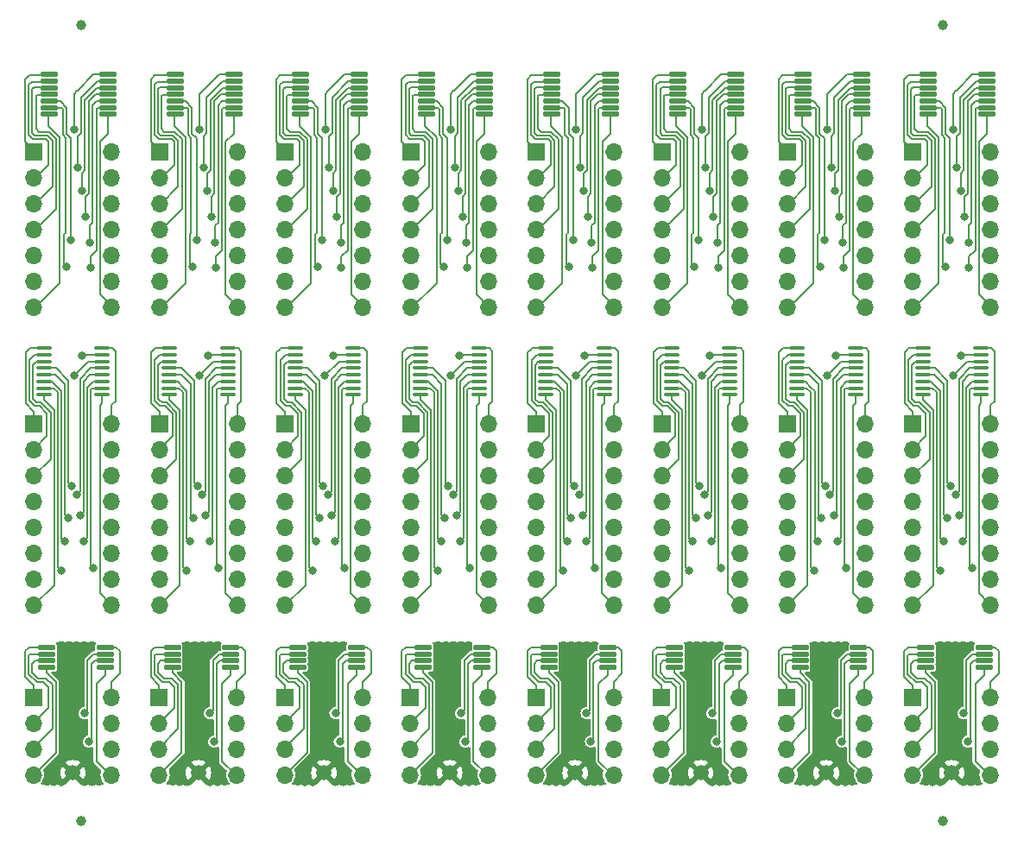
<source format=gtl>
%TF.GenerationSoftware,KiCad,Pcbnew,8.0.5*%
%TF.CreationDate,2024-12-01T20:09:50-08:00*%
%TF.ProjectId,tssop,7473736f-702e-46b6-9963-61645f706362,rev?*%
%TF.SameCoordinates,Original*%
%TF.FileFunction,Copper,L1,Top*%
%TF.FilePolarity,Positive*%
%FSLAX46Y46*%
G04 Gerber Fmt 4.6, Leading zero omitted, Abs format (unit mm)*
G04 Created by KiCad (PCBNEW 8.0.5) date 2024-12-01 20:09:50*
%MOMM*%
%LPD*%
G01*
G04 APERTURE LIST*
G04 Aperture macros list*
%AMRoundRect*
0 Rectangle with rounded corners*
0 $1 Rounding radius*
0 $2 $3 $4 $5 $6 $7 $8 $9 X,Y pos of 4 corners*
0 Add a 4 corners polygon primitive as box body*
4,1,4,$2,$3,$4,$5,$6,$7,$8,$9,$2,$3,0*
0 Add four circle primitives for the rounded corners*
1,1,$1+$1,$2,$3*
1,1,$1+$1,$4,$5*
1,1,$1+$1,$6,$7*
1,1,$1+$1,$8,$9*
0 Add four rect primitives between the rounded corners*
20,1,$1+$1,$2,$3,$4,$5,0*
20,1,$1+$1,$4,$5,$6,$7,0*
20,1,$1+$1,$6,$7,$8,$9,0*
20,1,$1+$1,$8,$9,$2,$3,0*%
G04 Aperture macros list end*
%TA.AperFunction,ComponentPad*%
%ADD10C,1.500000*%
%TD*%
%TA.AperFunction,ComponentPad*%
%ADD11O,1.700000X1.700000*%
%TD*%
%TA.AperFunction,SMDPad,CuDef*%
%ADD12RoundRect,0.100000X-0.637500X-0.100000X0.637500X-0.100000X0.637500X0.100000X-0.637500X0.100000X0*%
%TD*%
%TA.AperFunction,SMDPad,CuDef*%
%ADD13C,1.000000*%
%TD*%
%TA.AperFunction,SMDPad,CuDef*%
%ADD14RoundRect,0.020500X-0.764500X-0.184500X0.764500X-0.184500X0.764500X0.184500X-0.764500X0.184500X0*%
%TD*%
%TA.AperFunction,ComponentPad*%
%ADD15R,1.700000X1.700000*%
%TD*%
%TA.AperFunction,ViaPad*%
%ADD16C,0.800000*%
%TD*%
%TA.AperFunction,Conductor*%
%ADD17C,0.150000*%
%TD*%
G04 APERTURE END LIST*
D10*
%TO.P,J17,1,Pin_1*%
%TO.N,Board_14-/GND6*%
X104408405Y-119662813D03*
%TD*%
D11*
%TO.P,J14,1,Pin_1*%
%TO.N,Board_14-Net-(J14-Pin_1)*%
X108167605Y-112246013D03*
%TO.P,J14,2,Pin_2*%
%TO.N,Board_14-Net-(J14-Pin_2)*%
X108167605Y-114786013D03*
%TO.P,J14,3,Pin_3*%
%TO.N,Board_14-Net-(J14-Pin_3)*%
X108167605Y-117326013D03*
%TO.P,J14,4,Pin_4*%
%TO.N,Board_14-Net-(J14-Pin_4)*%
X108167605Y-119866013D03*
%TD*%
%TO.P,J12,1,Pin_1*%
%TO.N,Board_16-Net-(J12-Pin_1)*%
X120528218Y-103207647D03*
%TO.P,J12,2,Pin_2*%
%TO.N,Board_16-Net-(J12-Pin_2)*%
X120528218Y-100667647D03*
%TO.P,J12,3,Pin_3*%
%TO.N,Board_16-Net-(J12-Pin_3)*%
X120528218Y-98127647D03*
%TO.P,J12,4,Pin_4*%
%TO.N,Board_16-Net-(J12-Pin_4)*%
X120528218Y-95587647D03*
%TO.P,J12,5,Pin_5*%
%TO.N,Board_16-Net-(J12-Pin_5)*%
X120528218Y-93047647D03*
%TO.P,J12,6,Pin_6*%
%TO.N,Board_16-Net-(J12-Pin_6)*%
X120528218Y-90507647D03*
%TO.P,J12,7,Pin_7*%
%TO.N,Board_16-Net-(J12-Pin_7)*%
X120528218Y-87967647D03*
%TO.P,J12,8,Pin_8*%
%TO.N,Board_16-Net-(J12-Pin_8)*%
X120528218Y-85427647D03*
%TD*%
D10*
%TO.P,J17,1,Pin_1*%
%TO.N,Board_2-/GND6*%
X55158753Y-119662813D03*
%TD*%
D12*
%TO.P,U4,1*%
%TO.N,Board_22-Net-(J13-Pin_1)*%
X138485544Y-78021847D03*
%TO.P,U4,2,DIODE_BIAS*%
%TO.N,Board_22-Net-(J13-Pin_2)*%
X138485544Y-78671847D03*
%TO.P,U4,3,+*%
%TO.N,Board_22-Net-(J13-Pin_3)*%
X138485544Y-79321847D03*
%TO.P,U4,4,-*%
%TO.N,Board_22-Net-(J13-Pin_4)*%
X138485544Y-79971847D03*
%TO.P,U4,5*%
%TO.N,Board_22-Net-(J13-Pin_5)*%
X138485544Y-80621847D03*
%TO.P,U4,6,V-*%
%TO.N,Board_22-Net-(J13-Pin_6)*%
X138485544Y-81271847D03*
%TO.P,U4,7*%
%TO.N,Board_22-Net-(J13-Pin_7)*%
X138485544Y-81921847D03*
%TO.P,U4,8*%
%TO.N,Board_22-Net-(J13-Pin_8)*%
X138485544Y-82571847D03*
%TO.P,U4,9*%
%TO.N,Board_22-Net-(J12-Pin_1)*%
X144210544Y-82571847D03*
%TO.P,U4,10*%
%TO.N,Board_22-Net-(J12-Pin_2)*%
X144210544Y-81921847D03*
%TO.P,U4,11,V+*%
%TO.N,Board_22-Net-(J12-Pin_3)*%
X144210544Y-81271847D03*
%TO.P,U4,12*%
%TO.N,Board_22-Net-(J12-Pin_4)*%
X144210544Y-80621847D03*
%TO.P,U4,13,-*%
%TO.N,Board_22-Net-(J12-Pin_5)*%
X144210544Y-79971847D03*
%TO.P,U4,14,+*%
%TO.N,Board_22-Net-(J12-Pin_6)*%
X144210544Y-79321847D03*
%TO.P,U4,15,DIODE_BIAS*%
%TO.N,Board_22-Net-(J12-Pin_7)*%
X144210544Y-78671847D03*
%TO.P,U4,16*%
%TO.N,Board_22-Net-(J12-Pin_8)*%
X144210544Y-78021847D03*
%TD*%
D13*
%TO.P,KiKit_FID_T_2,*%
%TO.N,*%
X140499304Y-46350000D03*
%TD*%
D14*
%TO.P,U5,1*%
%TO.N,Board_9-Net-(J11-Pin_1)*%
X89807839Y-51177447D03*
%TO.P,U5,2,-*%
%TO.N,Board_9-Net-(J11-Pin_2)*%
X89807839Y-51827447D03*
%TO.P,U5,3,+*%
%TO.N,Board_9-Net-(J11-Pin_3)*%
X89807839Y-52477447D03*
%TO.P,U5,4,V+*%
%TO.N,Board_9-Net-(J11-Pin_4)*%
X89807839Y-53127447D03*
%TO.P,U5,5,+*%
%TO.N,Board_9-Net-(J11-Pin_5)*%
X89807839Y-53777447D03*
%TO.P,U5,6,-*%
%TO.N,Board_9-Net-(J11-Pin_6)*%
X89807839Y-54427447D03*
%TO.P,U5,7*%
%TO.N,Board_9-Net-(J11-Pin_7)*%
X89807839Y-55077447D03*
%TO.P,U5,8*%
%TO.N,Board_9-Net-(J10-Pin_1)*%
X95547839Y-55077447D03*
%TO.P,U5,9,-*%
%TO.N,Board_9-Net-(J10-Pin_2)*%
X95547839Y-54427447D03*
%TO.P,U5,10,+*%
%TO.N,Board_9-Net-(J10-Pin_3)*%
X95547839Y-53777447D03*
%TO.P,U5,11,V-*%
%TO.N,Board_9-Net-(J10-Pin_4)*%
X95547839Y-53127447D03*
%TO.P,U5,12,+*%
%TO.N,Board_9-Net-(J10-Pin_5)*%
X95547839Y-52477447D03*
%TO.P,U5,13,-*%
%TO.N,Board_9-Net-(J10-Pin_6)*%
X95547839Y-51827447D03*
%TO.P,U5,14*%
%TO.N,Board_9-Net-(J10-Pin_7)*%
X95547839Y-51177447D03*
%TD*%
%TO.P,U6,1*%
%TO.N,Board_23-Net-(J15-Pin_1)*%
X138779844Y-107357413D03*
%TO.P,U6,2,-*%
%TO.N,Board_23-Net-(J15-Pin_2)*%
X138779844Y-108007413D03*
%TO.P,U6,3,+*%
%TO.N,Board_23-Net-(J15-Pin_3)*%
X138779844Y-108657413D03*
%TO.P,U6,4,V-*%
%TO.N,Board_23-Net-(J15-Pin_4)*%
X138779844Y-109307413D03*
%TO.P,U6,5,+*%
%TO.N,Board_23-Net-(J14-Pin_4)*%
X144519844Y-109307413D03*
%TO.P,U6,6,-*%
%TO.N,Board_23-Net-(J14-Pin_3)*%
X144519844Y-108657413D03*
%TO.P,U6,7*%
%TO.N,Board_23-Net-(J14-Pin_2)*%
X144519844Y-108007413D03*
%TO.P,U6,8,V+*%
%TO.N,Board_23-Net-(J14-Pin_1)*%
X144519844Y-107357413D03*
%TD*%
D11*
%TO.P,J10,1,Pin_1*%
%TO.N,Board_0-Net-(J10-Pin_1)*%
X58966100Y-74000447D03*
%TO.P,J10,2,Pin_2*%
%TO.N,Board_0-Net-(J10-Pin_2)*%
X58966100Y-71460447D03*
%TO.P,J10,3,Pin_3*%
%TO.N,Board_0-Net-(J10-Pin_3)*%
X58966100Y-68920447D03*
%TO.P,J10,4,Pin_4*%
%TO.N,Board_0-Net-(J10-Pin_4)*%
X58966100Y-66380447D03*
%TO.P,J10,5,Pin_5*%
%TO.N,Board_0-Net-(J10-Pin_5)*%
X58966100Y-63840447D03*
%TO.P,J10,6,Pin_6*%
%TO.N,Board_0-Net-(J10-Pin_6)*%
X58966100Y-61300447D03*
%TO.P,J10,7,Pin_7*%
%TO.N,Board_0-Net-(J10-Pin_7)*%
X58966100Y-58760447D03*
%TD*%
D15*
%TO.P,J11,1,Pin_1*%
%TO.N,Board_21-Net-(J11-Pin_1)*%
X137532991Y-58760447D03*
D11*
%TO.P,J11,2,Pin_2*%
%TO.N,Board_21-Net-(J11-Pin_2)*%
X137532991Y-61300447D03*
%TO.P,J11,3,Pin_3*%
%TO.N,Board_21-Net-(J11-Pin_3)*%
X137532991Y-63840447D03*
%TO.P,J11,4,Pin_4*%
%TO.N,Board_21-Net-(J11-Pin_4)*%
X137532991Y-66380447D03*
%TO.P,J11,5,Pin_5*%
%TO.N,Board_21-Net-(J11-Pin_5)*%
X137532991Y-68920447D03*
%TO.P,J11,6,Pin_6*%
%TO.N,Board_21-Net-(J11-Pin_6)*%
X137532991Y-71460447D03*
%TO.P,J11,7,Pin_7*%
%TO.N,Board_21-Net-(J11-Pin_7)*%
X137532991Y-74000447D03*
%TD*%
%TO.P,J12,1,Pin_1*%
%TO.N,Board_1-Net-(J12-Pin_1)*%
X58966153Y-103207647D03*
%TO.P,J12,2,Pin_2*%
%TO.N,Board_1-Net-(J12-Pin_2)*%
X58966153Y-100667647D03*
%TO.P,J12,3,Pin_3*%
%TO.N,Board_1-Net-(J12-Pin_3)*%
X58966153Y-98127647D03*
%TO.P,J12,4,Pin_4*%
%TO.N,Board_1-Net-(J12-Pin_4)*%
X58966153Y-95587647D03*
%TO.P,J12,5,Pin_5*%
%TO.N,Board_1-Net-(J12-Pin_5)*%
X58966153Y-93047647D03*
%TO.P,J12,6,Pin_6*%
%TO.N,Board_1-Net-(J12-Pin_6)*%
X58966153Y-90507647D03*
%TO.P,J12,7,Pin_7*%
%TO.N,Board_1-Net-(J12-Pin_7)*%
X58966153Y-87967647D03*
%TO.P,J12,8,Pin_8*%
%TO.N,Board_1-Net-(J12-Pin_8)*%
X58966153Y-85427647D03*
%TD*%
D14*
%TO.P,U6,1*%
%TO.N,Board_11-Net-(J15-Pin_1)*%
X89530192Y-107357413D03*
%TO.P,U6,2,-*%
%TO.N,Board_11-Net-(J15-Pin_2)*%
X89530192Y-108007413D03*
%TO.P,U6,3,+*%
%TO.N,Board_11-Net-(J15-Pin_3)*%
X89530192Y-108657413D03*
%TO.P,U6,4,V-*%
%TO.N,Board_11-Net-(J15-Pin_4)*%
X89530192Y-109307413D03*
%TO.P,U6,5,+*%
%TO.N,Board_11-Net-(J14-Pin_4)*%
X95270192Y-109307413D03*
%TO.P,U6,6,-*%
%TO.N,Board_11-Net-(J14-Pin_3)*%
X95270192Y-108657413D03*
%TO.P,U6,7*%
%TO.N,Board_11-Net-(J14-Pin_2)*%
X95270192Y-108007413D03*
%TO.P,U6,8,V+*%
%TO.N,Board_11-Net-(J14-Pin_1)*%
X95270192Y-107357413D03*
%TD*%
D11*
%TO.P,J12,1,Pin_1*%
%TO.N,Board_10-Net-(J12-Pin_1)*%
X95903392Y-103207647D03*
%TO.P,J12,2,Pin_2*%
%TO.N,Board_10-Net-(J12-Pin_2)*%
X95903392Y-100667647D03*
%TO.P,J12,3,Pin_3*%
%TO.N,Board_10-Net-(J12-Pin_3)*%
X95903392Y-98127647D03*
%TO.P,J12,4,Pin_4*%
%TO.N,Board_10-Net-(J12-Pin_4)*%
X95903392Y-95587647D03*
%TO.P,J12,5,Pin_5*%
%TO.N,Board_10-Net-(J12-Pin_5)*%
X95903392Y-93047647D03*
%TO.P,J12,6,Pin_6*%
%TO.N,Board_10-Net-(J12-Pin_6)*%
X95903392Y-90507647D03*
%TO.P,J12,7,Pin_7*%
%TO.N,Board_10-Net-(J12-Pin_7)*%
X95903392Y-87967647D03*
%TO.P,J12,8,Pin_8*%
%TO.N,Board_10-Net-(J12-Pin_8)*%
X95903392Y-85427647D03*
%TD*%
D14*
%TO.P,U6,1*%
%TO.N,Board_17-Net-(J15-Pin_1)*%
X114155018Y-107357413D03*
%TO.P,U6,2,-*%
%TO.N,Board_17-Net-(J15-Pin_2)*%
X114155018Y-108007413D03*
%TO.P,U6,3,+*%
%TO.N,Board_17-Net-(J15-Pin_3)*%
X114155018Y-108657413D03*
%TO.P,U6,4,V-*%
%TO.N,Board_17-Net-(J15-Pin_4)*%
X114155018Y-109307413D03*
%TO.P,U6,5,+*%
%TO.N,Board_17-Net-(J14-Pin_4)*%
X119895018Y-109307413D03*
%TO.P,U6,6,-*%
%TO.N,Board_17-Net-(J14-Pin_3)*%
X119895018Y-108657413D03*
%TO.P,U6,7*%
%TO.N,Board_17-Net-(J14-Pin_2)*%
X119895018Y-108007413D03*
%TO.P,U6,8,V+*%
%TO.N,Board_17-Net-(J14-Pin_1)*%
X119895018Y-107357413D03*
%TD*%
D11*
%TO.P,J14,1,Pin_1*%
%TO.N,Board_23-Net-(J14-Pin_1)*%
X145104844Y-112246013D03*
%TO.P,J14,2,Pin_2*%
%TO.N,Board_23-Net-(J14-Pin_2)*%
X145104844Y-114786013D03*
%TO.P,J14,3,Pin_3*%
%TO.N,Board_23-Net-(J14-Pin_3)*%
X145104844Y-117326013D03*
%TO.P,J14,4,Pin_4*%
%TO.N,Board_23-Net-(J14-Pin_4)*%
X145104844Y-119866013D03*
%TD*%
D13*
%TO.P,KiKit_FID_T_1,*%
%TO.N,*%
X55999953Y-46350000D03*
%TD*%
D15*
%TO.P,J13,1,Pin_1*%
%TO.N,Board_4-Net-(J13-Pin_1)*%
X63658566Y-85427647D03*
D11*
%TO.P,J13,2,Pin_2*%
%TO.N,Board_4-Net-(J13-Pin_2)*%
X63658566Y-87967647D03*
%TO.P,J13,3,Pin_3*%
%TO.N,Board_4-Net-(J13-Pin_3)*%
X63658566Y-90507647D03*
%TO.P,J13,4,Pin_4*%
%TO.N,Board_4-Net-(J13-Pin_4)*%
X63658566Y-93047647D03*
%TO.P,J13,5,Pin_5*%
%TO.N,Board_4-Net-(J13-Pin_5)*%
X63658566Y-95587647D03*
%TO.P,J13,6,Pin_6*%
%TO.N,Board_4-Net-(J13-Pin_6)*%
X63658566Y-98127647D03*
%TO.P,J13,7,Pin_7*%
%TO.N,Board_4-Net-(J13-Pin_7)*%
X63658566Y-100667647D03*
%TO.P,J13,8,Pin_8*%
%TO.N,Board_4-Net-(J13-Pin_8)*%
X63658566Y-103207647D03*
%TD*%
D10*
%TO.P,J17,1,Pin_1*%
%TO.N,Board_5-/GND6*%
X67471166Y-119662813D03*
%TD*%
D11*
%TO.P,J10,1,Pin_1*%
%TO.N,Board_18-Net-(J10-Pin_1)*%
X132840578Y-74000447D03*
%TO.P,J10,2,Pin_2*%
%TO.N,Board_18-Net-(J10-Pin_2)*%
X132840578Y-71460447D03*
%TO.P,J10,3,Pin_3*%
%TO.N,Board_18-Net-(J10-Pin_3)*%
X132840578Y-68920447D03*
%TO.P,J10,4,Pin_4*%
%TO.N,Board_18-Net-(J10-Pin_4)*%
X132840578Y-66380447D03*
%TO.P,J10,5,Pin_5*%
%TO.N,Board_18-Net-(J10-Pin_5)*%
X132840578Y-63840447D03*
%TO.P,J10,6,Pin_6*%
%TO.N,Board_18-Net-(J10-Pin_6)*%
X132840578Y-61300447D03*
%TO.P,J10,7,Pin_7*%
%TO.N,Board_18-Net-(J10-Pin_7)*%
X132840578Y-58760447D03*
%TD*%
D15*
%TO.P,J11,1,Pin_1*%
%TO.N,Board_18-Net-(J11-Pin_1)*%
X125220578Y-58760447D03*
D11*
%TO.P,J11,2,Pin_2*%
%TO.N,Board_18-Net-(J11-Pin_2)*%
X125220578Y-61300447D03*
%TO.P,J11,3,Pin_3*%
%TO.N,Board_18-Net-(J11-Pin_3)*%
X125220578Y-63840447D03*
%TO.P,J11,4,Pin_4*%
%TO.N,Board_18-Net-(J11-Pin_4)*%
X125220578Y-66380447D03*
%TO.P,J11,5,Pin_5*%
%TO.N,Board_18-Net-(J11-Pin_5)*%
X125220578Y-68920447D03*
%TO.P,J11,6,Pin_6*%
%TO.N,Board_18-Net-(J11-Pin_6)*%
X125220578Y-71460447D03*
%TO.P,J11,7,Pin_7*%
%TO.N,Board_18-Net-(J11-Pin_7)*%
X125220578Y-74000447D03*
%TD*%
%TO.P,J14,1,Pin_1*%
%TO.N,Board_11-Net-(J14-Pin_1)*%
X95855192Y-112246013D03*
%TO.P,J14,2,Pin_2*%
%TO.N,Board_11-Net-(J14-Pin_2)*%
X95855192Y-114786013D03*
%TO.P,J14,3,Pin_3*%
%TO.N,Board_11-Net-(J14-Pin_3)*%
X95855192Y-117326013D03*
%TO.P,J14,4,Pin_4*%
%TO.N,Board_11-Net-(J14-Pin_4)*%
X95855192Y-119866013D03*
%TD*%
D14*
%TO.P,U5,1*%
%TO.N,Board_15-Net-(J11-Pin_1)*%
X114432665Y-51177447D03*
%TO.P,U5,2,-*%
%TO.N,Board_15-Net-(J11-Pin_2)*%
X114432665Y-51827447D03*
%TO.P,U5,3,+*%
%TO.N,Board_15-Net-(J11-Pin_3)*%
X114432665Y-52477447D03*
%TO.P,U5,4,V+*%
%TO.N,Board_15-Net-(J11-Pin_4)*%
X114432665Y-53127447D03*
%TO.P,U5,5,+*%
%TO.N,Board_15-Net-(J11-Pin_5)*%
X114432665Y-53777447D03*
%TO.P,U5,6,-*%
%TO.N,Board_15-Net-(J11-Pin_6)*%
X114432665Y-54427447D03*
%TO.P,U5,7*%
%TO.N,Board_15-Net-(J11-Pin_7)*%
X114432665Y-55077447D03*
%TO.P,U5,8*%
%TO.N,Board_15-Net-(J10-Pin_1)*%
X120172665Y-55077447D03*
%TO.P,U5,9,-*%
%TO.N,Board_15-Net-(J10-Pin_2)*%
X120172665Y-54427447D03*
%TO.P,U5,10,+*%
%TO.N,Board_15-Net-(J10-Pin_3)*%
X120172665Y-53777447D03*
%TO.P,U5,11,V-*%
%TO.N,Board_15-Net-(J10-Pin_4)*%
X120172665Y-53127447D03*
%TO.P,U5,12,+*%
%TO.N,Board_15-Net-(J10-Pin_5)*%
X120172665Y-52477447D03*
%TO.P,U5,13,-*%
%TO.N,Board_15-Net-(J10-Pin_6)*%
X120172665Y-51827447D03*
%TO.P,U5,14*%
%TO.N,Board_15-Net-(J10-Pin_7)*%
X120172665Y-51177447D03*
%TD*%
%TO.P,U5,1*%
%TO.N,Board_18-Net-(J11-Pin_1)*%
X126745078Y-51177447D03*
%TO.P,U5,2,-*%
%TO.N,Board_18-Net-(J11-Pin_2)*%
X126745078Y-51827447D03*
%TO.P,U5,3,+*%
%TO.N,Board_18-Net-(J11-Pin_3)*%
X126745078Y-52477447D03*
%TO.P,U5,4,V+*%
%TO.N,Board_18-Net-(J11-Pin_4)*%
X126745078Y-53127447D03*
%TO.P,U5,5,+*%
%TO.N,Board_18-Net-(J11-Pin_5)*%
X126745078Y-53777447D03*
%TO.P,U5,6,-*%
%TO.N,Board_18-Net-(J11-Pin_6)*%
X126745078Y-54427447D03*
%TO.P,U5,7*%
%TO.N,Board_18-Net-(J11-Pin_7)*%
X126745078Y-55077447D03*
%TO.P,U5,8*%
%TO.N,Board_18-Net-(J10-Pin_1)*%
X132485078Y-55077447D03*
%TO.P,U5,9,-*%
%TO.N,Board_18-Net-(J10-Pin_2)*%
X132485078Y-54427447D03*
%TO.P,U5,10,+*%
%TO.N,Board_18-Net-(J10-Pin_3)*%
X132485078Y-53777447D03*
%TO.P,U5,11,V-*%
%TO.N,Board_18-Net-(J10-Pin_4)*%
X132485078Y-53127447D03*
%TO.P,U5,12,+*%
%TO.N,Board_18-Net-(J10-Pin_5)*%
X132485078Y-52477447D03*
%TO.P,U5,13,-*%
%TO.N,Board_18-Net-(J10-Pin_6)*%
X132485078Y-51827447D03*
%TO.P,U5,14*%
%TO.N,Board_18-Net-(J10-Pin_7)*%
X132485078Y-51177447D03*
%TD*%
D11*
%TO.P,J14,1,Pin_1*%
%TO.N,Board_5-Net-(J14-Pin_1)*%
X71230366Y-112246013D03*
%TO.P,J14,2,Pin_2*%
%TO.N,Board_5-Net-(J14-Pin_2)*%
X71230366Y-114786013D03*
%TO.P,J14,3,Pin_3*%
%TO.N,Board_5-Net-(J14-Pin_3)*%
X71230366Y-117326013D03*
%TO.P,J14,4,Pin_4*%
%TO.N,Board_5-Net-(J14-Pin_4)*%
X71230366Y-119866013D03*
%TD*%
D15*
%TO.P,J13,1,Pin_1*%
%TO.N,Board_7-Net-(J13-Pin_1)*%
X75970979Y-85427647D03*
D11*
%TO.P,J13,2,Pin_2*%
%TO.N,Board_7-Net-(J13-Pin_2)*%
X75970979Y-87967647D03*
%TO.P,J13,3,Pin_3*%
%TO.N,Board_7-Net-(J13-Pin_3)*%
X75970979Y-90507647D03*
%TO.P,J13,4,Pin_4*%
%TO.N,Board_7-Net-(J13-Pin_4)*%
X75970979Y-93047647D03*
%TO.P,J13,5,Pin_5*%
%TO.N,Board_7-Net-(J13-Pin_5)*%
X75970979Y-95587647D03*
%TO.P,J13,6,Pin_6*%
%TO.N,Board_7-Net-(J13-Pin_6)*%
X75970979Y-98127647D03*
%TO.P,J13,7,Pin_7*%
%TO.N,Board_7-Net-(J13-Pin_7)*%
X75970979Y-100667647D03*
%TO.P,J13,8,Pin_8*%
%TO.N,Board_7-Net-(J13-Pin_8)*%
X75970979Y-103207647D03*
%TD*%
D15*
%TO.P,J11,1,Pin_1*%
%TO.N,Board_12-Net-(J11-Pin_1)*%
X100595752Y-58760447D03*
D11*
%TO.P,J11,2,Pin_2*%
%TO.N,Board_12-Net-(J11-Pin_2)*%
X100595752Y-61300447D03*
%TO.P,J11,3,Pin_3*%
%TO.N,Board_12-Net-(J11-Pin_3)*%
X100595752Y-63840447D03*
%TO.P,J11,4,Pin_4*%
%TO.N,Board_12-Net-(J11-Pin_4)*%
X100595752Y-66380447D03*
%TO.P,J11,5,Pin_5*%
%TO.N,Board_12-Net-(J11-Pin_5)*%
X100595752Y-68920447D03*
%TO.P,J11,6,Pin_6*%
%TO.N,Board_12-Net-(J11-Pin_6)*%
X100595752Y-71460447D03*
%TO.P,J11,7,Pin_7*%
%TO.N,Board_12-Net-(J11-Pin_7)*%
X100595752Y-74000447D03*
%TD*%
D14*
%TO.P,U5,1*%
%TO.N,Board_6-Net-(J11-Pin_1)*%
X77495426Y-51177447D03*
%TO.P,U5,2,-*%
%TO.N,Board_6-Net-(J11-Pin_2)*%
X77495426Y-51827447D03*
%TO.P,U5,3,+*%
%TO.N,Board_6-Net-(J11-Pin_3)*%
X77495426Y-52477447D03*
%TO.P,U5,4,V+*%
%TO.N,Board_6-Net-(J11-Pin_4)*%
X77495426Y-53127447D03*
%TO.P,U5,5,+*%
%TO.N,Board_6-Net-(J11-Pin_5)*%
X77495426Y-53777447D03*
%TO.P,U5,6,-*%
%TO.N,Board_6-Net-(J11-Pin_6)*%
X77495426Y-54427447D03*
%TO.P,U5,7*%
%TO.N,Board_6-Net-(J11-Pin_7)*%
X77495426Y-55077447D03*
%TO.P,U5,8*%
%TO.N,Board_6-Net-(J10-Pin_1)*%
X83235426Y-55077447D03*
%TO.P,U5,9,-*%
%TO.N,Board_6-Net-(J10-Pin_2)*%
X83235426Y-54427447D03*
%TO.P,U5,10,+*%
%TO.N,Board_6-Net-(J10-Pin_3)*%
X83235426Y-53777447D03*
%TO.P,U5,11,V-*%
%TO.N,Board_6-Net-(J10-Pin_4)*%
X83235426Y-53127447D03*
%TO.P,U5,12,+*%
%TO.N,Board_6-Net-(J10-Pin_5)*%
X83235426Y-52477447D03*
%TO.P,U5,13,-*%
%TO.N,Board_6-Net-(J10-Pin_6)*%
X83235426Y-51827447D03*
%TO.P,U5,14*%
%TO.N,Board_6-Net-(J10-Pin_7)*%
X83235426Y-51177447D03*
%TD*%
D10*
%TO.P,J17,1,Pin_1*%
%TO.N,Board_23-/GND6*%
X141345644Y-119662813D03*
%TD*%
D15*
%TO.P,J15,1,Pin_1*%
%TO.N,Board_5-Net-(J15-Pin_1)*%
X63610366Y-112246013D03*
D11*
%TO.P,J15,2,Pin_2*%
%TO.N,Board_5-Net-(J15-Pin_2)*%
X63610366Y-114786013D03*
%TO.P,J15,3,Pin_3*%
%TO.N,Board_5-Net-(J15-Pin_3)*%
X63610366Y-117326013D03*
%TO.P,J15,4,Pin_4*%
%TO.N,Board_5-Net-(J15-Pin_4)*%
X63610366Y-119866013D03*
%TD*%
D15*
%TO.P,J11,1,Pin_1*%
%TO.N,Board_15-Net-(J11-Pin_1)*%
X112908165Y-58760447D03*
D11*
%TO.P,J11,2,Pin_2*%
%TO.N,Board_15-Net-(J11-Pin_2)*%
X112908165Y-61300447D03*
%TO.P,J11,3,Pin_3*%
%TO.N,Board_15-Net-(J11-Pin_3)*%
X112908165Y-63840447D03*
%TO.P,J11,4,Pin_4*%
%TO.N,Board_15-Net-(J11-Pin_4)*%
X112908165Y-66380447D03*
%TO.P,J11,5,Pin_5*%
%TO.N,Board_15-Net-(J11-Pin_5)*%
X112908165Y-68920447D03*
%TO.P,J11,6,Pin_6*%
%TO.N,Board_15-Net-(J11-Pin_6)*%
X112908165Y-71460447D03*
%TO.P,J11,7,Pin_7*%
%TO.N,Board_15-Net-(J11-Pin_7)*%
X112908165Y-74000447D03*
%TD*%
D12*
%TO.P,U4,1*%
%TO.N,Board_1-Net-(J13-Pin_1)*%
X52298653Y-78021847D03*
%TO.P,U4,2,DIODE_BIAS*%
%TO.N,Board_1-Net-(J13-Pin_2)*%
X52298653Y-78671847D03*
%TO.P,U4,3,+*%
%TO.N,Board_1-Net-(J13-Pin_3)*%
X52298653Y-79321847D03*
%TO.P,U4,4,-*%
%TO.N,Board_1-Net-(J13-Pin_4)*%
X52298653Y-79971847D03*
%TO.P,U4,5*%
%TO.N,Board_1-Net-(J13-Pin_5)*%
X52298653Y-80621847D03*
%TO.P,U4,6,V-*%
%TO.N,Board_1-Net-(J13-Pin_6)*%
X52298653Y-81271847D03*
%TO.P,U4,7*%
%TO.N,Board_1-Net-(J13-Pin_7)*%
X52298653Y-81921847D03*
%TO.P,U4,8*%
%TO.N,Board_1-Net-(J13-Pin_8)*%
X52298653Y-82571847D03*
%TO.P,U4,9*%
%TO.N,Board_1-Net-(J12-Pin_1)*%
X58023653Y-82571847D03*
%TO.P,U4,10*%
%TO.N,Board_1-Net-(J12-Pin_2)*%
X58023653Y-81921847D03*
%TO.P,U4,11,V+*%
%TO.N,Board_1-Net-(J12-Pin_3)*%
X58023653Y-81271847D03*
%TO.P,U4,12*%
%TO.N,Board_1-Net-(J12-Pin_4)*%
X58023653Y-80621847D03*
%TO.P,U4,13,-*%
%TO.N,Board_1-Net-(J12-Pin_5)*%
X58023653Y-79971847D03*
%TO.P,U4,14,+*%
%TO.N,Board_1-Net-(J12-Pin_6)*%
X58023653Y-79321847D03*
%TO.P,U4,15,DIODE_BIAS*%
%TO.N,Board_1-Net-(J12-Pin_7)*%
X58023653Y-78671847D03*
%TO.P,U4,16*%
%TO.N,Board_1-Net-(J12-Pin_8)*%
X58023653Y-78021847D03*
%TD*%
D15*
%TO.P,J13,1,Pin_1*%
%TO.N,Board_13-Net-(J13-Pin_1)*%
X100595805Y-85427647D03*
D11*
%TO.P,J13,2,Pin_2*%
%TO.N,Board_13-Net-(J13-Pin_2)*%
X100595805Y-87967647D03*
%TO.P,J13,3,Pin_3*%
%TO.N,Board_13-Net-(J13-Pin_3)*%
X100595805Y-90507647D03*
%TO.P,J13,4,Pin_4*%
%TO.N,Board_13-Net-(J13-Pin_4)*%
X100595805Y-93047647D03*
%TO.P,J13,5,Pin_5*%
%TO.N,Board_13-Net-(J13-Pin_5)*%
X100595805Y-95587647D03*
%TO.P,J13,6,Pin_6*%
%TO.N,Board_13-Net-(J13-Pin_6)*%
X100595805Y-98127647D03*
%TO.P,J13,7,Pin_7*%
%TO.N,Board_13-Net-(J13-Pin_7)*%
X100595805Y-100667647D03*
%TO.P,J13,8,Pin_8*%
%TO.N,Board_13-Net-(J13-Pin_8)*%
X100595805Y-103207647D03*
%TD*%
%TO.P,J10,1,Pin_1*%
%TO.N,Board_21-Net-(J10-Pin_1)*%
X145152991Y-74000447D03*
%TO.P,J10,2,Pin_2*%
%TO.N,Board_21-Net-(J10-Pin_2)*%
X145152991Y-71460447D03*
%TO.P,J10,3,Pin_3*%
%TO.N,Board_21-Net-(J10-Pin_3)*%
X145152991Y-68920447D03*
%TO.P,J10,4,Pin_4*%
%TO.N,Board_21-Net-(J10-Pin_4)*%
X145152991Y-66380447D03*
%TO.P,J10,5,Pin_5*%
%TO.N,Board_21-Net-(J10-Pin_5)*%
X145152991Y-63840447D03*
%TO.P,J10,6,Pin_6*%
%TO.N,Board_21-Net-(J10-Pin_6)*%
X145152991Y-61300447D03*
%TO.P,J10,7,Pin_7*%
%TO.N,Board_21-Net-(J10-Pin_7)*%
X145152991Y-58760447D03*
%TD*%
D14*
%TO.P,U5,1*%
%TO.N,Board_3-Net-(J11-Pin_1)*%
X65183013Y-51177447D03*
%TO.P,U5,2,-*%
%TO.N,Board_3-Net-(J11-Pin_2)*%
X65183013Y-51827447D03*
%TO.P,U5,3,+*%
%TO.N,Board_3-Net-(J11-Pin_3)*%
X65183013Y-52477447D03*
%TO.P,U5,4,V+*%
%TO.N,Board_3-Net-(J11-Pin_4)*%
X65183013Y-53127447D03*
%TO.P,U5,5,+*%
%TO.N,Board_3-Net-(J11-Pin_5)*%
X65183013Y-53777447D03*
%TO.P,U5,6,-*%
%TO.N,Board_3-Net-(J11-Pin_6)*%
X65183013Y-54427447D03*
%TO.P,U5,7*%
%TO.N,Board_3-Net-(J11-Pin_7)*%
X65183013Y-55077447D03*
%TO.P,U5,8*%
%TO.N,Board_3-Net-(J10-Pin_1)*%
X70923013Y-55077447D03*
%TO.P,U5,9,-*%
%TO.N,Board_3-Net-(J10-Pin_2)*%
X70923013Y-54427447D03*
%TO.P,U5,10,+*%
%TO.N,Board_3-Net-(J10-Pin_3)*%
X70923013Y-53777447D03*
%TO.P,U5,11,V-*%
%TO.N,Board_3-Net-(J10-Pin_4)*%
X70923013Y-53127447D03*
%TO.P,U5,12,+*%
%TO.N,Board_3-Net-(J10-Pin_5)*%
X70923013Y-52477447D03*
%TO.P,U5,13,-*%
%TO.N,Board_3-Net-(J10-Pin_6)*%
X70923013Y-51827447D03*
%TO.P,U5,14*%
%TO.N,Board_3-Net-(J10-Pin_7)*%
X70923013Y-51177447D03*
%TD*%
D12*
%TO.P,U4,1*%
%TO.N,Board_19-Net-(J13-Pin_1)*%
X126173131Y-78021847D03*
%TO.P,U4,2,DIODE_BIAS*%
%TO.N,Board_19-Net-(J13-Pin_2)*%
X126173131Y-78671847D03*
%TO.P,U4,3,+*%
%TO.N,Board_19-Net-(J13-Pin_3)*%
X126173131Y-79321847D03*
%TO.P,U4,4,-*%
%TO.N,Board_19-Net-(J13-Pin_4)*%
X126173131Y-79971847D03*
%TO.P,U4,5*%
%TO.N,Board_19-Net-(J13-Pin_5)*%
X126173131Y-80621847D03*
%TO.P,U4,6,V-*%
%TO.N,Board_19-Net-(J13-Pin_6)*%
X126173131Y-81271847D03*
%TO.P,U4,7*%
%TO.N,Board_19-Net-(J13-Pin_7)*%
X126173131Y-81921847D03*
%TO.P,U4,8*%
%TO.N,Board_19-Net-(J13-Pin_8)*%
X126173131Y-82571847D03*
%TO.P,U4,9*%
%TO.N,Board_19-Net-(J12-Pin_1)*%
X131898131Y-82571847D03*
%TO.P,U4,10*%
%TO.N,Board_19-Net-(J12-Pin_2)*%
X131898131Y-81921847D03*
%TO.P,U4,11,V+*%
%TO.N,Board_19-Net-(J12-Pin_3)*%
X131898131Y-81271847D03*
%TO.P,U4,12*%
%TO.N,Board_19-Net-(J12-Pin_4)*%
X131898131Y-80621847D03*
%TO.P,U4,13,-*%
%TO.N,Board_19-Net-(J12-Pin_5)*%
X131898131Y-79971847D03*
%TO.P,U4,14,+*%
%TO.N,Board_19-Net-(J12-Pin_6)*%
X131898131Y-79321847D03*
%TO.P,U4,15,DIODE_BIAS*%
%TO.N,Board_19-Net-(J12-Pin_7)*%
X131898131Y-78671847D03*
%TO.P,U4,16*%
%TO.N,Board_19-Net-(J12-Pin_8)*%
X131898131Y-78021847D03*
%TD*%
D15*
%TO.P,J13,1,Pin_1*%
%TO.N,Board_19-Net-(J13-Pin_1)*%
X125220631Y-85427647D03*
D11*
%TO.P,J13,2,Pin_2*%
%TO.N,Board_19-Net-(J13-Pin_2)*%
X125220631Y-87967647D03*
%TO.P,J13,3,Pin_3*%
%TO.N,Board_19-Net-(J13-Pin_3)*%
X125220631Y-90507647D03*
%TO.P,J13,4,Pin_4*%
%TO.N,Board_19-Net-(J13-Pin_4)*%
X125220631Y-93047647D03*
%TO.P,J13,5,Pin_5*%
%TO.N,Board_19-Net-(J13-Pin_5)*%
X125220631Y-95587647D03*
%TO.P,J13,6,Pin_6*%
%TO.N,Board_19-Net-(J13-Pin_6)*%
X125220631Y-98127647D03*
%TO.P,J13,7,Pin_7*%
%TO.N,Board_19-Net-(J13-Pin_7)*%
X125220631Y-100667647D03*
%TO.P,J13,8,Pin_8*%
%TO.N,Board_19-Net-(J13-Pin_8)*%
X125220631Y-103207647D03*
%TD*%
D15*
%TO.P,J15,1,Pin_1*%
%TO.N,Board_8-Net-(J15-Pin_1)*%
X75922779Y-112246013D03*
D11*
%TO.P,J15,2,Pin_2*%
%TO.N,Board_8-Net-(J15-Pin_2)*%
X75922779Y-114786013D03*
%TO.P,J15,3,Pin_3*%
%TO.N,Board_8-Net-(J15-Pin_3)*%
X75922779Y-117326013D03*
%TO.P,J15,4,Pin_4*%
%TO.N,Board_8-Net-(J15-Pin_4)*%
X75922779Y-119866013D03*
%TD*%
D15*
%TO.P,J13,1,Pin_1*%
%TO.N,Board_1-Net-(J13-Pin_1)*%
X51346153Y-85427647D03*
D11*
%TO.P,J13,2,Pin_2*%
%TO.N,Board_1-Net-(J13-Pin_2)*%
X51346153Y-87967647D03*
%TO.P,J13,3,Pin_3*%
%TO.N,Board_1-Net-(J13-Pin_3)*%
X51346153Y-90507647D03*
%TO.P,J13,4,Pin_4*%
%TO.N,Board_1-Net-(J13-Pin_4)*%
X51346153Y-93047647D03*
%TO.P,J13,5,Pin_5*%
%TO.N,Board_1-Net-(J13-Pin_5)*%
X51346153Y-95587647D03*
%TO.P,J13,6,Pin_6*%
%TO.N,Board_1-Net-(J13-Pin_6)*%
X51346153Y-98127647D03*
%TO.P,J13,7,Pin_7*%
%TO.N,Board_1-Net-(J13-Pin_7)*%
X51346153Y-100667647D03*
%TO.P,J13,8,Pin_8*%
%TO.N,Board_1-Net-(J13-Pin_8)*%
X51346153Y-103207647D03*
%TD*%
D10*
%TO.P,J17,1,Pin_1*%
%TO.N,Board_11-/GND6*%
X92095992Y-119662813D03*
%TD*%
D11*
%TO.P,J10,1,Pin_1*%
%TO.N,Board_6-Net-(J10-Pin_1)*%
X83590926Y-74000447D03*
%TO.P,J10,2,Pin_2*%
%TO.N,Board_6-Net-(J10-Pin_2)*%
X83590926Y-71460447D03*
%TO.P,J10,3,Pin_3*%
%TO.N,Board_6-Net-(J10-Pin_3)*%
X83590926Y-68920447D03*
%TO.P,J10,4,Pin_4*%
%TO.N,Board_6-Net-(J10-Pin_4)*%
X83590926Y-66380447D03*
%TO.P,J10,5,Pin_5*%
%TO.N,Board_6-Net-(J10-Pin_5)*%
X83590926Y-63840447D03*
%TO.P,J10,6,Pin_6*%
%TO.N,Board_6-Net-(J10-Pin_6)*%
X83590926Y-61300447D03*
%TO.P,J10,7,Pin_7*%
%TO.N,Board_6-Net-(J10-Pin_7)*%
X83590926Y-58760447D03*
%TD*%
D15*
%TO.P,J15,1,Pin_1*%
%TO.N,Board_23-Net-(J15-Pin_1)*%
X137484844Y-112246013D03*
D11*
%TO.P,J15,2,Pin_2*%
%TO.N,Board_23-Net-(J15-Pin_2)*%
X137484844Y-114786013D03*
%TO.P,J15,3,Pin_3*%
%TO.N,Board_23-Net-(J15-Pin_3)*%
X137484844Y-117326013D03*
%TO.P,J15,4,Pin_4*%
%TO.N,Board_23-Net-(J15-Pin_4)*%
X137484844Y-119866013D03*
%TD*%
%TO.P,J14,1,Pin_1*%
%TO.N,Board_20-Net-(J14-Pin_1)*%
X132792431Y-112246013D03*
%TO.P,J14,2,Pin_2*%
%TO.N,Board_20-Net-(J14-Pin_2)*%
X132792431Y-114786013D03*
%TO.P,J14,3,Pin_3*%
%TO.N,Board_20-Net-(J14-Pin_3)*%
X132792431Y-117326013D03*
%TO.P,J14,4,Pin_4*%
%TO.N,Board_20-Net-(J14-Pin_4)*%
X132792431Y-119866013D03*
%TD*%
D15*
%TO.P,J11,1,Pin_1*%
%TO.N,Board_3-Net-(J11-Pin_1)*%
X63658513Y-58760447D03*
D11*
%TO.P,J11,2,Pin_2*%
%TO.N,Board_3-Net-(J11-Pin_2)*%
X63658513Y-61300447D03*
%TO.P,J11,3,Pin_3*%
%TO.N,Board_3-Net-(J11-Pin_3)*%
X63658513Y-63840447D03*
%TO.P,J11,4,Pin_4*%
%TO.N,Board_3-Net-(J11-Pin_4)*%
X63658513Y-66380447D03*
%TO.P,J11,5,Pin_5*%
%TO.N,Board_3-Net-(J11-Pin_5)*%
X63658513Y-68920447D03*
%TO.P,J11,6,Pin_6*%
%TO.N,Board_3-Net-(J11-Pin_6)*%
X63658513Y-71460447D03*
%TO.P,J11,7,Pin_7*%
%TO.N,Board_3-Net-(J11-Pin_7)*%
X63658513Y-74000447D03*
%TD*%
D12*
%TO.P,U4,1*%
%TO.N,Board_10-Net-(J13-Pin_1)*%
X89235892Y-78021847D03*
%TO.P,U4,2,DIODE_BIAS*%
%TO.N,Board_10-Net-(J13-Pin_2)*%
X89235892Y-78671847D03*
%TO.P,U4,3,+*%
%TO.N,Board_10-Net-(J13-Pin_3)*%
X89235892Y-79321847D03*
%TO.P,U4,4,-*%
%TO.N,Board_10-Net-(J13-Pin_4)*%
X89235892Y-79971847D03*
%TO.P,U4,5*%
%TO.N,Board_10-Net-(J13-Pin_5)*%
X89235892Y-80621847D03*
%TO.P,U4,6,V-*%
%TO.N,Board_10-Net-(J13-Pin_6)*%
X89235892Y-81271847D03*
%TO.P,U4,7*%
%TO.N,Board_10-Net-(J13-Pin_7)*%
X89235892Y-81921847D03*
%TO.P,U4,8*%
%TO.N,Board_10-Net-(J13-Pin_8)*%
X89235892Y-82571847D03*
%TO.P,U4,9*%
%TO.N,Board_10-Net-(J12-Pin_1)*%
X94960892Y-82571847D03*
%TO.P,U4,10*%
%TO.N,Board_10-Net-(J12-Pin_2)*%
X94960892Y-81921847D03*
%TO.P,U4,11,V+*%
%TO.N,Board_10-Net-(J12-Pin_3)*%
X94960892Y-81271847D03*
%TO.P,U4,12*%
%TO.N,Board_10-Net-(J12-Pin_4)*%
X94960892Y-80621847D03*
%TO.P,U4,13,-*%
%TO.N,Board_10-Net-(J12-Pin_5)*%
X94960892Y-79971847D03*
%TO.P,U4,14,+*%
%TO.N,Board_10-Net-(J12-Pin_6)*%
X94960892Y-79321847D03*
%TO.P,U4,15,DIODE_BIAS*%
%TO.N,Board_10-Net-(J12-Pin_7)*%
X94960892Y-78671847D03*
%TO.P,U4,16*%
%TO.N,Board_10-Net-(J12-Pin_8)*%
X94960892Y-78021847D03*
%TD*%
D14*
%TO.P,U6,1*%
%TO.N,Board_14-Net-(J15-Pin_1)*%
X101842605Y-107357413D03*
%TO.P,U6,2,-*%
%TO.N,Board_14-Net-(J15-Pin_2)*%
X101842605Y-108007413D03*
%TO.P,U6,3,+*%
%TO.N,Board_14-Net-(J15-Pin_3)*%
X101842605Y-108657413D03*
%TO.P,U6,4,V-*%
%TO.N,Board_14-Net-(J15-Pin_4)*%
X101842605Y-109307413D03*
%TO.P,U6,5,+*%
%TO.N,Board_14-Net-(J14-Pin_4)*%
X107582605Y-109307413D03*
%TO.P,U6,6,-*%
%TO.N,Board_14-Net-(J14-Pin_3)*%
X107582605Y-108657413D03*
%TO.P,U6,7*%
%TO.N,Board_14-Net-(J14-Pin_2)*%
X107582605Y-108007413D03*
%TO.P,U6,8,V+*%
%TO.N,Board_14-Net-(J14-Pin_1)*%
X107582605Y-107357413D03*
%TD*%
D11*
%TO.P,J12,1,Pin_1*%
%TO.N,Board_4-Net-(J12-Pin_1)*%
X71278566Y-103207647D03*
%TO.P,J12,2,Pin_2*%
%TO.N,Board_4-Net-(J12-Pin_2)*%
X71278566Y-100667647D03*
%TO.P,J12,3,Pin_3*%
%TO.N,Board_4-Net-(J12-Pin_3)*%
X71278566Y-98127647D03*
%TO.P,J12,4,Pin_4*%
%TO.N,Board_4-Net-(J12-Pin_4)*%
X71278566Y-95587647D03*
%TO.P,J12,5,Pin_5*%
%TO.N,Board_4-Net-(J12-Pin_5)*%
X71278566Y-93047647D03*
%TO.P,J12,6,Pin_6*%
%TO.N,Board_4-Net-(J12-Pin_6)*%
X71278566Y-90507647D03*
%TO.P,J12,7,Pin_7*%
%TO.N,Board_4-Net-(J12-Pin_7)*%
X71278566Y-87967647D03*
%TO.P,J12,8,Pin_8*%
%TO.N,Board_4-Net-(J12-Pin_8)*%
X71278566Y-85427647D03*
%TD*%
%TO.P,J10,1,Pin_1*%
%TO.N,Board_12-Net-(J10-Pin_1)*%
X108215752Y-74000447D03*
%TO.P,J10,2,Pin_2*%
%TO.N,Board_12-Net-(J10-Pin_2)*%
X108215752Y-71460447D03*
%TO.P,J10,3,Pin_3*%
%TO.N,Board_12-Net-(J10-Pin_3)*%
X108215752Y-68920447D03*
%TO.P,J10,4,Pin_4*%
%TO.N,Board_12-Net-(J10-Pin_4)*%
X108215752Y-66380447D03*
%TO.P,J10,5,Pin_5*%
%TO.N,Board_12-Net-(J10-Pin_5)*%
X108215752Y-63840447D03*
%TO.P,J10,6,Pin_6*%
%TO.N,Board_12-Net-(J10-Pin_6)*%
X108215752Y-61300447D03*
%TO.P,J10,7,Pin_7*%
%TO.N,Board_12-Net-(J10-Pin_7)*%
X108215752Y-58760447D03*
%TD*%
%TO.P,J10,1,Pin_1*%
%TO.N,Board_9-Net-(J10-Pin_1)*%
X95903339Y-74000447D03*
%TO.P,J10,2,Pin_2*%
%TO.N,Board_9-Net-(J10-Pin_2)*%
X95903339Y-71460447D03*
%TO.P,J10,3,Pin_3*%
%TO.N,Board_9-Net-(J10-Pin_3)*%
X95903339Y-68920447D03*
%TO.P,J10,4,Pin_4*%
%TO.N,Board_9-Net-(J10-Pin_4)*%
X95903339Y-66380447D03*
%TO.P,J10,5,Pin_5*%
%TO.N,Board_9-Net-(J10-Pin_5)*%
X95903339Y-63840447D03*
%TO.P,J10,6,Pin_6*%
%TO.N,Board_9-Net-(J10-Pin_6)*%
X95903339Y-61300447D03*
%TO.P,J10,7,Pin_7*%
%TO.N,Board_9-Net-(J10-Pin_7)*%
X95903339Y-58760447D03*
%TD*%
D15*
%TO.P,J15,1,Pin_1*%
%TO.N,Board_2-Net-(J15-Pin_1)*%
X51297953Y-112246013D03*
D11*
%TO.P,J15,2,Pin_2*%
%TO.N,Board_2-Net-(J15-Pin_2)*%
X51297953Y-114786013D03*
%TO.P,J15,3,Pin_3*%
%TO.N,Board_2-Net-(J15-Pin_3)*%
X51297953Y-117326013D03*
%TO.P,J15,4,Pin_4*%
%TO.N,Board_2-Net-(J15-Pin_4)*%
X51297953Y-119866013D03*
%TD*%
D14*
%TO.P,U6,1*%
%TO.N,Board_8-Net-(J15-Pin_1)*%
X77217779Y-107357413D03*
%TO.P,U6,2,-*%
%TO.N,Board_8-Net-(J15-Pin_2)*%
X77217779Y-108007413D03*
%TO.P,U6,3,+*%
%TO.N,Board_8-Net-(J15-Pin_3)*%
X77217779Y-108657413D03*
%TO.P,U6,4,V-*%
%TO.N,Board_8-Net-(J15-Pin_4)*%
X77217779Y-109307413D03*
%TO.P,U6,5,+*%
%TO.N,Board_8-Net-(J14-Pin_4)*%
X82957779Y-109307413D03*
%TO.P,U6,6,-*%
%TO.N,Board_8-Net-(J14-Pin_3)*%
X82957779Y-108657413D03*
%TO.P,U6,7*%
%TO.N,Board_8-Net-(J14-Pin_2)*%
X82957779Y-108007413D03*
%TO.P,U6,8,V+*%
%TO.N,Board_8-Net-(J14-Pin_1)*%
X82957779Y-107357413D03*
%TD*%
%TO.P,U5,1*%
%TO.N,Board_0-Net-(J11-Pin_1)*%
X52870600Y-51177447D03*
%TO.P,U5,2,-*%
%TO.N,Board_0-Net-(J11-Pin_2)*%
X52870600Y-51827447D03*
%TO.P,U5,3,+*%
%TO.N,Board_0-Net-(J11-Pin_3)*%
X52870600Y-52477447D03*
%TO.P,U5,4,V+*%
%TO.N,Board_0-Net-(J11-Pin_4)*%
X52870600Y-53127447D03*
%TO.P,U5,5,+*%
%TO.N,Board_0-Net-(J11-Pin_5)*%
X52870600Y-53777447D03*
%TO.P,U5,6,-*%
%TO.N,Board_0-Net-(J11-Pin_6)*%
X52870600Y-54427447D03*
%TO.P,U5,7*%
%TO.N,Board_0-Net-(J11-Pin_7)*%
X52870600Y-55077447D03*
%TO.P,U5,8*%
%TO.N,Board_0-Net-(J10-Pin_1)*%
X58610600Y-55077447D03*
%TO.P,U5,9,-*%
%TO.N,Board_0-Net-(J10-Pin_2)*%
X58610600Y-54427447D03*
%TO.P,U5,10,+*%
%TO.N,Board_0-Net-(J10-Pin_3)*%
X58610600Y-53777447D03*
%TO.P,U5,11,V-*%
%TO.N,Board_0-Net-(J10-Pin_4)*%
X58610600Y-53127447D03*
%TO.P,U5,12,+*%
%TO.N,Board_0-Net-(J10-Pin_5)*%
X58610600Y-52477447D03*
%TO.P,U5,13,-*%
%TO.N,Board_0-Net-(J10-Pin_6)*%
X58610600Y-51827447D03*
%TO.P,U5,14*%
%TO.N,Board_0-Net-(J10-Pin_7)*%
X58610600Y-51177447D03*
%TD*%
D15*
%TO.P,J15,1,Pin_1*%
%TO.N,Board_14-Net-(J15-Pin_1)*%
X100547605Y-112246013D03*
D11*
%TO.P,J15,2,Pin_2*%
%TO.N,Board_14-Net-(J15-Pin_2)*%
X100547605Y-114786013D03*
%TO.P,J15,3,Pin_3*%
%TO.N,Board_14-Net-(J15-Pin_3)*%
X100547605Y-117326013D03*
%TO.P,J15,4,Pin_4*%
%TO.N,Board_14-Net-(J15-Pin_4)*%
X100547605Y-119866013D03*
%TD*%
%TO.P,J12,1,Pin_1*%
%TO.N,Board_22-Net-(J12-Pin_1)*%
X145153044Y-103207647D03*
%TO.P,J12,2,Pin_2*%
%TO.N,Board_22-Net-(J12-Pin_2)*%
X145153044Y-100667647D03*
%TO.P,J12,3,Pin_3*%
%TO.N,Board_22-Net-(J12-Pin_3)*%
X145153044Y-98127647D03*
%TO.P,J12,4,Pin_4*%
%TO.N,Board_22-Net-(J12-Pin_4)*%
X145153044Y-95587647D03*
%TO.P,J12,5,Pin_5*%
%TO.N,Board_22-Net-(J12-Pin_5)*%
X145153044Y-93047647D03*
%TO.P,J12,6,Pin_6*%
%TO.N,Board_22-Net-(J12-Pin_6)*%
X145153044Y-90507647D03*
%TO.P,J12,7,Pin_7*%
%TO.N,Board_22-Net-(J12-Pin_7)*%
X145153044Y-87967647D03*
%TO.P,J12,8,Pin_8*%
%TO.N,Board_22-Net-(J12-Pin_8)*%
X145153044Y-85427647D03*
%TD*%
%TO.P,J10,1,Pin_1*%
%TO.N,Board_3-Net-(J10-Pin_1)*%
X71278513Y-74000447D03*
%TO.P,J10,2,Pin_2*%
%TO.N,Board_3-Net-(J10-Pin_2)*%
X71278513Y-71460447D03*
%TO.P,J10,3,Pin_3*%
%TO.N,Board_3-Net-(J10-Pin_3)*%
X71278513Y-68920447D03*
%TO.P,J10,4,Pin_4*%
%TO.N,Board_3-Net-(J10-Pin_4)*%
X71278513Y-66380447D03*
%TO.P,J10,5,Pin_5*%
%TO.N,Board_3-Net-(J10-Pin_5)*%
X71278513Y-63840447D03*
%TO.P,J10,6,Pin_6*%
%TO.N,Board_3-Net-(J10-Pin_6)*%
X71278513Y-61300447D03*
%TO.P,J10,7,Pin_7*%
%TO.N,Board_3-Net-(J10-Pin_7)*%
X71278513Y-58760447D03*
%TD*%
D15*
%TO.P,J15,1,Pin_1*%
%TO.N,Board_20-Net-(J15-Pin_1)*%
X125172431Y-112246013D03*
D11*
%TO.P,J15,2,Pin_2*%
%TO.N,Board_20-Net-(J15-Pin_2)*%
X125172431Y-114786013D03*
%TO.P,J15,3,Pin_3*%
%TO.N,Board_20-Net-(J15-Pin_3)*%
X125172431Y-117326013D03*
%TO.P,J15,4,Pin_4*%
%TO.N,Board_20-Net-(J15-Pin_4)*%
X125172431Y-119866013D03*
%TD*%
D14*
%TO.P,U6,1*%
%TO.N,Board_5-Net-(J15-Pin_1)*%
X64905366Y-107357413D03*
%TO.P,U6,2,-*%
%TO.N,Board_5-Net-(J15-Pin_2)*%
X64905366Y-108007413D03*
%TO.P,U6,3,+*%
%TO.N,Board_5-Net-(J15-Pin_3)*%
X64905366Y-108657413D03*
%TO.P,U6,4,V-*%
%TO.N,Board_5-Net-(J15-Pin_4)*%
X64905366Y-109307413D03*
%TO.P,U6,5,+*%
%TO.N,Board_5-Net-(J14-Pin_4)*%
X70645366Y-109307413D03*
%TO.P,U6,6,-*%
%TO.N,Board_5-Net-(J14-Pin_3)*%
X70645366Y-108657413D03*
%TO.P,U6,7*%
%TO.N,Board_5-Net-(J14-Pin_2)*%
X70645366Y-108007413D03*
%TO.P,U6,8,V+*%
%TO.N,Board_5-Net-(J14-Pin_1)*%
X70645366Y-107357413D03*
%TD*%
D15*
%TO.P,J11,1,Pin_1*%
%TO.N,Board_0-Net-(J11-Pin_1)*%
X51346100Y-58760447D03*
D11*
%TO.P,J11,2,Pin_2*%
%TO.N,Board_0-Net-(J11-Pin_2)*%
X51346100Y-61300447D03*
%TO.P,J11,3,Pin_3*%
%TO.N,Board_0-Net-(J11-Pin_3)*%
X51346100Y-63840447D03*
%TO.P,J11,4,Pin_4*%
%TO.N,Board_0-Net-(J11-Pin_4)*%
X51346100Y-66380447D03*
%TO.P,J11,5,Pin_5*%
%TO.N,Board_0-Net-(J11-Pin_5)*%
X51346100Y-68920447D03*
%TO.P,J11,6,Pin_6*%
%TO.N,Board_0-Net-(J11-Pin_6)*%
X51346100Y-71460447D03*
%TO.P,J11,7,Pin_7*%
%TO.N,Board_0-Net-(J11-Pin_7)*%
X51346100Y-74000447D03*
%TD*%
D10*
%TO.P,J17,1,Pin_1*%
%TO.N,Board_17-/GND6*%
X116720818Y-119662813D03*
%TD*%
D12*
%TO.P,U4,1*%
%TO.N,Board_7-Net-(J13-Pin_1)*%
X76923479Y-78021847D03*
%TO.P,U4,2,DIODE_BIAS*%
%TO.N,Board_7-Net-(J13-Pin_2)*%
X76923479Y-78671847D03*
%TO.P,U4,3,+*%
%TO.N,Board_7-Net-(J13-Pin_3)*%
X76923479Y-79321847D03*
%TO.P,U4,4,-*%
%TO.N,Board_7-Net-(J13-Pin_4)*%
X76923479Y-79971847D03*
%TO.P,U4,5*%
%TO.N,Board_7-Net-(J13-Pin_5)*%
X76923479Y-80621847D03*
%TO.P,U4,6,V-*%
%TO.N,Board_7-Net-(J13-Pin_6)*%
X76923479Y-81271847D03*
%TO.P,U4,7*%
%TO.N,Board_7-Net-(J13-Pin_7)*%
X76923479Y-81921847D03*
%TO.P,U4,8*%
%TO.N,Board_7-Net-(J13-Pin_8)*%
X76923479Y-82571847D03*
%TO.P,U4,9*%
%TO.N,Board_7-Net-(J12-Pin_1)*%
X82648479Y-82571847D03*
%TO.P,U4,10*%
%TO.N,Board_7-Net-(J12-Pin_2)*%
X82648479Y-81921847D03*
%TO.P,U4,11,V+*%
%TO.N,Board_7-Net-(J12-Pin_3)*%
X82648479Y-81271847D03*
%TO.P,U4,12*%
%TO.N,Board_7-Net-(J12-Pin_4)*%
X82648479Y-80621847D03*
%TO.P,U4,13,-*%
%TO.N,Board_7-Net-(J12-Pin_5)*%
X82648479Y-79971847D03*
%TO.P,U4,14,+*%
%TO.N,Board_7-Net-(J12-Pin_6)*%
X82648479Y-79321847D03*
%TO.P,U4,15,DIODE_BIAS*%
%TO.N,Board_7-Net-(J12-Pin_7)*%
X82648479Y-78671847D03*
%TO.P,U4,16*%
%TO.N,Board_7-Net-(J12-Pin_8)*%
X82648479Y-78021847D03*
%TD*%
D11*
%TO.P,J14,1,Pin_1*%
%TO.N,Board_17-Net-(J14-Pin_1)*%
X120480018Y-112246013D03*
%TO.P,J14,2,Pin_2*%
%TO.N,Board_17-Net-(J14-Pin_2)*%
X120480018Y-114786013D03*
%TO.P,J14,3,Pin_3*%
%TO.N,Board_17-Net-(J14-Pin_3)*%
X120480018Y-117326013D03*
%TO.P,J14,4,Pin_4*%
%TO.N,Board_17-Net-(J14-Pin_4)*%
X120480018Y-119866013D03*
%TD*%
D13*
%TO.P,KiKit_FID_T_3,*%
%TO.N,*%
X55999953Y-124359366D03*
%TD*%
D12*
%TO.P,U4,1*%
%TO.N,Board_13-Net-(J13-Pin_1)*%
X101548305Y-78021847D03*
%TO.P,U4,2,DIODE_BIAS*%
%TO.N,Board_13-Net-(J13-Pin_2)*%
X101548305Y-78671847D03*
%TO.P,U4,3,+*%
%TO.N,Board_13-Net-(J13-Pin_3)*%
X101548305Y-79321847D03*
%TO.P,U4,4,-*%
%TO.N,Board_13-Net-(J13-Pin_4)*%
X101548305Y-79971847D03*
%TO.P,U4,5*%
%TO.N,Board_13-Net-(J13-Pin_5)*%
X101548305Y-80621847D03*
%TO.P,U4,6,V-*%
%TO.N,Board_13-Net-(J13-Pin_6)*%
X101548305Y-81271847D03*
%TO.P,U4,7*%
%TO.N,Board_13-Net-(J13-Pin_7)*%
X101548305Y-81921847D03*
%TO.P,U4,8*%
%TO.N,Board_13-Net-(J13-Pin_8)*%
X101548305Y-82571847D03*
%TO.P,U4,9*%
%TO.N,Board_13-Net-(J12-Pin_1)*%
X107273305Y-82571847D03*
%TO.P,U4,10*%
%TO.N,Board_13-Net-(J12-Pin_2)*%
X107273305Y-81921847D03*
%TO.P,U4,11,V+*%
%TO.N,Board_13-Net-(J12-Pin_3)*%
X107273305Y-81271847D03*
%TO.P,U4,12*%
%TO.N,Board_13-Net-(J12-Pin_4)*%
X107273305Y-80621847D03*
%TO.P,U4,13,-*%
%TO.N,Board_13-Net-(J12-Pin_5)*%
X107273305Y-79971847D03*
%TO.P,U4,14,+*%
%TO.N,Board_13-Net-(J12-Pin_6)*%
X107273305Y-79321847D03*
%TO.P,U4,15,DIODE_BIAS*%
%TO.N,Board_13-Net-(J12-Pin_7)*%
X107273305Y-78671847D03*
%TO.P,U4,16*%
%TO.N,Board_13-Net-(J12-Pin_8)*%
X107273305Y-78021847D03*
%TD*%
%TO.P,U4,1*%
%TO.N,Board_16-Net-(J13-Pin_1)*%
X113860718Y-78021847D03*
%TO.P,U4,2,DIODE_BIAS*%
%TO.N,Board_16-Net-(J13-Pin_2)*%
X113860718Y-78671847D03*
%TO.P,U4,3,+*%
%TO.N,Board_16-Net-(J13-Pin_3)*%
X113860718Y-79321847D03*
%TO.P,U4,4,-*%
%TO.N,Board_16-Net-(J13-Pin_4)*%
X113860718Y-79971847D03*
%TO.P,U4,5*%
%TO.N,Board_16-Net-(J13-Pin_5)*%
X113860718Y-80621847D03*
%TO.P,U4,6,V-*%
%TO.N,Board_16-Net-(J13-Pin_6)*%
X113860718Y-81271847D03*
%TO.P,U4,7*%
%TO.N,Board_16-Net-(J13-Pin_7)*%
X113860718Y-81921847D03*
%TO.P,U4,8*%
%TO.N,Board_16-Net-(J13-Pin_8)*%
X113860718Y-82571847D03*
%TO.P,U4,9*%
%TO.N,Board_16-Net-(J12-Pin_1)*%
X119585718Y-82571847D03*
%TO.P,U4,10*%
%TO.N,Board_16-Net-(J12-Pin_2)*%
X119585718Y-81921847D03*
%TO.P,U4,11,V+*%
%TO.N,Board_16-Net-(J12-Pin_3)*%
X119585718Y-81271847D03*
%TO.P,U4,12*%
%TO.N,Board_16-Net-(J12-Pin_4)*%
X119585718Y-80621847D03*
%TO.P,U4,13,-*%
%TO.N,Board_16-Net-(J12-Pin_5)*%
X119585718Y-79971847D03*
%TO.P,U4,14,+*%
%TO.N,Board_16-Net-(J12-Pin_6)*%
X119585718Y-79321847D03*
%TO.P,U4,15,DIODE_BIAS*%
%TO.N,Board_16-Net-(J12-Pin_7)*%
X119585718Y-78671847D03*
%TO.P,U4,16*%
%TO.N,Board_16-Net-(J12-Pin_8)*%
X119585718Y-78021847D03*
%TD*%
D14*
%TO.P,U6,1*%
%TO.N,Board_20-Net-(J15-Pin_1)*%
X126467431Y-107357413D03*
%TO.P,U6,2,-*%
%TO.N,Board_20-Net-(J15-Pin_2)*%
X126467431Y-108007413D03*
%TO.P,U6,3,+*%
%TO.N,Board_20-Net-(J15-Pin_3)*%
X126467431Y-108657413D03*
%TO.P,U6,4,V-*%
%TO.N,Board_20-Net-(J15-Pin_4)*%
X126467431Y-109307413D03*
%TO.P,U6,5,+*%
%TO.N,Board_20-Net-(J14-Pin_4)*%
X132207431Y-109307413D03*
%TO.P,U6,6,-*%
%TO.N,Board_20-Net-(J14-Pin_3)*%
X132207431Y-108657413D03*
%TO.P,U6,7*%
%TO.N,Board_20-Net-(J14-Pin_2)*%
X132207431Y-108007413D03*
%TO.P,U6,8,V+*%
%TO.N,Board_20-Net-(J14-Pin_1)*%
X132207431Y-107357413D03*
%TD*%
D11*
%TO.P,J10,1,Pin_1*%
%TO.N,Board_15-Net-(J10-Pin_1)*%
X120528165Y-74000447D03*
%TO.P,J10,2,Pin_2*%
%TO.N,Board_15-Net-(J10-Pin_2)*%
X120528165Y-71460447D03*
%TO.P,J10,3,Pin_3*%
%TO.N,Board_15-Net-(J10-Pin_3)*%
X120528165Y-68920447D03*
%TO.P,J10,4,Pin_4*%
%TO.N,Board_15-Net-(J10-Pin_4)*%
X120528165Y-66380447D03*
%TO.P,J10,5,Pin_5*%
%TO.N,Board_15-Net-(J10-Pin_5)*%
X120528165Y-63840447D03*
%TO.P,J10,6,Pin_6*%
%TO.N,Board_15-Net-(J10-Pin_6)*%
X120528165Y-61300447D03*
%TO.P,J10,7,Pin_7*%
%TO.N,Board_15-Net-(J10-Pin_7)*%
X120528165Y-58760447D03*
%TD*%
%TO.P,J14,1,Pin_1*%
%TO.N,Board_2-Net-(J14-Pin_1)*%
X58917953Y-112246013D03*
%TO.P,J14,2,Pin_2*%
%TO.N,Board_2-Net-(J14-Pin_2)*%
X58917953Y-114786013D03*
%TO.P,J14,3,Pin_3*%
%TO.N,Board_2-Net-(J14-Pin_3)*%
X58917953Y-117326013D03*
%TO.P,J14,4,Pin_4*%
%TO.N,Board_2-Net-(J14-Pin_4)*%
X58917953Y-119866013D03*
%TD*%
D14*
%TO.P,U6,1*%
%TO.N,Board_2-Net-(J15-Pin_1)*%
X52592953Y-107357413D03*
%TO.P,U6,2,-*%
%TO.N,Board_2-Net-(J15-Pin_2)*%
X52592953Y-108007413D03*
%TO.P,U6,3,+*%
%TO.N,Board_2-Net-(J15-Pin_3)*%
X52592953Y-108657413D03*
%TO.P,U6,4,V-*%
%TO.N,Board_2-Net-(J15-Pin_4)*%
X52592953Y-109307413D03*
%TO.P,U6,5,+*%
%TO.N,Board_2-Net-(J14-Pin_4)*%
X58332953Y-109307413D03*
%TO.P,U6,6,-*%
%TO.N,Board_2-Net-(J14-Pin_3)*%
X58332953Y-108657413D03*
%TO.P,U6,7*%
%TO.N,Board_2-Net-(J14-Pin_2)*%
X58332953Y-108007413D03*
%TO.P,U6,8,V+*%
%TO.N,Board_2-Net-(J14-Pin_1)*%
X58332953Y-107357413D03*
%TD*%
%TO.P,U5,1*%
%TO.N,Board_12-Net-(J11-Pin_1)*%
X102120252Y-51177447D03*
%TO.P,U5,2,-*%
%TO.N,Board_12-Net-(J11-Pin_2)*%
X102120252Y-51827447D03*
%TO.P,U5,3,+*%
%TO.N,Board_12-Net-(J11-Pin_3)*%
X102120252Y-52477447D03*
%TO.P,U5,4,V+*%
%TO.N,Board_12-Net-(J11-Pin_4)*%
X102120252Y-53127447D03*
%TO.P,U5,5,+*%
%TO.N,Board_12-Net-(J11-Pin_5)*%
X102120252Y-53777447D03*
%TO.P,U5,6,-*%
%TO.N,Board_12-Net-(J11-Pin_6)*%
X102120252Y-54427447D03*
%TO.P,U5,7*%
%TO.N,Board_12-Net-(J11-Pin_7)*%
X102120252Y-55077447D03*
%TO.P,U5,8*%
%TO.N,Board_12-Net-(J10-Pin_1)*%
X107860252Y-55077447D03*
%TO.P,U5,9,-*%
%TO.N,Board_12-Net-(J10-Pin_2)*%
X107860252Y-54427447D03*
%TO.P,U5,10,+*%
%TO.N,Board_12-Net-(J10-Pin_3)*%
X107860252Y-53777447D03*
%TO.P,U5,11,V-*%
%TO.N,Board_12-Net-(J10-Pin_4)*%
X107860252Y-53127447D03*
%TO.P,U5,12,+*%
%TO.N,Board_12-Net-(J10-Pin_5)*%
X107860252Y-52477447D03*
%TO.P,U5,13,-*%
%TO.N,Board_12-Net-(J10-Pin_6)*%
X107860252Y-51827447D03*
%TO.P,U5,14*%
%TO.N,Board_12-Net-(J10-Pin_7)*%
X107860252Y-51177447D03*
%TD*%
D10*
%TO.P,J17,1,Pin_1*%
%TO.N,Board_20-/GND6*%
X129033231Y-119662813D03*
%TD*%
D15*
%TO.P,J13,1,Pin_1*%
%TO.N,Board_10-Net-(J13-Pin_1)*%
X88283392Y-85427647D03*
D11*
%TO.P,J13,2,Pin_2*%
%TO.N,Board_10-Net-(J13-Pin_2)*%
X88283392Y-87967647D03*
%TO.P,J13,3,Pin_3*%
%TO.N,Board_10-Net-(J13-Pin_3)*%
X88283392Y-90507647D03*
%TO.P,J13,4,Pin_4*%
%TO.N,Board_10-Net-(J13-Pin_4)*%
X88283392Y-93047647D03*
%TO.P,J13,5,Pin_5*%
%TO.N,Board_10-Net-(J13-Pin_5)*%
X88283392Y-95587647D03*
%TO.P,J13,6,Pin_6*%
%TO.N,Board_10-Net-(J13-Pin_6)*%
X88283392Y-98127647D03*
%TO.P,J13,7,Pin_7*%
%TO.N,Board_10-Net-(J13-Pin_7)*%
X88283392Y-100667647D03*
%TO.P,J13,8,Pin_8*%
%TO.N,Board_10-Net-(J13-Pin_8)*%
X88283392Y-103207647D03*
%TD*%
D13*
%TO.P,KiKit_FID_T_4,*%
%TO.N,*%
X140499304Y-124359366D03*
%TD*%
D11*
%TO.P,J12,1,Pin_1*%
%TO.N,Board_13-Net-(J12-Pin_1)*%
X108215805Y-103207647D03*
%TO.P,J12,2,Pin_2*%
%TO.N,Board_13-Net-(J12-Pin_2)*%
X108215805Y-100667647D03*
%TO.P,J12,3,Pin_3*%
%TO.N,Board_13-Net-(J12-Pin_3)*%
X108215805Y-98127647D03*
%TO.P,J12,4,Pin_4*%
%TO.N,Board_13-Net-(J12-Pin_4)*%
X108215805Y-95587647D03*
%TO.P,J12,5,Pin_5*%
%TO.N,Board_13-Net-(J12-Pin_5)*%
X108215805Y-93047647D03*
%TO.P,J12,6,Pin_6*%
%TO.N,Board_13-Net-(J12-Pin_6)*%
X108215805Y-90507647D03*
%TO.P,J12,7,Pin_7*%
%TO.N,Board_13-Net-(J12-Pin_7)*%
X108215805Y-87967647D03*
%TO.P,J12,8,Pin_8*%
%TO.N,Board_13-Net-(J12-Pin_8)*%
X108215805Y-85427647D03*
%TD*%
%TO.P,J12,1,Pin_1*%
%TO.N,Board_7-Net-(J12-Pin_1)*%
X83590979Y-103207647D03*
%TO.P,J12,2,Pin_2*%
%TO.N,Board_7-Net-(J12-Pin_2)*%
X83590979Y-100667647D03*
%TO.P,J12,3,Pin_3*%
%TO.N,Board_7-Net-(J12-Pin_3)*%
X83590979Y-98127647D03*
%TO.P,J12,4,Pin_4*%
%TO.N,Board_7-Net-(J12-Pin_4)*%
X83590979Y-95587647D03*
%TO.P,J12,5,Pin_5*%
%TO.N,Board_7-Net-(J12-Pin_5)*%
X83590979Y-93047647D03*
%TO.P,J12,6,Pin_6*%
%TO.N,Board_7-Net-(J12-Pin_6)*%
X83590979Y-90507647D03*
%TO.P,J12,7,Pin_7*%
%TO.N,Board_7-Net-(J12-Pin_7)*%
X83590979Y-87967647D03*
%TO.P,J12,8,Pin_8*%
%TO.N,Board_7-Net-(J12-Pin_8)*%
X83590979Y-85427647D03*
%TD*%
%TO.P,J14,1,Pin_1*%
%TO.N,Board_8-Net-(J14-Pin_1)*%
X83542779Y-112246013D03*
%TO.P,J14,2,Pin_2*%
%TO.N,Board_8-Net-(J14-Pin_2)*%
X83542779Y-114786013D03*
%TO.P,J14,3,Pin_3*%
%TO.N,Board_8-Net-(J14-Pin_3)*%
X83542779Y-117326013D03*
%TO.P,J14,4,Pin_4*%
%TO.N,Board_8-Net-(J14-Pin_4)*%
X83542779Y-119866013D03*
%TD*%
D15*
%TO.P,J15,1,Pin_1*%
%TO.N,Board_17-Net-(J15-Pin_1)*%
X112860018Y-112246013D03*
D11*
%TO.P,J15,2,Pin_2*%
%TO.N,Board_17-Net-(J15-Pin_2)*%
X112860018Y-114786013D03*
%TO.P,J15,3,Pin_3*%
%TO.N,Board_17-Net-(J15-Pin_3)*%
X112860018Y-117326013D03*
%TO.P,J15,4,Pin_4*%
%TO.N,Board_17-Net-(J15-Pin_4)*%
X112860018Y-119866013D03*
%TD*%
D15*
%TO.P,J15,1,Pin_1*%
%TO.N,Board_11-Net-(J15-Pin_1)*%
X88235192Y-112246013D03*
D11*
%TO.P,J15,2,Pin_2*%
%TO.N,Board_11-Net-(J15-Pin_2)*%
X88235192Y-114786013D03*
%TO.P,J15,3,Pin_3*%
%TO.N,Board_11-Net-(J15-Pin_3)*%
X88235192Y-117326013D03*
%TO.P,J15,4,Pin_4*%
%TO.N,Board_11-Net-(J15-Pin_4)*%
X88235192Y-119866013D03*
%TD*%
D12*
%TO.P,U4,1*%
%TO.N,Board_4-Net-(J13-Pin_1)*%
X64611066Y-78021847D03*
%TO.P,U4,2,DIODE_BIAS*%
%TO.N,Board_4-Net-(J13-Pin_2)*%
X64611066Y-78671847D03*
%TO.P,U4,3,+*%
%TO.N,Board_4-Net-(J13-Pin_3)*%
X64611066Y-79321847D03*
%TO.P,U4,4,-*%
%TO.N,Board_4-Net-(J13-Pin_4)*%
X64611066Y-79971847D03*
%TO.P,U4,5*%
%TO.N,Board_4-Net-(J13-Pin_5)*%
X64611066Y-80621847D03*
%TO.P,U4,6,V-*%
%TO.N,Board_4-Net-(J13-Pin_6)*%
X64611066Y-81271847D03*
%TO.P,U4,7*%
%TO.N,Board_4-Net-(J13-Pin_7)*%
X64611066Y-81921847D03*
%TO.P,U4,8*%
%TO.N,Board_4-Net-(J13-Pin_8)*%
X64611066Y-82571847D03*
%TO.P,U4,9*%
%TO.N,Board_4-Net-(J12-Pin_1)*%
X70336066Y-82571847D03*
%TO.P,U4,10*%
%TO.N,Board_4-Net-(J12-Pin_2)*%
X70336066Y-81921847D03*
%TO.P,U4,11,V+*%
%TO.N,Board_4-Net-(J12-Pin_3)*%
X70336066Y-81271847D03*
%TO.P,U4,12*%
%TO.N,Board_4-Net-(J12-Pin_4)*%
X70336066Y-80621847D03*
%TO.P,U4,13,-*%
%TO.N,Board_4-Net-(J12-Pin_5)*%
X70336066Y-79971847D03*
%TO.P,U4,14,+*%
%TO.N,Board_4-Net-(J12-Pin_6)*%
X70336066Y-79321847D03*
%TO.P,U4,15,DIODE_BIAS*%
%TO.N,Board_4-Net-(J12-Pin_7)*%
X70336066Y-78671847D03*
%TO.P,U4,16*%
%TO.N,Board_4-Net-(J12-Pin_8)*%
X70336066Y-78021847D03*
%TD*%
D10*
%TO.P,J17,1,Pin_1*%
%TO.N,Board_8-/GND6*%
X79783579Y-119662813D03*
%TD*%
D15*
%TO.P,J11,1,Pin_1*%
%TO.N,Board_6-Net-(J11-Pin_1)*%
X75970926Y-58760447D03*
D11*
%TO.P,J11,2,Pin_2*%
%TO.N,Board_6-Net-(J11-Pin_2)*%
X75970926Y-61300447D03*
%TO.P,J11,3,Pin_3*%
%TO.N,Board_6-Net-(J11-Pin_3)*%
X75970926Y-63840447D03*
%TO.P,J11,4,Pin_4*%
%TO.N,Board_6-Net-(J11-Pin_4)*%
X75970926Y-66380447D03*
%TO.P,J11,5,Pin_5*%
%TO.N,Board_6-Net-(J11-Pin_5)*%
X75970926Y-68920447D03*
%TO.P,J11,6,Pin_6*%
%TO.N,Board_6-Net-(J11-Pin_6)*%
X75970926Y-71460447D03*
%TO.P,J11,7,Pin_7*%
%TO.N,Board_6-Net-(J11-Pin_7)*%
X75970926Y-74000447D03*
%TD*%
D14*
%TO.P,U5,1*%
%TO.N,Board_21-Net-(J11-Pin_1)*%
X139057491Y-51177447D03*
%TO.P,U5,2,-*%
%TO.N,Board_21-Net-(J11-Pin_2)*%
X139057491Y-51827447D03*
%TO.P,U5,3,+*%
%TO.N,Board_21-Net-(J11-Pin_3)*%
X139057491Y-52477447D03*
%TO.P,U5,4,V+*%
%TO.N,Board_21-Net-(J11-Pin_4)*%
X139057491Y-53127447D03*
%TO.P,U5,5,+*%
%TO.N,Board_21-Net-(J11-Pin_5)*%
X139057491Y-53777447D03*
%TO.P,U5,6,-*%
%TO.N,Board_21-Net-(J11-Pin_6)*%
X139057491Y-54427447D03*
%TO.P,U5,7*%
%TO.N,Board_21-Net-(J11-Pin_7)*%
X139057491Y-55077447D03*
%TO.P,U5,8*%
%TO.N,Board_21-Net-(J10-Pin_1)*%
X144797491Y-55077447D03*
%TO.P,U5,9,-*%
%TO.N,Board_21-Net-(J10-Pin_2)*%
X144797491Y-54427447D03*
%TO.P,U5,10,+*%
%TO.N,Board_21-Net-(J10-Pin_3)*%
X144797491Y-53777447D03*
%TO.P,U5,11,V-*%
%TO.N,Board_21-Net-(J10-Pin_4)*%
X144797491Y-53127447D03*
%TO.P,U5,12,+*%
%TO.N,Board_21-Net-(J10-Pin_5)*%
X144797491Y-52477447D03*
%TO.P,U5,13,-*%
%TO.N,Board_21-Net-(J10-Pin_6)*%
X144797491Y-51827447D03*
%TO.P,U5,14*%
%TO.N,Board_21-Net-(J10-Pin_7)*%
X144797491Y-51177447D03*
%TD*%
D15*
%TO.P,J11,1,Pin_1*%
%TO.N,Board_9-Net-(J11-Pin_1)*%
X88283339Y-58760447D03*
D11*
%TO.P,J11,2,Pin_2*%
%TO.N,Board_9-Net-(J11-Pin_2)*%
X88283339Y-61300447D03*
%TO.P,J11,3,Pin_3*%
%TO.N,Board_9-Net-(J11-Pin_3)*%
X88283339Y-63840447D03*
%TO.P,J11,4,Pin_4*%
%TO.N,Board_9-Net-(J11-Pin_4)*%
X88283339Y-66380447D03*
%TO.P,J11,5,Pin_5*%
%TO.N,Board_9-Net-(J11-Pin_5)*%
X88283339Y-68920447D03*
%TO.P,J11,6,Pin_6*%
%TO.N,Board_9-Net-(J11-Pin_6)*%
X88283339Y-71460447D03*
%TO.P,J11,7,Pin_7*%
%TO.N,Board_9-Net-(J11-Pin_7)*%
X88283339Y-74000447D03*
%TD*%
D15*
%TO.P,J13,1,Pin_1*%
%TO.N,Board_22-Net-(J13-Pin_1)*%
X137533044Y-85427647D03*
D11*
%TO.P,J13,2,Pin_2*%
%TO.N,Board_22-Net-(J13-Pin_2)*%
X137533044Y-87967647D03*
%TO.P,J13,3,Pin_3*%
%TO.N,Board_22-Net-(J13-Pin_3)*%
X137533044Y-90507647D03*
%TO.P,J13,4,Pin_4*%
%TO.N,Board_22-Net-(J13-Pin_4)*%
X137533044Y-93047647D03*
%TO.P,J13,5,Pin_5*%
%TO.N,Board_22-Net-(J13-Pin_5)*%
X137533044Y-95587647D03*
%TO.P,J13,6,Pin_6*%
%TO.N,Board_22-Net-(J13-Pin_6)*%
X137533044Y-98127647D03*
%TO.P,J13,7,Pin_7*%
%TO.N,Board_22-Net-(J13-Pin_7)*%
X137533044Y-100667647D03*
%TO.P,J13,8,Pin_8*%
%TO.N,Board_22-Net-(J13-Pin_8)*%
X137533044Y-103207647D03*
%TD*%
%TO.P,J12,1,Pin_1*%
%TO.N,Board_19-Net-(J12-Pin_1)*%
X132840631Y-103207647D03*
%TO.P,J12,2,Pin_2*%
%TO.N,Board_19-Net-(J12-Pin_2)*%
X132840631Y-100667647D03*
%TO.P,J12,3,Pin_3*%
%TO.N,Board_19-Net-(J12-Pin_3)*%
X132840631Y-98127647D03*
%TO.P,J12,4,Pin_4*%
%TO.N,Board_19-Net-(J12-Pin_4)*%
X132840631Y-95587647D03*
%TO.P,J12,5,Pin_5*%
%TO.N,Board_19-Net-(J12-Pin_5)*%
X132840631Y-93047647D03*
%TO.P,J12,6,Pin_6*%
%TO.N,Board_19-Net-(J12-Pin_6)*%
X132840631Y-90507647D03*
%TO.P,J12,7,Pin_7*%
%TO.N,Board_19-Net-(J12-Pin_7)*%
X132840631Y-87967647D03*
%TO.P,J12,8,Pin_8*%
%TO.N,Board_19-Net-(J12-Pin_8)*%
X132840631Y-85427647D03*
%TD*%
D15*
%TO.P,J13,1,Pin_1*%
%TO.N,Board_16-Net-(J13-Pin_1)*%
X112908218Y-85427647D03*
D11*
%TO.P,J13,2,Pin_2*%
%TO.N,Board_16-Net-(J13-Pin_2)*%
X112908218Y-87967647D03*
%TO.P,J13,3,Pin_3*%
%TO.N,Board_16-Net-(J13-Pin_3)*%
X112908218Y-90507647D03*
%TO.P,J13,4,Pin_4*%
%TO.N,Board_16-Net-(J13-Pin_4)*%
X112908218Y-93047647D03*
%TO.P,J13,5,Pin_5*%
%TO.N,Board_16-Net-(J13-Pin_5)*%
X112908218Y-95587647D03*
%TO.P,J13,6,Pin_6*%
%TO.N,Board_16-Net-(J13-Pin_6)*%
X112908218Y-98127647D03*
%TO.P,J13,7,Pin_7*%
%TO.N,Board_16-Net-(J13-Pin_7)*%
X112908218Y-100667647D03*
%TO.P,J13,8,Pin_8*%
%TO.N,Board_16-Net-(J13-Pin_8)*%
X112908218Y-103207647D03*
%TD*%
D16*
%TO.N,Board_0-Net-(J10-Pin_2)*%
X56858000Y-70139647D03*
%TO.N,Board_0-Net-(J10-Pin_3)*%
X56792600Y-67650447D03*
%TO.N,Board_0-Net-(J10-Pin_4)*%
X56411600Y-65110447D03*
%TO.N,Board_0-Net-(J10-Pin_5)*%
X56030600Y-62570447D03*
%TO.N,Board_0-Net-(J10-Pin_6)*%
X55649600Y-60284447D03*
%TO.N,Board_0-Net-(J10-Pin_7)*%
X55268600Y-56601447D03*
%TO.N,Board_0-Net-(J11-Pin_5)*%
X54967600Y-67396447D03*
%TO.N,Board_0-Net-(J11-Pin_6)*%
X54555600Y-70063447D03*
%TO.N,Board_1-Net-(J12-Pin_2)*%
X57125353Y-99550047D03*
%TO.N,Board_1-Net-(J12-Pin_3)*%
X56236353Y-96933847D03*
%TO.N,Board_1-Net-(J12-Pin_4)*%
X55886353Y-94393847D03*
%TO.N,Board_1-Net-(J12-Pin_5)*%
X55536353Y-92393904D03*
%TO.N,Board_1-Net-(J12-Pin_6)*%
X55257698Y-80689210D03*
%TO.N,Board_1-Net-(J12-Pin_7)*%
X56073153Y-78772847D03*
%TO.N,Board_1-Net-(J13-Pin_4)*%
X55043753Y-91523647D03*
%TO.N,Board_1-Net-(J13-Pin_5)*%
X54693753Y-94673247D03*
%TO.N,Board_1-Net-(J13-Pin_6)*%
X54343753Y-96984647D03*
%TO.N,Board_1-Net-(J13-Pin_7)*%
X53993753Y-99854847D03*
%TO.N,Board_2-Net-(J14-Pin_2)*%
X56287153Y-113820813D03*
%TO.N,Board_2-Net-(J14-Pin_3)*%
X56708153Y-116614813D03*
%TO.N,Board_3-Net-(J10-Pin_2)*%
X69170413Y-70139647D03*
%TO.N,Board_3-Net-(J10-Pin_3)*%
X69105013Y-67650447D03*
%TO.N,Board_3-Net-(J10-Pin_4)*%
X68724013Y-65110447D03*
%TO.N,Board_3-Net-(J10-Pin_5)*%
X68343013Y-62570447D03*
%TO.N,Board_3-Net-(J10-Pin_6)*%
X67962013Y-60284447D03*
%TO.N,Board_3-Net-(J10-Pin_7)*%
X67581013Y-56601447D03*
%TO.N,Board_3-Net-(J11-Pin_5)*%
X67280013Y-67396447D03*
%TO.N,Board_3-Net-(J11-Pin_6)*%
X66868013Y-70063447D03*
%TO.N,Board_4-Net-(J12-Pin_2)*%
X69437766Y-99550047D03*
%TO.N,Board_4-Net-(J12-Pin_3)*%
X68548766Y-96933847D03*
%TO.N,Board_4-Net-(J12-Pin_4)*%
X68198766Y-94393847D03*
%TO.N,Board_4-Net-(J12-Pin_5)*%
X67848766Y-92393904D03*
%TO.N,Board_4-Net-(J12-Pin_6)*%
X67570111Y-80689210D03*
%TO.N,Board_4-Net-(J12-Pin_7)*%
X68385566Y-78772847D03*
%TO.N,Board_4-Net-(J13-Pin_4)*%
X67356166Y-91523647D03*
%TO.N,Board_4-Net-(J13-Pin_5)*%
X67006166Y-94673247D03*
%TO.N,Board_4-Net-(J13-Pin_6)*%
X66656166Y-96984647D03*
%TO.N,Board_4-Net-(J13-Pin_7)*%
X66306166Y-99854847D03*
%TO.N,Board_5-Net-(J14-Pin_2)*%
X68599566Y-113820813D03*
%TO.N,Board_5-Net-(J14-Pin_3)*%
X69020566Y-116614813D03*
%TO.N,Board_6-Net-(J10-Pin_2)*%
X81482826Y-70139647D03*
%TO.N,Board_6-Net-(J10-Pin_3)*%
X81417426Y-67650447D03*
%TO.N,Board_6-Net-(J10-Pin_4)*%
X81036426Y-65110447D03*
%TO.N,Board_6-Net-(J10-Pin_5)*%
X80655426Y-62570447D03*
%TO.N,Board_6-Net-(J10-Pin_6)*%
X80274426Y-60284447D03*
%TO.N,Board_6-Net-(J10-Pin_7)*%
X79893426Y-56601447D03*
%TO.N,Board_6-Net-(J11-Pin_5)*%
X79592426Y-67396447D03*
%TO.N,Board_6-Net-(J11-Pin_6)*%
X79180426Y-70063447D03*
%TO.N,Board_7-Net-(J12-Pin_2)*%
X81750179Y-99550047D03*
%TO.N,Board_7-Net-(J12-Pin_3)*%
X80861179Y-96933847D03*
%TO.N,Board_7-Net-(J12-Pin_4)*%
X80511179Y-94393847D03*
%TO.N,Board_7-Net-(J12-Pin_5)*%
X80161179Y-92393904D03*
%TO.N,Board_7-Net-(J12-Pin_6)*%
X79882524Y-80689210D03*
%TO.N,Board_7-Net-(J12-Pin_7)*%
X80697979Y-78772847D03*
%TO.N,Board_7-Net-(J13-Pin_4)*%
X79668579Y-91523647D03*
%TO.N,Board_7-Net-(J13-Pin_5)*%
X79318579Y-94673247D03*
%TO.N,Board_7-Net-(J13-Pin_6)*%
X78968579Y-96984647D03*
%TO.N,Board_7-Net-(J13-Pin_7)*%
X78618579Y-99854847D03*
%TO.N,Board_8-Net-(J14-Pin_2)*%
X80911979Y-113820813D03*
%TO.N,Board_8-Net-(J14-Pin_3)*%
X81332979Y-116614813D03*
%TO.N,Board_9-Net-(J10-Pin_2)*%
X93795239Y-70139647D03*
%TO.N,Board_9-Net-(J10-Pin_3)*%
X93729839Y-67650447D03*
%TO.N,Board_9-Net-(J10-Pin_4)*%
X93348839Y-65110447D03*
%TO.N,Board_9-Net-(J10-Pin_5)*%
X92967839Y-62570447D03*
%TO.N,Board_9-Net-(J10-Pin_6)*%
X92586839Y-60284447D03*
%TO.N,Board_9-Net-(J10-Pin_7)*%
X92205839Y-56601447D03*
%TO.N,Board_9-Net-(J11-Pin_5)*%
X91904839Y-67396447D03*
%TO.N,Board_9-Net-(J11-Pin_6)*%
X91492839Y-70063447D03*
%TO.N,Board_10-Net-(J12-Pin_2)*%
X94062592Y-99550047D03*
%TO.N,Board_10-Net-(J12-Pin_3)*%
X93173592Y-96933847D03*
%TO.N,Board_10-Net-(J12-Pin_4)*%
X92823592Y-94393847D03*
%TO.N,Board_10-Net-(J12-Pin_5)*%
X92473592Y-92393904D03*
%TO.N,Board_10-Net-(J12-Pin_6)*%
X92194937Y-80689210D03*
%TO.N,Board_10-Net-(J12-Pin_7)*%
X93010392Y-78772847D03*
%TO.N,Board_10-Net-(J13-Pin_4)*%
X91980992Y-91523647D03*
%TO.N,Board_10-Net-(J13-Pin_5)*%
X91630992Y-94673247D03*
%TO.N,Board_10-Net-(J13-Pin_6)*%
X91280992Y-96984647D03*
%TO.N,Board_10-Net-(J13-Pin_7)*%
X90930992Y-99854847D03*
%TO.N,Board_11-Net-(J14-Pin_2)*%
X93224392Y-113820813D03*
%TO.N,Board_11-Net-(J14-Pin_3)*%
X93645392Y-116614813D03*
%TO.N,Board_12-Net-(J10-Pin_2)*%
X106107652Y-70139647D03*
%TO.N,Board_12-Net-(J10-Pin_3)*%
X106042252Y-67650447D03*
%TO.N,Board_12-Net-(J10-Pin_4)*%
X105661252Y-65110447D03*
%TO.N,Board_12-Net-(J10-Pin_5)*%
X105280252Y-62570447D03*
%TO.N,Board_12-Net-(J10-Pin_6)*%
X104899252Y-60284447D03*
%TO.N,Board_12-Net-(J10-Pin_7)*%
X104518252Y-56601447D03*
%TO.N,Board_12-Net-(J11-Pin_5)*%
X104217252Y-67396447D03*
%TO.N,Board_12-Net-(J11-Pin_6)*%
X103805252Y-70063447D03*
%TO.N,Board_13-Net-(J12-Pin_2)*%
X106375005Y-99550047D03*
%TO.N,Board_13-Net-(J12-Pin_3)*%
X105486005Y-96933847D03*
%TO.N,Board_13-Net-(J12-Pin_4)*%
X105136005Y-94393847D03*
%TO.N,Board_13-Net-(J12-Pin_5)*%
X104786005Y-92393904D03*
%TO.N,Board_13-Net-(J12-Pin_6)*%
X104507350Y-80689210D03*
%TO.N,Board_13-Net-(J12-Pin_7)*%
X105322805Y-78772847D03*
%TO.N,Board_13-Net-(J13-Pin_4)*%
X104293405Y-91523647D03*
%TO.N,Board_13-Net-(J13-Pin_5)*%
X103943405Y-94673247D03*
%TO.N,Board_13-Net-(J13-Pin_6)*%
X103593405Y-96984647D03*
%TO.N,Board_13-Net-(J13-Pin_7)*%
X103243405Y-99854847D03*
%TO.N,Board_14-Net-(J14-Pin_2)*%
X105536805Y-113820813D03*
%TO.N,Board_14-Net-(J14-Pin_3)*%
X105957805Y-116614813D03*
%TO.N,Board_15-Net-(J10-Pin_2)*%
X118420065Y-70139647D03*
%TO.N,Board_15-Net-(J10-Pin_3)*%
X118354665Y-67650447D03*
%TO.N,Board_15-Net-(J10-Pin_4)*%
X117973665Y-65110447D03*
%TO.N,Board_15-Net-(J10-Pin_5)*%
X117592665Y-62570447D03*
%TO.N,Board_15-Net-(J10-Pin_6)*%
X117211665Y-60284447D03*
%TO.N,Board_15-Net-(J10-Pin_7)*%
X116830665Y-56601447D03*
%TO.N,Board_15-Net-(J11-Pin_5)*%
X116529665Y-67396447D03*
%TO.N,Board_15-Net-(J11-Pin_6)*%
X116117665Y-70063447D03*
%TO.N,Board_16-Net-(J12-Pin_2)*%
X118687418Y-99550047D03*
%TO.N,Board_16-Net-(J12-Pin_3)*%
X117798418Y-96933847D03*
%TO.N,Board_16-Net-(J12-Pin_4)*%
X117448418Y-94393847D03*
%TO.N,Board_16-Net-(J12-Pin_5)*%
X117098418Y-92393904D03*
%TO.N,Board_16-Net-(J12-Pin_6)*%
X116819763Y-80689210D03*
%TO.N,Board_16-Net-(J12-Pin_7)*%
X117635218Y-78772847D03*
%TO.N,Board_16-Net-(J13-Pin_4)*%
X116605818Y-91523647D03*
%TO.N,Board_16-Net-(J13-Pin_5)*%
X116255818Y-94673247D03*
%TO.N,Board_16-Net-(J13-Pin_6)*%
X115905818Y-96984647D03*
%TO.N,Board_16-Net-(J13-Pin_7)*%
X115555818Y-99854847D03*
%TO.N,Board_17-Net-(J14-Pin_2)*%
X117849218Y-113820813D03*
%TO.N,Board_17-Net-(J14-Pin_3)*%
X118270218Y-116614813D03*
%TO.N,Board_18-Net-(J10-Pin_2)*%
X130732478Y-70139647D03*
%TO.N,Board_18-Net-(J10-Pin_3)*%
X130667078Y-67650447D03*
%TO.N,Board_18-Net-(J10-Pin_4)*%
X130286078Y-65110447D03*
%TO.N,Board_18-Net-(J10-Pin_5)*%
X129905078Y-62570447D03*
%TO.N,Board_18-Net-(J10-Pin_6)*%
X129524078Y-60284447D03*
%TO.N,Board_18-Net-(J10-Pin_7)*%
X129143078Y-56601447D03*
%TO.N,Board_18-Net-(J11-Pin_5)*%
X128842078Y-67396447D03*
%TO.N,Board_18-Net-(J11-Pin_6)*%
X128430078Y-70063447D03*
%TO.N,Board_19-Net-(J12-Pin_2)*%
X130999831Y-99550047D03*
%TO.N,Board_19-Net-(J12-Pin_3)*%
X130110831Y-96933847D03*
%TO.N,Board_19-Net-(J12-Pin_4)*%
X129760831Y-94393847D03*
%TO.N,Board_19-Net-(J12-Pin_5)*%
X129410831Y-92393904D03*
%TO.N,Board_19-Net-(J12-Pin_6)*%
X129132176Y-80689210D03*
%TO.N,Board_19-Net-(J12-Pin_7)*%
X129947631Y-78772847D03*
%TO.N,Board_19-Net-(J13-Pin_4)*%
X128918231Y-91523647D03*
%TO.N,Board_19-Net-(J13-Pin_5)*%
X128568231Y-94673247D03*
%TO.N,Board_19-Net-(J13-Pin_6)*%
X128218231Y-96984647D03*
%TO.N,Board_19-Net-(J13-Pin_7)*%
X127868231Y-99854847D03*
%TO.N,Board_20-Net-(J14-Pin_2)*%
X130161631Y-113820813D03*
%TO.N,Board_20-Net-(J14-Pin_3)*%
X130582631Y-116614813D03*
%TO.N,Board_21-Net-(J10-Pin_2)*%
X143044891Y-70139647D03*
%TO.N,Board_21-Net-(J10-Pin_3)*%
X142979491Y-67650447D03*
%TO.N,Board_21-Net-(J10-Pin_4)*%
X142598491Y-65110447D03*
%TO.N,Board_21-Net-(J10-Pin_5)*%
X142217491Y-62570447D03*
%TO.N,Board_21-Net-(J10-Pin_6)*%
X141836491Y-60284447D03*
%TO.N,Board_21-Net-(J10-Pin_7)*%
X141455491Y-56601447D03*
%TO.N,Board_21-Net-(J11-Pin_5)*%
X141154491Y-67396447D03*
%TO.N,Board_21-Net-(J11-Pin_6)*%
X140742491Y-70063447D03*
%TO.N,Board_22-Net-(J12-Pin_2)*%
X143312244Y-99550047D03*
%TO.N,Board_22-Net-(J12-Pin_3)*%
X142423244Y-96933847D03*
%TO.N,Board_22-Net-(J12-Pin_4)*%
X142073244Y-94393847D03*
%TO.N,Board_22-Net-(J12-Pin_5)*%
X141723244Y-92393904D03*
%TO.N,Board_22-Net-(J12-Pin_6)*%
X141444589Y-80689210D03*
%TO.N,Board_22-Net-(J12-Pin_7)*%
X142260044Y-78772847D03*
%TO.N,Board_22-Net-(J13-Pin_4)*%
X141230644Y-91523647D03*
%TO.N,Board_22-Net-(J13-Pin_5)*%
X140880644Y-94673247D03*
%TO.N,Board_22-Net-(J13-Pin_6)*%
X140530644Y-96984647D03*
%TO.N,Board_22-Net-(J13-Pin_7)*%
X140180644Y-99854847D03*
%TO.N,Board_23-Net-(J14-Pin_2)*%
X142474044Y-113820813D03*
%TO.N,Board_23-Net-(J14-Pin_3)*%
X142895044Y-116614813D03*
%TD*%
D17*
%TO.N,Board_0-Net-(J10-Pin_1)*%
X57817600Y-72699447D02*
X59118600Y-74000447D01*
X57817600Y-57775447D02*
X57817600Y-72699447D01*
X58610600Y-56982447D02*
X57817600Y-57775447D01*
X58610600Y-55077447D02*
X58610600Y-56982447D01*
%TO.N,Board_0-Net-(J10-Pin_2)*%
X57467600Y-68383247D02*
X57467600Y-54569447D01*
X57467600Y-54569447D02*
X57609600Y-54427447D01*
X57467600Y-68383247D02*
X56858000Y-68992847D01*
X57609600Y-54427447D02*
X58610600Y-54427447D01*
X56858000Y-68992847D02*
X56858000Y-70139647D01*
%TO.N,Board_0-Net-(J10-Pin_3)*%
X57497600Y-53777447D02*
X58610600Y-53777447D01*
X56792600Y-67650447D02*
X56792600Y-65984847D01*
X57086600Y-65690847D02*
X57086600Y-54188447D01*
X57086600Y-54188447D02*
X57497600Y-53777447D01*
X56792600Y-65984847D02*
X57086600Y-65690847D01*
%TO.N,Board_0-Net-(J10-Pin_4)*%
X56705600Y-62850042D02*
X56705600Y-53807447D01*
X56411600Y-63144042D02*
X56705600Y-62850042D01*
X56411600Y-65110447D02*
X56411600Y-63144042D01*
X56705600Y-53807447D02*
X57385600Y-53127447D01*
X57385600Y-53127447D02*
X58610600Y-53127447D01*
%TO.N,Board_0-Net-(J10-Pin_5)*%
X56324600Y-53680447D02*
X56324600Y-60564042D01*
X58610600Y-52477447D02*
X57527600Y-52477447D01*
X57527600Y-52477447D02*
X56324600Y-53680447D01*
X56324600Y-60564042D02*
X56030600Y-60858042D01*
X56030600Y-60858042D02*
X56030600Y-62570447D01*
%TO.N,Board_0-Net-(J10-Pin_6)*%
X55943600Y-53426447D02*
X57542600Y-51827447D01*
X55649600Y-57200247D02*
X55943600Y-56906247D01*
X57542600Y-51827447D02*
X58610600Y-51827447D01*
X55649600Y-60284447D02*
X55649600Y-57200247D01*
X55943600Y-56906247D02*
X55943600Y-53426447D01*
%TO.N,Board_0-Net-(J10-Pin_7)*%
X55562600Y-52791447D02*
X55268600Y-53085447D01*
X55268600Y-53085447D02*
X55268600Y-56601447D01*
X57176600Y-51177447D02*
X55593600Y-52760447D01*
X55593600Y-52760447D02*
X55562600Y-52791447D01*
X58610600Y-51177447D02*
X57176600Y-51177447D01*
%TO.N,Board_0-Net-(J11-Pin_1)*%
X50475000Y-57736847D02*
X51498600Y-58760447D01*
X50475000Y-51648447D02*
X50475000Y-57736847D01*
X50856000Y-51267447D02*
X50475000Y-51648447D01*
X52514600Y-51267447D02*
X50856000Y-51267447D01*
%TO.N,Board_0-Net-(J11-Pin_2)*%
X52260600Y-51902447D02*
X51117600Y-51902447D01*
X52768600Y-60030447D02*
X51498600Y-61300447D01*
X50825000Y-57070847D02*
X51244600Y-57490447D01*
X52514600Y-57490447D02*
X52768600Y-57744447D01*
X50825000Y-52195047D02*
X50825000Y-57070847D01*
X51117600Y-51902447D02*
X50825000Y-52195047D01*
X52768600Y-57744447D02*
X52768600Y-60030447D01*
X51244600Y-57490447D02*
X52514600Y-57490447D01*
%TO.N,Board_0-Net-(J11-Pin_3)*%
X51175000Y-56912847D02*
X51402600Y-57140447D01*
X51402600Y-57140447D02*
X52659575Y-57140447D01*
X51175000Y-52607047D02*
X51175000Y-56912847D01*
X52659575Y-57140447D02*
X53149600Y-57630472D01*
X53149600Y-57630472D02*
X53149600Y-62189447D01*
X53149600Y-62189447D02*
X51498600Y-63840447D01*
X51371600Y-52410447D02*
X51175000Y-52607047D01*
X52260600Y-52410447D02*
X51371600Y-52410447D01*
%TO.N,Board_0-Net-(J11-Pin_4)*%
X51625600Y-53172447D02*
X51525000Y-53273047D01*
X53530600Y-64348447D02*
X51498600Y-66380447D01*
X53530600Y-57516497D02*
X53530600Y-64348447D01*
X51525000Y-53273047D02*
X51525000Y-56500847D01*
X51525000Y-56500847D02*
X51814600Y-56790447D01*
X52804550Y-56790447D02*
X53530600Y-57516497D01*
X51814600Y-56790447D02*
X52804550Y-56790447D01*
X52895600Y-53172447D02*
X51625600Y-53172447D01*
%TO.N,Board_0-Net-(J11-Pin_5)*%
X54967600Y-57403447D02*
X54515600Y-56951447D01*
X54967600Y-67396447D02*
X54967600Y-57403447D01*
X53911600Y-53807447D02*
X52895600Y-53807447D01*
X54515600Y-56951447D02*
X54515600Y-54411447D01*
X54515600Y-54411447D02*
X53911600Y-53807447D01*
%TO.N,Board_0-Net-(J11-Pin_6)*%
X54445000Y-57388847D02*
X54165600Y-57109447D01*
X52895600Y-54442447D02*
X54038600Y-54442447D01*
X54038600Y-54442447D02*
X54165600Y-54569447D01*
X54292600Y-69800447D02*
X54292600Y-66837647D01*
X54292600Y-69800447D02*
X54555600Y-70063447D01*
X54445000Y-66685247D02*
X54445000Y-57388847D01*
X54292600Y-66837647D02*
X54445000Y-66685247D01*
X54165600Y-54569447D02*
X54165600Y-57109447D01*
%TO.N,Board_0-Net-(J11-Pin_7)*%
X53880600Y-71618447D02*
X51498600Y-74000447D01*
X52768600Y-56220447D02*
X53880600Y-57332447D01*
X52768600Y-55204447D02*
X52768600Y-56220447D01*
X53880600Y-57332447D02*
X53880600Y-71618447D01*
%TO.N,Board_1-Net-(J12-Pin_1)*%
X58023653Y-82571847D02*
X58023653Y-83415747D01*
X57800353Y-102039247D02*
X58867153Y-103106047D01*
X58023653Y-83415747D02*
X57800353Y-83639047D01*
X57800353Y-83639047D02*
X57800353Y-102039247D01*
%TO.N,Board_1-Net-(J12-Pin_2)*%
X56911353Y-82074847D02*
X56911353Y-99336047D01*
X56911353Y-99336047D02*
X57125353Y-99550047D01*
X57064353Y-81921847D02*
X56911353Y-82074847D01*
X58023653Y-81921847D02*
X57064353Y-81921847D01*
%TO.N,Board_1-Net-(J12-Pin_3)*%
X56561353Y-96608847D02*
X56236353Y-96933847D01*
X58023653Y-81271847D02*
X57130153Y-81271847D01*
X56561353Y-81840647D02*
X56561353Y-96608847D01*
X57130153Y-81271847D02*
X56561353Y-81840647D01*
%TO.N,Board_1-Net-(J12-Pin_4)*%
X56840353Y-80621847D02*
X58023653Y-80621847D01*
X56211353Y-94068847D02*
X55886353Y-94393847D01*
X56211353Y-81250847D02*
X56211353Y-94068847D01*
X56211353Y-81250847D02*
X56840353Y-80621847D01*
%TO.N,Board_1-Net-(J12-Pin_5)*%
X55861353Y-92068904D02*
X55536353Y-92393904D01*
X55861353Y-80991247D02*
X56880753Y-79971847D01*
X55861353Y-80991247D02*
X55861353Y-92068904D01*
X56880753Y-79971847D02*
X58023653Y-79971847D01*
%TO.N,Board_1-Net-(J12-Pin_6)*%
X56625061Y-79321847D02*
X55257698Y-80689210D01*
X58023653Y-79321847D02*
X56625061Y-79321847D01*
%TO.N,Board_1-Net-(J12-Pin_7)*%
X56174153Y-78671847D02*
X56073153Y-78772847D01*
X58023653Y-78671847D02*
X56174153Y-78671847D01*
%TO.N,Board_1-Net-(J12-Pin_8)*%
X59349753Y-78315647D02*
X59349753Y-83217847D01*
X58966153Y-85402247D02*
X58966153Y-83601447D01*
X59349753Y-83217847D02*
X58966153Y-83601447D01*
X58023653Y-78021847D02*
X59055953Y-78021847D01*
X59055953Y-78021847D02*
X59349753Y-78315647D01*
%TO.N,Board_1-Net-(J13-Pin_1)*%
X52298653Y-78021847D02*
X50931353Y-78021847D01*
X50510553Y-83370247D02*
X50510553Y-78442647D01*
X51348753Y-85427647D02*
X51348753Y-84208447D01*
X50510553Y-78442647D02*
X50789953Y-78163247D01*
X51348753Y-84208447D02*
X50510553Y-83370247D01*
X50931353Y-78021847D02*
X50789953Y-78163247D01*
%TO.N,Board_1-Net-(J13-Pin_2)*%
X50871753Y-79199047D02*
X50871753Y-83172647D01*
X51398953Y-78671847D02*
X50871753Y-79199047D01*
X52618753Y-84450245D02*
X52618753Y-86646847D01*
X51393953Y-83694847D02*
X51863355Y-83694847D01*
X52618753Y-86646847D02*
X51297953Y-87967647D01*
X52298653Y-78671847D02*
X51398953Y-78671847D01*
X51863355Y-83694847D02*
X52618753Y-84450245D01*
X50871753Y-83172647D02*
X51393953Y-83694847D01*
%TO.N,Board_1-Net-(J13-Pin_3)*%
X51221753Y-79636447D02*
X51221753Y-82985201D01*
X52968753Y-84305271D02*
X52968753Y-88887647D01*
X51221753Y-82985201D02*
X51287276Y-83050724D01*
X51536353Y-79321847D02*
X51221753Y-79636447D01*
X52008329Y-83344847D02*
X52968753Y-84305271D01*
X51287276Y-83050724D02*
X51581400Y-83344847D01*
X52298653Y-79321847D02*
X51536353Y-79321847D01*
X51581400Y-83344847D02*
X52008329Y-83344847D01*
X52968753Y-88887647D02*
X51348753Y-90507647D01*
%TO.N,Board_1-Net-(J13-Pin_4)*%
X52298653Y-79971847D02*
X53487553Y-79971847D01*
X54718753Y-91198647D02*
X55043753Y-91523647D01*
X54718753Y-81203047D02*
X54718753Y-91198647D01*
X53487553Y-79971847D02*
X54718753Y-81203047D01*
%TO.N,Board_1-Net-(J13-Pin_5)*%
X54368753Y-81538847D02*
X54368753Y-94348247D01*
X54368753Y-94348247D02*
X54693753Y-94673247D01*
X53451753Y-80621847D02*
X54368753Y-81538847D01*
X52298653Y-80621847D02*
X53451753Y-80621847D01*
%TO.N,Board_1-Net-(J13-Pin_6)*%
X52298653Y-81271847D02*
X53098127Y-81271847D01*
X53666341Y-81840060D02*
X54018753Y-82192471D01*
X54343753Y-96984647D02*
X54018753Y-96659647D01*
X53666340Y-81840060D02*
X53666341Y-81840060D01*
X53098127Y-81271847D02*
X53666340Y-81840060D01*
X54018753Y-82192471D02*
X54018753Y-96659647D01*
%TO.N,Board_1-Net-(J13-Pin_7)*%
X52298653Y-81921847D02*
X53253153Y-81921847D01*
X53668753Y-99529847D02*
X53993753Y-99854847D01*
X53253153Y-81921847D02*
X53668753Y-82337447D01*
X53668753Y-82337447D02*
X53668753Y-99529847D01*
%TO.N,Board_1-Net-(J13-Pin_8)*%
X52298653Y-83037997D02*
X53318753Y-84058097D01*
X53318753Y-84058097D02*
X53318753Y-101237647D01*
X53318753Y-101237647D02*
X51348753Y-103207647D01*
X52298653Y-82571847D02*
X52298653Y-83037997D01*
%TO.N,Board_2-Net-(J14-Pin_1)*%
X59756153Y-109883813D02*
X58917953Y-110722013D01*
X59390753Y-107357413D02*
X58332953Y-107357413D01*
X59756153Y-108207413D02*
X59756153Y-109883813D01*
X59756153Y-107722813D02*
X59390753Y-107357413D01*
X59756153Y-108207413D02*
X59756153Y-107722813D01*
X58917953Y-110722013D02*
X58917953Y-112246013D01*
%TO.N,Board_2-Net-(J14-Pin_2)*%
X56581153Y-108611813D02*
X56581153Y-109172613D01*
X58332953Y-108007413D02*
X57185553Y-108007413D01*
X56581153Y-113526813D02*
X56287153Y-113820813D01*
X56581153Y-109172613D02*
X56581153Y-113526813D01*
X57185553Y-108007413D02*
X56581153Y-108611813D01*
%TO.N,Board_2-Net-(J14-Pin_3)*%
X57297553Y-108657413D02*
X56962153Y-108992813D01*
X56962153Y-116360813D02*
X56708153Y-116614813D01*
X56962153Y-114963813D02*
X56962153Y-116360813D01*
X58332953Y-108657413D02*
X57297553Y-108657413D01*
X56962153Y-108992813D02*
X56962153Y-109401213D01*
X56962153Y-109401213D02*
X56962153Y-114963813D01*
%TO.N,Board_2-Net-(J14-Pin_4)*%
X57470153Y-118519813D02*
X58867153Y-119916813D01*
X58332953Y-110037013D02*
X57470153Y-110899813D01*
X57470153Y-110899813D02*
X57470153Y-118519813D01*
X58332953Y-109307413D02*
X58332953Y-110037013D01*
%TO.N,Board_2-Net-(J15-Pin_1)*%
X51297953Y-111052213D02*
X51297953Y-112246013D01*
X50475000Y-107732966D02*
X50850553Y-107357413D01*
X50475000Y-108105813D02*
X50475000Y-107732966D01*
X50850553Y-107357413D02*
X52592953Y-107357413D01*
X50475000Y-110229260D02*
X51297953Y-111052213D01*
X50475000Y-108105813D02*
X50475000Y-110229260D01*
%TO.N,Board_2-Net-(J15-Pin_2)*%
X52592953Y-108007413D02*
X50962553Y-108007413D01*
X50825000Y-108613813D02*
X50825000Y-109969660D01*
X50825000Y-108144966D02*
X50962553Y-108007413D01*
X52771153Y-111280813D02*
X52771153Y-113312813D01*
X51628153Y-110772813D02*
X52263153Y-110772813D01*
X50825000Y-108613813D02*
X50825000Y-108144966D01*
X52263153Y-110772813D02*
X52771153Y-111280813D01*
X52771153Y-113312813D02*
X51247153Y-114836813D01*
X50825000Y-109969660D02*
X51628153Y-110772813D01*
%TO.N,Board_2-Net-(J15-Pin_3)*%
X51175000Y-109811660D02*
X51755153Y-110391813D01*
X51755153Y-110391813D02*
X52517153Y-110391813D01*
X51455553Y-108657413D02*
X52592953Y-108657413D01*
X53152153Y-115344813D02*
X51247153Y-117249813D01*
X51175000Y-109121813D02*
X51175000Y-109811660D01*
X51175000Y-108937966D02*
X51455553Y-108657413D01*
X51175000Y-109121813D02*
X51175000Y-108937966D01*
X53152153Y-111026813D02*
X53152153Y-115344813D01*
X52517153Y-110391813D02*
X53152153Y-111026813D01*
%TO.N,Board_2-Net-(J15-Pin_4)*%
X53502153Y-110741813D02*
X53502153Y-111026813D01*
X52592953Y-109307413D02*
X52592953Y-109832613D01*
X52592953Y-109832613D02*
X53502153Y-110741813D01*
X53502153Y-117661813D02*
X51297953Y-119866013D01*
X53502153Y-111026813D02*
X53502153Y-117661813D01*
%TO.N,Board_3-Net-(J10-Pin_1)*%
X70130013Y-72699447D02*
X71431013Y-74000447D01*
X70130013Y-57775447D02*
X70130013Y-72699447D01*
X70923013Y-56982447D02*
X70130013Y-57775447D01*
X70923013Y-55077447D02*
X70923013Y-56982447D01*
%TO.N,Board_3-Net-(J10-Pin_2)*%
X69780013Y-68383247D02*
X69780013Y-54569447D01*
X69922013Y-54427447D02*
X70923013Y-54427447D01*
X69170413Y-68992847D02*
X69170413Y-70139647D01*
X69780013Y-54569447D02*
X69922013Y-54427447D01*
X69780013Y-68383247D02*
X69170413Y-68992847D01*
%TO.N,Board_3-Net-(J10-Pin_3)*%
X69105013Y-65984847D02*
X69399013Y-65690847D01*
X69810013Y-53777447D02*
X70923013Y-53777447D01*
X69399013Y-65690847D02*
X69399013Y-54188447D01*
X69105013Y-67650447D02*
X69105013Y-65984847D01*
X69399013Y-54188447D02*
X69810013Y-53777447D01*
%TO.N,Board_3-Net-(J10-Pin_4)*%
X68724013Y-65110447D02*
X68724013Y-63144042D01*
X68724013Y-63144042D02*
X69018013Y-62850042D01*
X69018013Y-62850042D02*
X69018013Y-53807447D01*
X69018013Y-53807447D02*
X69698013Y-53127447D01*
X69698013Y-53127447D02*
X70923013Y-53127447D01*
%TO.N,Board_3-Net-(J10-Pin_5)*%
X69840013Y-52477447D02*
X68637013Y-53680447D01*
X70923013Y-52477447D02*
X69840013Y-52477447D01*
X68637013Y-60564042D02*
X68343013Y-60858042D01*
X68637013Y-53680447D02*
X68637013Y-60564042D01*
X68343013Y-60858042D02*
X68343013Y-62570447D01*
%TO.N,Board_3-Net-(J10-Pin_6)*%
X69855013Y-51827447D02*
X70923013Y-51827447D01*
X67962013Y-57200247D02*
X68256013Y-56906247D01*
X67962013Y-60284447D02*
X67962013Y-57200247D01*
X68256013Y-53426447D02*
X69855013Y-51827447D01*
X68256013Y-56906247D02*
X68256013Y-53426447D01*
%TO.N,Board_3-Net-(J10-Pin_7)*%
X67581013Y-53085447D02*
X67581013Y-56601447D01*
X69489013Y-51177447D02*
X67906013Y-52760447D01*
X67906013Y-52760447D02*
X67875013Y-52791447D01*
X67875013Y-52791447D02*
X67581013Y-53085447D01*
X70923013Y-51177447D02*
X69489013Y-51177447D01*
%TO.N,Board_3-Net-(J11-Pin_1)*%
X63168413Y-51267447D02*
X62787413Y-51648447D01*
X62787413Y-57736847D02*
X63811013Y-58760447D01*
X64827013Y-51267447D02*
X63168413Y-51267447D01*
X62787413Y-51648447D02*
X62787413Y-57736847D01*
%TO.N,Board_3-Net-(J11-Pin_2)*%
X64827013Y-57490447D02*
X65081013Y-57744447D01*
X65081013Y-57744447D02*
X65081013Y-60030447D01*
X63430013Y-51902447D02*
X63137413Y-52195047D01*
X64573013Y-51902447D02*
X63430013Y-51902447D01*
X65081013Y-60030447D02*
X63811013Y-61300447D01*
X63137413Y-52195047D02*
X63137413Y-57070847D01*
X63137413Y-57070847D02*
X63557013Y-57490447D01*
X63557013Y-57490447D02*
X64827013Y-57490447D01*
%TO.N,Board_3-Net-(J11-Pin_3)*%
X64971988Y-57140447D02*
X65462013Y-57630472D01*
X64573013Y-52410447D02*
X63684013Y-52410447D01*
X65462013Y-57630472D02*
X65462013Y-62189447D01*
X63487413Y-56912847D02*
X63715013Y-57140447D01*
X63715013Y-57140447D02*
X64971988Y-57140447D01*
X63684013Y-52410447D02*
X63487413Y-52607047D01*
X65462013Y-62189447D02*
X63811013Y-63840447D01*
X63487413Y-52607047D02*
X63487413Y-56912847D01*
%TO.N,Board_3-Net-(J11-Pin_4)*%
X65843013Y-64348447D02*
X63811013Y-66380447D01*
X65843013Y-57516497D02*
X65843013Y-64348447D01*
X63938013Y-53172447D02*
X63837413Y-53273047D01*
X65116963Y-56790447D02*
X65843013Y-57516497D01*
X65208013Y-53172447D02*
X63938013Y-53172447D01*
X64127013Y-56790447D02*
X65116963Y-56790447D01*
X63837413Y-56500847D02*
X64127013Y-56790447D01*
X63837413Y-53273047D02*
X63837413Y-56500847D01*
%TO.N,Board_3-Net-(J11-Pin_5)*%
X66224013Y-53807447D02*
X65208013Y-53807447D01*
X66828013Y-56951447D02*
X66828013Y-54411447D01*
X67280013Y-67396447D02*
X67280013Y-57403447D01*
X66828013Y-54411447D02*
X66224013Y-53807447D01*
X67280013Y-57403447D02*
X66828013Y-56951447D01*
%TO.N,Board_3-Net-(J11-Pin_6)*%
X66757413Y-66685247D02*
X66757413Y-57388847D01*
X66605013Y-66837647D02*
X66757413Y-66685247D01*
X66351013Y-54442447D02*
X66478013Y-54569447D01*
X66757413Y-57388847D02*
X66478013Y-57109447D01*
X66605013Y-69800447D02*
X66868013Y-70063447D01*
X66478013Y-54569447D02*
X66478013Y-57109447D01*
X65208013Y-54442447D02*
X66351013Y-54442447D01*
X66605013Y-69800447D02*
X66605013Y-66837647D01*
%TO.N,Board_3-Net-(J11-Pin_7)*%
X66193013Y-71618447D02*
X63811013Y-74000447D01*
X65081013Y-56220447D02*
X66193013Y-57332447D01*
X66193013Y-57332447D02*
X66193013Y-71618447D01*
X65081013Y-55204447D02*
X65081013Y-56220447D01*
%TO.N,Board_4-Net-(J12-Pin_1)*%
X70336066Y-83415747D02*
X70112766Y-83639047D01*
X70112766Y-83639047D02*
X70112766Y-102039247D01*
X70336066Y-82571847D02*
X70336066Y-83415747D01*
X70112766Y-102039247D02*
X71179566Y-103106047D01*
%TO.N,Board_4-Net-(J12-Pin_2)*%
X69223766Y-99336047D02*
X69437766Y-99550047D01*
X70336066Y-81921847D02*
X69376766Y-81921847D01*
X69376766Y-81921847D02*
X69223766Y-82074847D01*
X69223766Y-82074847D02*
X69223766Y-99336047D01*
%TO.N,Board_4-Net-(J12-Pin_3)*%
X69442566Y-81271847D02*
X68873766Y-81840647D01*
X70336066Y-81271847D02*
X69442566Y-81271847D01*
X68873766Y-81840647D02*
X68873766Y-96608847D01*
X68873766Y-96608847D02*
X68548766Y-96933847D01*
%TO.N,Board_4-Net-(J12-Pin_4)*%
X68523766Y-94068847D02*
X68198766Y-94393847D01*
X69152766Y-80621847D02*
X70336066Y-80621847D01*
X68523766Y-81250847D02*
X68523766Y-94068847D01*
X68523766Y-81250847D02*
X69152766Y-80621847D01*
%TO.N,Board_4-Net-(J12-Pin_5)*%
X68173766Y-80991247D02*
X68173766Y-92068904D01*
X68173766Y-80991247D02*
X69193166Y-79971847D01*
X69193166Y-79971847D02*
X70336066Y-79971847D01*
X68173766Y-92068904D02*
X67848766Y-92393904D01*
%TO.N,Board_4-Net-(J12-Pin_6)*%
X68937474Y-79321847D02*
X67570111Y-80689210D01*
X70336066Y-79321847D02*
X68937474Y-79321847D01*
%TO.N,Board_4-Net-(J12-Pin_7)*%
X68486566Y-78671847D02*
X68385566Y-78772847D01*
X70336066Y-78671847D02*
X68486566Y-78671847D01*
%TO.N,Board_4-Net-(J12-Pin_8)*%
X71662166Y-83217847D02*
X71278566Y-83601447D01*
X71662166Y-78315647D02*
X71662166Y-83217847D01*
X71368366Y-78021847D02*
X71662166Y-78315647D01*
X71278566Y-85402247D02*
X71278566Y-83601447D01*
X70336066Y-78021847D02*
X71368366Y-78021847D01*
%TO.N,Board_4-Net-(J13-Pin_1)*%
X63243766Y-78021847D02*
X63102366Y-78163247D01*
X64611066Y-78021847D02*
X63243766Y-78021847D01*
X63661166Y-84208447D02*
X62822966Y-83370247D01*
X63661166Y-85427647D02*
X63661166Y-84208447D01*
X62822966Y-78442647D02*
X63102366Y-78163247D01*
X62822966Y-83370247D02*
X62822966Y-78442647D01*
%TO.N,Board_4-Net-(J13-Pin_2)*%
X63184166Y-79199047D02*
X63184166Y-83172647D01*
X64611066Y-78671847D02*
X63711366Y-78671847D01*
X64175768Y-83694847D02*
X64931166Y-84450245D01*
X64931166Y-86646847D02*
X63610366Y-87967647D01*
X63184166Y-83172647D02*
X63706366Y-83694847D01*
X63706366Y-83694847D02*
X64175768Y-83694847D01*
X63711366Y-78671847D02*
X63184166Y-79199047D01*
X64931166Y-84450245D02*
X64931166Y-86646847D01*
%TO.N,Board_4-Net-(J13-Pin_3)*%
X64320742Y-83344847D02*
X65281166Y-84305271D01*
X65281166Y-88887647D02*
X63661166Y-90507647D01*
X64611066Y-79321847D02*
X63848766Y-79321847D01*
X63848766Y-79321847D02*
X63534166Y-79636447D01*
X63534166Y-82985201D02*
X63599689Y-83050724D01*
X63599689Y-83050724D02*
X63893813Y-83344847D01*
X63534166Y-79636447D02*
X63534166Y-82985201D01*
X65281166Y-84305271D02*
X65281166Y-88887647D01*
X63893813Y-83344847D02*
X64320742Y-83344847D01*
%TO.N,Board_4-Net-(J13-Pin_4)*%
X65799966Y-79971847D02*
X67031166Y-81203047D01*
X64611066Y-79971847D02*
X65799966Y-79971847D01*
X67031166Y-81203047D02*
X67031166Y-91198647D01*
X67031166Y-91198647D02*
X67356166Y-91523647D01*
%TO.N,Board_4-Net-(J13-Pin_5)*%
X65764166Y-80621847D02*
X66681166Y-81538847D01*
X64611066Y-80621847D02*
X65764166Y-80621847D01*
X66681166Y-94348247D02*
X67006166Y-94673247D01*
X66681166Y-81538847D02*
X66681166Y-94348247D01*
%TO.N,Board_4-Net-(J13-Pin_6)*%
X65978753Y-81840060D02*
X65978754Y-81840060D01*
X65410540Y-81271847D02*
X65978753Y-81840060D01*
X66331166Y-82192471D02*
X66331166Y-96659647D01*
X65978754Y-81840060D02*
X66331166Y-82192471D01*
X64611066Y-81271847D02*
X65410540Y-81271847D01*
X66656166Y-96984647D02*
X66331166Y-96659647D01*
%TO.N,Board_4-Net-(J13-Pin_7)*%
X65565566Y-81921847D02*
X65981166Y-82337447D01*
X64611066Y-81921847D02*
X65565566Y-81921847D01*
X65981166Y-82337447D02*
X65981166Y-99529847D01*
X65981166Y-99529847D02*
X66306166Y-99854847D01*
%TO.N,Board_4-Net-(J13-Pin_8)*%
X65631166Y-84058097D02*
X65631166Y-101237647D01*
X64611066Y-82571847D02*
X64611066Y-83037997D01*
X65631166Y-101237647D02*
X63661166Y-103207647D01*
X64611066Y-83037997D02*
X65631166Y-84058097D01*
%TO.N,Board_5-Net-(J14-Pin_1)*%
X71230366Y-110722013D02*
X71230366Y-112246013D01*
X72068566Y-108207413D02*
X72068566Y-109883813D01*
X71703166Y-107357413D02*
X70645366Y-107357413D01*
X72068566Y-108207413D02*
X72068566Y-107722813D01*
X72068566Y-109883813D02*
X71230366Y-110722013D01*
X72068566Y-107722813D02*
X71703166Y-107357413D01*
%TO.N,Board_5-Net-(J14-Pin_2)*%
X70645366Y-108007413D02*
X69497966Y-108007413D01*
X68893566Y-109172613D02*
X68893566Y-113526813D01*
X69497966Y-108007413D02*
X68893566Y-108611813D01*
X68893566Y-113526813D02*
X68599566Y-113820813D01*
X68893566Y-108611813D02*
X68893566Y-109172613D01*
%TO.N,Board_5-Net-(J14-Pin_3)*%
X69274566Y-116360813D02*
X69020566Y-116614813D01*
X69274566Y-114963813D02*
X69274566Y-116360813D01*
X69609966Y-108657413D02*
X69274566Y-108992813D01*
X70645366Y-108657413D02*
X69609966Y-108657413D01*
X69274566Y-108992813D02*
X69274566Y-109401213D01*
X69274566Y-109401213D02*
X69274566Y-114963813D01*
%TO.N,Board_5-Net-(J14-Pin_4)*%
X70645366Y-110037013D02*
X69782566Y-110899813D01*
X70645366Y-109307413D02*
X70645366Y-110037013D01*
X69782566Y-118519813D02*
X71179566Y-119916813D01*
X69782566Y-110899813D02*
X69782566Y-118519813D01*
%TO.N,Board_5-Net-(J15-Pin_1)*%
X62787413Y-110229260D02*
X63610366Y-111052213D01*
X62787413Y-107732966D02*
X63162966Y-107357413D01*
X62787413Y-108105813D02*
X62787413Y-110229260D01*
X63162966Y-107357413D02*
X64905366Y-107357413D01*
X62787413Y-108105813D02*
X62787413Y-107732966D01*
X63610366Y-111052213D02*
X63610366Y-112246013D01*
%TO.N,Board_5-Net-(J15-Pin_2)*%
X63137413Y-109969660D02*
X63940566Y-110772813D01*
X63137413Y-108613813D02*
X63137413Y-109969660D01*
X63940566Y-110772813D02*
X64575566Y-110772813D01*
X65083566Y-113312813D02*
X63559566Y-114836813D01*
X64575566Y-110772813D02*
X65083566Y-111280813D01*
X63137413Y-108144966D02*
X63274966Y-108007413D01*
X63137413Y-108613813D02*
X63137413Y-108144966D01*
X65083566Y-111280813D02*
X65083566Y-113312813D01*
X64905366Y-108007413D02*
X63274966Y-108007413D01*
%TO.N,Board_5-Net-(J15-Pin_3)*%
X64067566Y-110391813D02*
X64829566Y-110391813D01*
X63487413Y-109811660D02*
X64067566Y-110391813D01*
X63487413Y-108937966D02*
X63767966Y-108657413D01*
X63487413Y-109121813D02*
X63487413Y-108937966D01*
X63767966Y-108657413D02*
X64905366Y-108657413D01*
X63487413Y-109121813D02*
X63487413Y-109811660D01*
X65464566Y-111026813D02*
X65464566Y-115344813D01*
X64829566Y-110391813D02*
X65464566Y-111026813D01*
X65464566Y-115344813D02*
X63559566Y-117249813D01*
%TO.N,Board_5-Net-(J15-Pin_4)*%
X65814566Y-110741813D02*
X65814566Y-111026813D01*
X64905366Y-109832613D02*
X65814566Y-110741813D01*
X65814566Y-111026813D02*
X65814566Y-117661813D01*
X65814566Y-117661813D02*
X63610366Y-119866013D01*
X64905366Y-109307413D02*
X64905366Y-109832613D01*
%TO.N,Board_6-Net-(J10-Pin_1)*%
X83235426Y-55077447D02*
X83235426Y-56982447D01*
X82442426Y-72699447D02*
X83743426Y-74000447D01*
X82442426Y-57775447D02*
X82442426Y-72699447D01*
X83235426Y-56982447D02*
X82442426Y-57775447D01*
%TO.N,Board_6-Net-(J10-Pin_2)*%
X82092426Y-54569447D02*
X82234426Y-54427447D01*
X82234426Y-54427447D02*
X83235426Y-54427447D01*
X82092426Y-68383247D02*
X81482826Y-68992847D01*
X82092426Y-68383247D02*
X82092426Y-54569447D01*
X81482826Y-68992847D02*
X81482826Y-70139647D01*
%TO.N,Board_6-Net-(J10-Pin_3)*%
X82122426Y-53777447D02*
X83235426Y-53777447D01*
X81417426Y-67650447D02*
X81417426Y-65984847D01*
X81711426Y-65690847D02*
X81711426Y-54188447D01*
X81417426Y-65984847D02*
X81711426Y-65690847D01*
X81711426Y-54188447D02*
X82122426Y-53777447D01*
%TO.N,Board_6-Net-(J10-Pin_4)*%
X82010426Y-53127447D02*
X83235426Y-53127447D01*
X81330426Y-62850042D02*
X81330426Y-53807447D01*
X81036426Y-63144042D02*
X81330426Y-62850042D01*
X81330426Y-53807447D02*
X82010426Y-53127447D01*
X81036426Y-65110447D02*
X81036426Y-63144042D01*
%TO.N,Board_6-Net-(J10-Pin_5)*%
X82152426Y-52477447D02*
X80949426Y-53680447D01*
X83235426Y-52477447D02*
X82152426Y-52477447D01*
X80655426Y-60858042D02*
X80655426Y-62570447D01*
X80949426Y-60564042D02*
X80655426Y-60858042D01*
X80949426Y-53680447D02*
X80949426Y-60564042D01*
%TO.N,Board_6-Net-(J10-Pin_6)*%
X80568426Y-56906247D02*
X80568426Y-53426447D01*
X82167426Y-51827447D02*
X83235426Y-51827447D01*
X80274426Y-60284447D02*
X80274426Y-57200247D01*
X80274426Y-57200247D02*
X80568426Y-56906247D01*
X80568426Y-53426447D02*
X82167426Y-51827447D01*
%TO.N,Board_6-Net-(J10-Pin_7)*%
X80218426Y-52760447D02*
X80187426Y-52791447D01*
X79893426Y-53085447D02*
X79893426Y-56601447D01*
X80187426Y-52791447D02*
X79893426Y-53085447D01*
X81801426Y-51177447D02*
X80218426Y-52760447D01*
X83235426Y-51177447D02*
X81801426Y-51177447D01*
%TO.N,Board_6-Net-(J11-Pin_1)*%
X75099826Y-51648447D02*
X75099826Y-57736847D01*
X75099826Y-57736847D02*
X76123426Y-58760447D01*
X75480826Y-51267447D02*
X75099826Y-51648447D01*
X77139426Y-51267447D02*
X75480826Y-51267447D01*
%TO.N,Board_6-Net-(J11-Pin_2)*%
X75449826Y-52195047D02*
X75449826Y-57070847D01*
X75742426Y-51902447D02*
X75449826Y-52195047D01*
X77393426Y-60030447D02*
X76123426Y-61300447D01*
X75869426Y-57490447D02*
X77139426Y-57490447D01*
X77393426Y-57744447D02*
X77393426Y-60030447D01*
X75449826Y-57070847D02*
X75869426Y-57490447D01*
X77139426Y-57490447D02*
X77393426Y-57744447D01*
X76885426Y-51902447D02*
X75742426Y-51902447D01*
%TO.N,Board_6-Net-(J11-Pin_3)*%
X75799826Y-52607047D02*
X75799826Y-56912847D01*
X77284401Y-57140447D02*
X77774426Y-57630472D01*
X77774426Y-62189447D02*
X76123426Y-63840447D01*
X76027426Y-57140447D02*
X77284401Y-57140447D01*
X77774426Y-57630472D02*
X77774426Y-62189447D01*
X76885426Y-52410447D02*
X75996426Y-52410447D01*
X75799826Y-56912847D02*
X76027426Y-57140447D01*
X75996426Y-52410447D02*
X75799826Y-52607047D01*
%TO.N,Board_6-Net-(J11-Pin_4)*%
X76149826Y-56500847D02*
X76439426Y-56790447D01*
X76439426Y-56790447D02*
X77429376Y-56790447D01*
X78155426Y-57516497D02*
X78155426Y-64348447D01*
X77429376Y-56790447D02*
X78155426Y-57516497D01*
X78155426Y-64348447D02*
X76123426Y-66380447D01*
X77520426Y-53172447D02*
X76250426Y-53172447D01*
X76149826Y-53273047D02*
X76149826Y-56500847D01*
X76250426Y-53172447D02*
X76149826Y-53273047D01*
%TO.N,Board_6-Net-(J11-Pin_5)*%
X78536426Y-53807447D02*
X77520426Y-53807447D01*
X79140426Y-54411447D02*
X78536426Y-53807447D01*
X79592426Y-57403447D02*
X79140426Y-56951447D01*
X79592426Y-67396447D02*
X79592426Y-57403447D01*
X79140426Y-56951447D02*
X79140426Y-54411447D01*
%TO.N,Board_6-Net-(J11-Pin_6)*%
X79069826Y-57388847D02*
X78790426Y-57109447D01*
X78790426Y-54569447D02*
X78790426Y-57109447D01*
X78663426Y-54442447D02*
X78790426Y-54569447D01*
X78917426Y-69800447D02*
X79180426Y-70063447D01*
X78917426Y-66837647D02*
X79069826Y-66685247D01*
X79069826Y-66685247D02*
X79069826Y-57388847D01*
X78917426Y-69800447D02*
X78917426Y-66837647D01*
X77520426Y-54442447D02*
X78663426Y-54442447D01*
%TO.N,Board_6-Net-(J11-Pin_7)*%
X77393426Y-56220447D02*
X78505426Y-57332447D01*
X78505426Y-57332447D02*
X78505426Y-71618447D01*
X78505426Y-71618447D02*
X76123426Y-74000447D01*
X77393426Y-55204447D02*
X77393426Y-56220447D01*
%TO.N,Board_7-Net-(J12-Pin_1)*%
X82648479Y-83415747D02*
X82425179Y-83639047D01*
X82648479Y-82571847D02*
X82648479Y-83415747D01*
X82425179Y-102039247D02*
X83491979Y-103106047D01*
X82425179Y-83639047D02*
X82425179Y-102039247D01*
%TO.N,Board_7-Net-(J12-Pin_2)*%
X81689179Y-81921847D02*
X81536179Y-82074847D01*
X82648479Y-81921847D02*
X81689179Y-81921847D01*
X81536179Y-99336047D02*
X81750179Y-99550047D01*
X81536179Y-82074847D02*
X81536179Y-99336047D01*
%TO.N,Board_7-Net-(J12-Pin_3)*%
X81754979Y-81271847D02*
X81186179Y-81840647D01*
X82648479Y-81271847D02*
X81754979Y-81271847D01*
X81186179Y-81840647D02*
X81186179Y-96608847D01*
X81186179Y-96608847D02*
X80861179Y-96933847D01*
%TO.N,Board_7-Net-(J12-Pin_4)*%
X80836179Y-81250847D02*
X80836179Y-94068847D01*
X80836179Y-81250847D02*
X81465179Y-80621847D01*
X80836179Y-94068847D02*
X80511179Y-94393847D01*
X81465179Y-80621847D02*
X82648479Y-80621847D01*
%TO.N,Board_7-Net-(J12-Pin_5)*%
X81505579Y-79971847D02*
X82648479Y-79971847D01*
X80486179Y-92068904D02*
X80161179Y-92393904D01*
X80486179Y-80991247D02*
X81505579Y-79971847D01*
X80486179Y-80991247D02*
X80486179Y-92068904D01*
%TO.N,Board_7-Net-(J12-Pin_6)*%
X81249887Y-79321847D02*
X79882524Y-80689210D01*
X82648479Y-79321847D02*
X81249887Y-79321847D01*
%TO.N,Board_7-Net-(J12-Pin_7)*%
X82648479Y-78671847D02*
X80798979Y-78671847D01*
X80798979Y-78671847D02*
X80697979Y-78772847D01*
%TO.N,Board_7-Net-(J12-Pin_8)*%
X83974579Y-78315647D02*
X83974579Y-83217847D01*
X83590979Y-85402247D02*
X83590979Y-83601447D01*
X83974579Y-83217847D02*
X83590979Y-83601447D01*
X83680779Y-78021847D02*
X83974579Y-78315647D01*
X82648479Y-78021847D02*
X83680779Y-78021847D01*
%TO.N,Board_7-Net-(J13-Pin_1)*%
X75135379Y-78442647D02*
X75414779Y-78163247D01*
X75135379Y-83370247D02*
X75135379Y-78442647D01*
X75556179Y-78021847D02*
X75414779Y-78163247D01*
X75973579Y-84208447D02*
X75135379Y-83370247D01*
X76923479Y-78021847D02*
X75556179Y-78021847D01*
X75973579Y-85427647D02*
X75973579Y-84208447D01*
%TO.N,Board_7-Net-(J13-Pin_2)*%
X76023779Y-78671847D02*
X75496579Y-79199047D01*
X76018779Y-83694847D02*
X76488181Y-83694847D01*
X76923479Y-78671847D02*
X76023779Y-78671847D01*
X76488181Y-83694847D02*
X77243579Y-84450245D01*
X77243579Y-86646847D02*
X75922779Y-87967647D01*
X75496579Y-79199047D02*
X75496579Y-83172647D01*
X77243579Y-84450245D02*
X77243579Y-86646847D01*
X75496579Y-83172647D02*
X76018779Y-83694847D01*
%TO.N,Board_7-Net-(J13-Pin_3)*%
X75846579Y-82985201D02*
X75912102Y-83050724D01*
X75912102Y-83050724D02*
X76206226Y-83344847D01*
X76923479Y-79321847D02*
X76161179Y-79321847D01*
X75846579Y-79636447D02*
X75846579Y-82985201D01*
X76633155Y-83344847D02*
X77593579Y-84305271D01*
X77593579Y-84305271D02*
X77593579Y-88887647D01*
X77593579Y-88887647D02*
X75973579Y-90507647D01*
X76161179Y-79321847D02*
X75846579Y-79636447D01*
X76206226Y-83344847D02*
X76633155Y-83344847D01*
%TO.N,Board_7-Net-(J13-Pin_4)*%
X79343579Y-91198647D02*
X79668579Y-91523647D01*
X79343579Y-81203047D02*
X79343579Y-91198647D01*
X78112379Y-79971847D02*
X79343579Y-81203047D01*
X76923479Y-79971847D02*
X78112379Y-79971847D01*
%TO.N,Board_7-Net-(J13-Pin_5)*%
X76923479Y-80621847D02*
X78076579Y-80621847D01*
X78076579Y-80621847D02*
X78993579Y-81538847D01*
X78993579Y-94348247D02*
X79318579Y-94673247D01*
X78993579Y-81538847D02*
X78993579Y-94348247D01*
%TO.N,Board_7-Net-(J13-Pin_6)*%
X77722953Y-81271847D02*
X78291166Y-81840060D01*
X78291166Y-81840060D02*
X78291167Y-81840060D01*
X76923479Y-81271847D02*
X77722953Y-81271847D01*
X78291167Y-81840060D02*
X78643579Y-82192471D01*
X78643579Y-82192471D02*
X78643579Y-96659647D01*
X78968579Y-96984647D02*
X78643579Y-96659647D01*
%TO.N,Board_7-Net-(J13-Pin_7)*%
X78293579Y-82337447D02*
X78293579Y-99529847D01*
X76923479Y-81921847D02*
X77877979Y-81921847D01*
X77877979Y-81921847D02*
X78293579Y-82337447D01*
X78293579Y-99529847D02*
X78618579Y-99854847D01*
%TO.N,Board_7-Net-(J13-Pin_8)*%
X76923479Y-83037997D02*
X77943579Y-84058097D01*
X77943579Y-84058097D02*
X77943579Y-101237647D01*
X76923479Y-82571847D02*
X76923479Y-83037997D01*
X77943579Y-101237647D02*
X75973579Y-103207647D01*
%TO.N,Board_8-Net-(J14-Pin_1)*%
X83542779Y-110722013D02*
X83542779Y-112246013D01*
X84015579Y-107357413D02*
X82957779Y-107357413D01*
X84380979Y-108207413D02*
X84380979Y-109883813D01*
X84380979Y-108207413D02*
X84380979Y-107722813D01*
X84380979Y-109883813D02*
X83542779Y-110722013D01*
X84380979Y-107722813D02*
X84015579Y-107357413D01*
%TO.N,Board_8-Net-(J14-Pin_2)*%
X81205979Y-108611813D02*
X81205979Y-109172613D01*
X82957779Y-108007413D02*
X81810379Y-108007413D01*
X81810379Y-108007413D02*
X81205979Y-108611813D01*
X81205979Y-109172613D02*
X81205979Y-113526813D01*
X81205979Y-113526813D02*
X80911979Y-113820813D01*
%TO.N,Board_8-Net-(J14-Pin_3)*%
X81586979Y-116360813D02*
X81332979Y-116614813D01*
X82957779Y-108657413D02*
X81922379Y-108657413D01*
X81586979Y-114963813D02*
X81586979Y-116360813D01*
X81922379Y-108657413D02*
X81586979Y-108992813D01*
X81586979Y-109401213D02*
X81586979Y-114963813D01*
X81586979Y-108992813D02*
X81586979Y-109401213D01*
%TO.N,Board_8-Net-(J14-Pin_4)*%
X82957779Y-109307413D02*
X82957779Y-110037013D01*
X82094979Y-110899813D02*
X82094979Y-118519813D01*
X82957779Y-110037013D02*
X82094979Y-110899813D01*
X82094979Y-118519813D02*
X83491979Y-119916813D01*
%TO.N,Board_8-Net-(J15-Pin_1)*%
X75099826Y-107732966D02*
X75475379Y-107357413D01*
X75099826Y-108105813D02*
X75099826Y-110229260D01*
X75475379Y-107357413D02*
X77217779Y-107357413D01*
X75099826Y-110229260D02*
X75922779Y-111052213D01*
X75922779Y-111052213D02*
X75922779Y-112246013D01*
X75099826Y-108105813D02*
X75099826Y-107732966D01*
%TO.N,Board_8-Net-(J15-Pin_2)*%
X75449826Y-108613813D02*
X75449826Y-108144966D01*
X75449826Y-108144966D02*
X75587379Y-108007413D01*
X75449826Y-108613813D02*
X75449826Y-109969660D01*
X76887979Y-110772813D02*
X77395979Y-111280813D01*
X77217779Y-108007413D02*
X75587379Y-108007413D01*
X77395979Y-113312813D02*
X75871979Y-114836813D01*
X76252979Y-110772813D02*
X76887979Y-110772813D01*
X77395979Y-111280813D02*
X77395979Y-113312813D01*
X75449826Y-109969660D02*
X76252979Y-110772813D01*
%TO.N,Board_8-Net-(J15-Pin_3)*%
X77141979Y-110391813D02*
X77776979Y-111026813D01*
X75799826Y-109121813D02*
X75799826Y-109811660D01*
X77776979Y-111026813D02*
X77776979Y-115344813D01*
X75799826Y-108937966D02*
X76080379Y-108657413D01*
X77776979Y-115344813D02*
X75871979Y-117249813D01*
X75799826Y-109811660D02*
X76379979Y-110391813D01*
X76379979Y-110391813D02*
X77141979Y-110391813D01*
X76080379Y-108657413D02*
X77217779Y-108657413D01*
X75799826Y-109121813D02*
X75799826Y-108937966D01*
%TO.N,Board_8-Net-(J15-Pin_4)*%
X78126979Y-111026813D02*
X78126979Y-117661813D01*
X78126979Y-117661813D02*
X75922779Y-119866013D01*
X77217779Y-109832613D02*
X78126979Y-110741813D01*
X77217779Y-109307413D02*
X77217779Y-109832613D01*
X78126979Y-110741813D02*
X78126979Y-111026813D01*
%TO.N,Board_9-Net-(J10-Pin_1)*%
X94754839Y-57775447D02*
X94754839Y-72699447D01*
X95547839Y-56982447D02*
X94754839Y-57775447D01*
X94754839Y-72699447D02*
X96055839Y-74000447D01*
X95547839Y-55077447D02*
X95547839Y-56982447D01*
%TO.N,Board_9-Net-(J10-Pin_2)*%
X93795239Y-68992847D02*
X93795239Y-70139647D01*
X94404839Y-68383247D02*
X93795239Y-68992847D01*
X94404839Y-68383247D02*
X94404839Y-54569447D01*
X94546839Y-54427447D02*
X95547839Y-54427447D01*
X94404839Y-54569447D02*
X94546839Y-54427447D01*
%TO.N,Board_9-Net-(J10-Pin_3)*%
X93729839Y-65984847D02*
X94023839Y-65690847D01*
X94434839Y-53777447D02*
X95547839Y-53777447D01*
X93729839Y-67650447D02*
X93729839Y-65984847D01*
X94023839Y-54188447D02*
X94434839Y-53777447D01*
X94023839Y-65690847D02*
X94023839Y-54188447D01*
%TO.N,Board_9-Net-(J10-Pin_4)*%
X93642839Y-62850042D02*
X93642839Y-53807447D01*
X94322839Y-53127447D02*
X95547839Y-53127447D01*
X93348839Y-65110447D02*
X93348839Y-63144042D01*
X93348839Y-63144042D02*
X93642839Y-62850042D01*
X93642839Y-53807447D02*
X94322839Y-53127447D01*
%TO.N,Board_9-Net-(J10-Pin_5)*%
X95547839Y-52477447D02*
X94464839Y-52477447D01*
X92967839Y-60858042D02*
X92967839Y-62570447D01*
X93261839Y-60564042D02*
X92967839Y-60858042D01*
X94464839Y-52477447D02*
X93261839Y-53680447D01*
X93261839Y-53680447D02*
X93261839Y-60564042D01*
%TO.N,Board_9-Net-(J10-Pin_6)*%
X92880839Y-56906247D02*
X92880839Y-53426447D01*
X94479839Y-51827447D02*
X95547839Y-51827447D01*
X92880839Y-53426447D02*
X94479839Y-51827447D01*
X92586839Y-57200247D02*
X92880839Y-56906247D01*
X92586839Y-60284447D02*
X92586839Y-57200247D01*
%TO.N,Board_9-Net-(J10-Pin_7)*%
X92205839Y-53085447D02*
X92205839Y-56601447D01*
X92530839Y-52760447D02*
X92499839Y-52791447D01*
X95547839Y-51177447D02*
X94113839Y-51177447D01*
X94113839Y-51177447D02*
X92530839Y-52760447D01*
X92499839Y-52791447D02*
X92205839Y-53085447D01*
%TO.N,Board_9-Net-(J11-Pin_1)*%
X89451839Y-51267447D02*
X87793239Y-51267447D01*
X87412239Y-51648447D02*
X87412239Y-57736847D01*
X87793239Y-51267447D02*
X87412239Y-51648447D01*
X87412239Y-57736847D02*
X88435839Y-58760447D01*
%TO.N,Board_9-Net-(J11-Pin_2)*%
X88181839Y-57490447D02*
X89451839Y-57490447D01*
X87762239Y-52195047D02*
X87762239Y-57070847D01*
X89705839Y-57744447D02*
X89705839Y-60030447D01*
X89451839Y-57490447D02*
X89705839Y-57744447D01*
X89197839Y-51902447D02*
X88054839Y-51902447D01*
X87762239Y-57070847D02*
X88181839Y-57490447D01*
X89705839Y-60030447D02*
X88435839Y-61300447D01*
X88054839Y-51902447D02*
X87762239Y-52195047D01*
%TO.N,Board_9-Net-(J11-Pin_3)*%
X90086839Y-57630472D02*
X90086839Y-62189447D01*
X88112239Y-52607047D02*
X88112239Y-56912847D01*
X88112239Y-56912847D02*
X88339839Y-57140447D01*
X88339839Y-57140447D02*
X89596814Y-57140447D01*
X89596814Y-57140447D02*
X90086839Y-57630472D01*
X90086839Y-62189447D02*
X88435839Y-63840447D01*
X89197839Y-52410447D02*
X88308839Y-52410447D01*
X88308839Y-52410447D02*
X88112239Y-52607047D01*
%TO.N,Board_9-Net-(J11-Pin_4)*%
X90467839Y-57516497D02*
X90467839Y-64348447D01*
X88462239Y-53273047D02*
X88462239Y-56500847D01*
X88462239Y-56500847D02*
X88751839Y-56790447D01*
X90467839Y-64348447D02*
X88435839Y-66380447D01*
X88751839Y-56790447D02*
X89741789Y-56790447D01*
X89741789Y-56790447D02*
X90467839Y-57516497D01*
X89832839Y-53172447D02*
X88562839Y-53172447D01*
X88562839Y-53172447D02*
X88462239Y-53273047D01*
%TO.N,Board_9-Net-(J11-Pin_5)*%
X91904839Y-67396447D02*
X91904839Y-57403447D01*
X91904839Y-57403447D02*
X91452839Y-56951447D01*
X91452839Y-56951447D02*
X91452839Y-54411447D01*
X91452839Y-54411447D02*
X90848839Y-53807447D01*
X90848839Y-53807447D02*
X89832839Y-53807447D01*
%TO.N,Board_9-Net-(J11-Pin_6)*%
X91229839Y-69800447D02*
X91492839Y-70063447D01*
X89832839Y-54442447D02*
X90975839Y-54442447D01*
X90975839Y-54442447D02*
X91102839Y-54569447D01*
X91229839Y-69800447D02*
X91229839Y-66837647D01*
X91102839Y-54569447D02*
X91102839Y-57109447D01*
X91382239Y-66685247D02*
X91382239Y-57388847D01*
X91382239Y-57388847D02*
X91102839Y-57109447D01*
X91229839Y-66837647D02*
X91382239Y-66685247D01*
%TO.N,Board_9-Net-(J11-Pin_7)*%
X89705839Y-56220447D02*
X90817839Y-57332447D01*
X90817839Y-57332447D02*
X90817839Y-71618447D01*
X89705839Y-55204447D02*
X89705839Y-56220447D01*
X90817839Y-71618447D02*
X88435839Y-74000447D01*
%TO.N,Board_10-Net-(J12-Pin_1)*%
X94960892Y-83415747D02*
X94737592Y-83639047D01*
X94737592Y-102039247D02*
X95804392Y-103106047D01*
X94960892Y-82571847D02*
X94960892Y-83415747D01*
X94737592Y-83639047D02*
X94737592Y-102039247D01*
%TO.N,Board_10-Net-(J12-Pin_2)*%
X94960892Y-81921847D02*
X94001592Y-81921847D01*
X93848592Y-99336047D02*
X94062592Y-99550047D01*
X93848592Y-82074847D02*
X93848592Y-99336047D01*
X94001592Y-81921847D02*
X93848592Y-82074847D01*
%TO.N,Board_10-Net-(J12-Pin_3)*%
X93498592Y-96608847D02*
X93173592Y-96933847D01*
X93498592Y-81840647D02*
X93498592Y-96608847D01*
X94067392Y-81271847D02*
X93498592Y-81840647D01*
X94960892Y-81271847D02*
X94067392Y-81271847D01*
%TO.N,Board_10-Net-(J12-Pin_4)*%
X93148592Y-81250847D02*
X93148592Y-94068847D01*
X93777592Y-80621847D02*
X94960892Y-80621847D01*
X93148592Y-94068847D02*
X92823592Y-94393847D01*
X93148592Y-81250847D02*
X93777592Y-80621847D01*
%TO.N,Board_10-Net-(J12-Pin_5)*%
X92798592Y-80991247D02*
X92798592Y-92068904D01*
X92798592Y-92068904D02*
X92473592Y-92393904D01*
X93817992Y-79971847D02*
X94960892Y-79971847D01*
X92798592Y-80991247D02*
X93817992Y-79971847D01*
%TO.N,Board_10-Net-(J12-Pin_6)*%
X94960892Y-79321847D02*
X93562300Y-79321847D01*
X93562300Y-79321847D02*
X92194937Y-80689210D01*
%TO.N,Board_10-Net-(J12-Pin_7)*%
X94960892Y-78671847D02*
X93111392Y-78671847D01*
X93111392Y-78671847D02*
X93010392Y-78772847D01*
%TO.N,Board_10-Net-(J12-Pin_8)*%
X95903392Y-85402247D02*
X95903392Y-83601447D01*
X95993192Y-78021847D02*
X96286992Y-78315647D01*
X96286992Y-83217847D02*
X95903392Y-83601447D01*
X96286992Y-78315647D02*
X96286992Y-83217847D01*
X94960892Y-78021847D02*
X95993192Y-78021847D01*
%TO.N,Board_10-Net-(J13-Pin_1)*%
X87447792Y-78442647D02*
X87727192Y-78163247D01*
X87868592Y-78021847D02*
X87727192Y-78163247D01*
X88285992Y-84208447D02*
X87447792Y-83370247D01*
X87447792Y-83370247D02*
X87447792Y-78442647D01*
X88285992Y-85427647D02*
X88285992Y-84208447D01*
X89235892Y-78021847D02*
X87868592Y-78021847D01*
%TO.N,Board_10-Net-(J13-Pin_2)*%
X89555992Y-84450245D02*
X89555992Y-86646847D01*
X88800594Y-83694847D02*
X89555992Y-84450245D01*
X87808992Y-83172647D02*
X88331192Y-83694847D01*
X87808992Y-79199047D02*
X87808992Y-83172647D01*
X88331192Y-83694847D02*
X88800594Y-83694847D01*
X89235892Y-78671847D02*
X88336192Y-78671847D01*
X88336192Y-78671847D02*
X87808992Y-79199047D01*
X89555992Y-86646847D02*
X88235192Y-87967647D01*
%TO.N,Board_10-Net-(J13-Pin_3)*%
X89905992Y-84305271D02*
X89905992Y-88887647D01*
X89235892Y-79321847D02*
X88473592Y-79321847D01*
X88945568Y-83344847D02*
X89905992Y-84305271D01*
X88158992Y-79636447D02*
X88158992Y-82985201D01*
X88473592Y-79321847D02*
X88158992Y-79636447D01*
X88224515Y-83050724D02*
X88518639Y-83344847D01*
X88158992Y-82985201D02*
X88224515Y-83050724D01*
X89905992Y-88887647D02*
X88285992Y-90507647D01*
X88518639Y-83344847D02*
X88945568Y-83344847D01*
%TO.N,Board_10-Net-(J13-Pin_4)*%
X90424792Y-79971847D02*
X91655992Y-81203047D01*
X91655992Y-81203047D02*
X91655992Y-91198647D01*
X91655992Y-91198647D02*
X91980992Y-91523647D01*
X89235892Y-79971847D02*
X90424792Y-79971847D01*
%TO.N,Board_10-Net-(J13-Pin_5)*%
X90388992Y-80621847D02*
X91305992Y-81538847D01*
X91305992Y-81538847D02*
X91305992Y-94348247D01*
X91305992Y-94348247D02*
X91630992Y-94673247D01*
X89235892Y-80621847D02*
X90388992Y-80621847D01*
%TO.N,Board_10-Net-(J13-Pin_6)*%
X91280992Y-96984647D02*
X90955992Y-96659647D01*
X90035366Y-81271847D02*
X90603579Y-81840060D01*
X90603580Y-81840060D02*
X90955992Y-82192471D01*
X89235892Y-81271847D02*
X90035366Y-81271847D01*
X90603579Y-81840060D02*
X90603580Y-81840060D01*
X90955992Y-82192471D02*
X90955992Y-96659647D01*
%TO.N,Board_10-Net-(J13-Pin_7)*%
X90605992Y-82337447D02*
X90605992Y-99529847D01*
X90190392Y-81921847D02*
X90605992Y-82337447D01*
X89235892Y-81921847D02*
X90190392Y-81921847D01*
X90605992Y-99529847D02*
X90930992Y-99854847D01*
%TO.N,Board_10-Net-(J13-Pin_8)*%
X90255992Y-101237647D02*
X88285992Y-103207647D01*
X89235892Y-82571847D02*
X89235892Y-83037997D01*
X90255992Y-84058097D02*
X90255992Y-101237647D01*
X89235892Y-83037997D02*
X90255992Y-84058097D01*
%TO.N,Board_11-Net-(J14-Pin_1)*%
X96693392Y-109883813D02*
X95855192Y-110722013D01*
X96327992Y-107357413D02*
X95270192Y-107357413D01*
X95855192Y-110722013D02*
X95855192Y-112246013D01*
X96693392Y-108207413D02*
X96693392Y-107722813D01*
X96693392Y-108207413D02*
X96693392Y-109883813D01*
X96693392Y-107722813D02*
X96327992Y-107357413D01*
%TO.N,Board_11-Net-(J14-Pin_2)*%
X93518392Y-108611813D02*
X93518392Y-109172613D01*
X95270192Y-108007413D02*
X94122792Y-108007413D01*
X93518392Y-113526813D02*
X93224392Y-113820813D01*
X93518392Y-109172613D02*
X93518392Y-113526813D01*
X94122792Y-108007413D02*
X93518392Y-108611813D01*
%TO.N,Board_11-Net-(J14-Pin_3)*%
X93899392Y-109401213D02*
X93899392Y-114963813D01*
X93899392Y-114963813D02*
X93899392Y-116360813D01*
X94234792Y-108657413D02*
X93899392Y-108992813D01*
X93899392Y-116360813D02*
X93645392Y-116614813D01*
X93899392Y-108992813D02*
X93899392Y-109401213D01*
X95270192Y-108657413D02*
X94234792Y-108657413D01*
%TO.N,Board_11-Net-(J14-Pin_4)*%
X95270192Y-110037013D02*
X94407392Y-110899813D01*
X95270192Y-109307413D02*
X95270192Y-110037013D01*
X94407392Y-110899813D02*
X94407392Y-118519813D01*
X94407392Y-118519813D02*
X95804392Y-119916813D01*
%TO.N,Board_11-Net-(J15-Pin_1)*%
X87787792Y-107357413D02*
X89530192Y-107357413D01*
X87412239Y-107732966D02*
X87787792Y-107357413D01*
X87412239Y-108105813D02*
X87412239Y-110229260D01*
X87412239Y-110229260D02*
X88235192Y-111052213D01*
X87412239Y-108105813D02*
X87412239Y-107732966D01*
X88235192Y-111052213D02*
X88235192Y-112246013D01*
%TO.N,Board_11-Net-(J15-Pin_2)*%
X89708392Y-113312813D02*
X88184392Y-114836813D01*
X89708392Y-111280813D02*
X89708392Y-113312813D01*
X88565392Y-110772813D02*
X89200392Y-110772813D01*
X87762239Y-108613813D02*
X87762239Y-108144966D01*
X89530192Y-108007413D02*
X87899792Y-108007413D01*
X87762239Y-108613813D02*
X87762239Y-109969660D01*
X87762239Y-109969660D02*
X88565392Y-110772813D01*
X87762239Y-108144966D02*
X87899792Y-108007413D01*
X89200392Y-110772813D02*
X89708392Y-111280813D01*
%TO.N,Board_11-Net-(J15-Pin_3)*%
X88692392Y-110391813D02*
X89454392Y-110391813D01*
X88112239Y-109121813D02*
X88112239Y-109811660D01*
X88392792Y-108657413D02*
X89530192Y-108657413D01*
X88112239Y-109121813D02*
X88112239Y-108937966D01*
X88112239Y-108937966D02*
X88392792Y-108657413D01*
X90089392Y-115344813D02*
X88184392Y-117249813D01*
X90089392Y-111026813D02*
X90089392Y-115344813D01*
X88112239Y-109811660D02*
X88692392Y-110391813D01*
X89454392Y-110391813D02*
X90089392Y-111026813D01*
%TO.N,Board_11-Net-(J15-Pin_4)*%
X89530192Y-109307413D02*
X89530192Y-109832613D01*
X90439392Y-110741813D02*
X90439392Y-111026813D01*
X90439392Y-111026813D02*
X90439392Y-117661813D01*
X89530192Y-109832613D02*
X90439392Y-110741813D01*
X90439392Y-117661813D02*
X88235192Y-119866013D01*
%TO.N,Board_12-Net-(J10-Pin_1)*%
X107067252Y-72699447D02*
X108368252Y-74000447D01*
X107067252Y-57775447D02*
X107067252Y-72699447D01*
X107860252Y-56982447D02*
X107067252Y-57775447D01*
X107860252Y-55077447D02*
X107860252Y-56982447D01*
%TO.N,Board_12-Net-(J10-Pin_2)*%
X106107652Y-68992847D02*
X106107652Y-70139647D01*
X106717252Y-68383247D02*
X106717252Y-54569447D01*
X106859252Y-54427447D02*
X107860252Y-54427447D01*
X106717252Y-54569447D02*
X106859252Y-54427447D01*
X106717252Y-68383247D02*
X106107652Y-68992847D01*
%TO.N,Board_12-Net-(J10-Pin_3)*%
X106747252Y-53777447D02*
X107860252Y-53777447D01*
X106336252Y-65690847D02*
X106336252Y-54188447D01*
X106336252Y-54188447D02*
X106747252Y-53777447D01*
X106042252Y-65984847D02*
X106336252Y-65690847D01*
X106042252Y-67650447D02*
X106042252Y-65984847D01*
%TO.N,Board_12-Net-(J10-Pin_4)*%
X105955252Y-62850042D02*
X105955252Y-53807447D01*
X106635252Y-53127447D02*
X107860252Y-53127447D01*
X105955252Y-53807447D02*
X106635252Y-53127447D01*
X105661252Y-65110447D02*
X105661252Y-63144042D01*
X105661252Y-63144042D02*
X105955252Y-62850042D01*
%TO.N,Board_12-Net-(J10-Pin_5)*%
X107860252Y-52477447D02*
X106777252Y-52477447D01*
X105574252Y-53680447D02*
X105574252Y-60564042D01*
X106777252Y-52477447D02*
X105574252Y-53680447D01*
X105574252Y-60564042D02*
X105280252Y-60858042D01*
X105280252Y-60858042D02*
X105280252Y-62570447D01*
%TO.N,Board_12-Net-(J10-Pin_6)*%
X104899252Y-60284447D02*
X104899252Y-57200247D01*
X106792252Y-51827447D02*
X107860252Y-51827447D01*
X105193252Y-56906247D02*
X105193252Y-53426447D01*
X104899252Y-57200247D02*
X105193252Y-56906247D01*
X105193252Y-53426447D02*
X106792252Y-51827447D01*
%TO.N,Board_12-Net-(J10-Pin_7)*%
X104812252Y-52791447D02*
X104518252Y-53085447D01*
X107860252Y-51177447D02*
X106426252Y-51177447D01*
X104518252Y-53085447D02*
X104518252Y-56601447D01*
X104843252Y-52760447D02*
X104812252Y-52791447D01*
X106426252Y-51177447D02*
X104843252Y-52760447D01*
%TO.N,Board_12-Net-(J11-Pin_1)*%
X99724652Y-51648447D02*
X99724652Y-57736847D01*
X101764252Y-51267447D02*
X100105652Y-51267447D01*
X99724652Y-57736847D02*
X100748252Y-58760447D01*
X100105652Y-51267447D02*
X99724652Y-51648447D01*
%TO.N,Board_12-Net-(J11-Pin_2)*%
X102018252Y-60030447D02*
X100748252Y-61300447D01*
X100367252Y-51902447D02*
X100074652Y-52195047D01*
X101510252Y-51902447D02*
X100367252Y-51902447D01*
X102018252Y-57744447D02*
X102018252Y-60030447D01*
X100494252Y-57490447D02*
X101764252Y-57490447D01*
X101764252Y-57490447D02*
X102018252Y-57744447D01*
X100074652Y-57070847D02*
X100494252Y-57490447D01*
X100074652Y-52195047D02*
X100074652Y-57070847D01*
%TO.N,Board_12-Net-(J11-Pin_3)*%
X100424652Y-52607047D02*
X100424652Y-56912847D01*
X101510252Y-52410447D02*
X100621252Y-52410447D01*
X101909227Y-57140447D02*
X102399252Y-57630472D01*
X100621252Y-52410447D02*
X100424652Y-52607047D01*
X102399252Y-57630472D02*
X102399252Y-62189447D01*
X100424652Y-56912847D02*
X100652252Y-57140447D01*
X102399252Y-62189447D02*
X100748252Y-63840447D01*
X100652252Y-57140447D02*
X101909227Y-57140447D01*
%TO.N,Board_12-Net-(J11-Pin_4)*%
X100774652Y-56500847D02*
X101064252Y-56790447D01*
X102780252Y-64348447D02*
X100748252Y-66380447D01*
X100875252Y-53172447D02*
X100774652Y-53273047D01*
X101064252Y-56790447D02*
X102054202Y-56790447D01*
X100774652Y-53273047D02*
X100774652Y-56500847D01*
X102145252Y-53172447D02*
X100875252Y-53172447D01*
X102780252Y-57516497D02*
X102780252Y-64348447D01*
X102054202Y-56790447D02*
X102780252Y-57516497D01*
%TO.N,Board_12-Net-(J11-Pin_5)*%
X104217252Y-67396447D02*
X104217252Y-57403447D01*
X103765252Y-54411447D02*
X103161252Y-53807447D01*
X104217252Y-57403447D02*
X103765252Y-56951447D01*
X103161252Y-53807447D02*
X102145252Y-53807447D01*
X103765252Y-56951447D02*
X103765252Y-54411447D01*
%TO.N,Board_12-Net-(J11-Pin_6)*%
X103288252Y-54442447D02*
X103415252Y-54569447D01*
X102145252Y-54442447D02*
X103288252Y-54442447D01*
X103694652Y-66685247D02*
X103694652Y-57388847D01*
X103542252Y-69800447D02*
X103805252Y-70063447D01*
X103415252Y-54569447D02*
X103415252Y-57109447D01*
X103542252Y-69800447D02*
X103542252Y-66837647D01*
X103694652Y-57388847D02*
X103415252Y-57109447D01*
X103542252Y-66837647D02*
X103694652Y-66685247D01*
%TO.N,Board_12-Net-(J11-Pin_7)*%
X102018252Y-55204447D02*
X102018252Y-56220447D01*
X102018252Y-56220447D02*
X103130252Y-57332447D01*
X103130252Y-71618447D02*
X100748252Y-74000447D01*
X103130252Y-57332447D02*
X103130252Y-71618447D01*
%TO.N,Board_13-Net-(J12-Pin_1)*%
X107273305Y-83415747D02*
X107050005Y-83639047D01*
X107273305Y-82571847D02*
X107273305Y-83415747D01*
X107050005Y-83639047D02*
X107050005Y-102039247D01*
X107050005Y-102039247D02*
X108116805Y-103106047D01*
%TO.N,Board_13-Net-(J12-Pin_2)*%
X107273305Y-81921847D02*
X106314005Y-81921847D01*
X106161005Y-82074847D02*
X106161005Y-99336047D01*
X106161005Y-99336047D02*
X106375005Y-99550047D01*
X106314005Y-81921847D02*
X106161005Y-82074847D01*
%TO.N,Board_13-Net-(J12-Pin_3)*%
X106379805Y-81271847D02*
X105811005Y-81840647D01*
X105811005Y-96608847D02*
X105486005Y-96933847D01*
X105811005Y-81840647D02*
X105811005Y-96608847D01*
X107273305Y-81271847D02*
X106379805Y-81271847D01*
%TO.N,Board_13-Net-(J12-Pin_4)*%
X106090005Y-80621847D02*
X107273305Y-80621847D01*
X105461005Y-81250847D02*
X105461005Y-94068847D01*
X105461005Y-94068847D02*
X105136005Y-94393847D01*
X105461005Y-81250847D02*
X106090005Y-80621847D01*
%TO.N,Board_13-Net-(J12-Pin_5)*%
X105111005Y-92068904D02*
X104786005Y-92393904D01*
X105111005Y-80991247D02*
X106130405Y-79971847D01*
X105111005Y-80991247D02*
X105111005Y-92068904D01*
X106130405Y-79971847D02*
X107273305Y-79971847D01*
%TO.N,Board_13-Net-(J12-Pin_6)*%
X105874713Y-79321847D02*
X104507350Y-80689210D01*
X107273305Y-79321847D02*
X105874713Y-79321847D01*
%TO.N,Board_13-Net-(J12-Pin_7)*%
X107273305Y-78671847D02*
X105423805Y-78671847D01*
X105423805Y-78671847D02*
X105322805Y-78772847D01*
%TO.N,Board_13-Net-(J12-Pin_8)*%
X108599405Y-83217847D02*
X108215805Y-83601447D01*
X107273305Y-78021847D02*
X108305605Y-78021847D01*
X108305605Y-78021847D02*
X108599405Y-78315647D01*
X108215805Y-85402247D02*
X108215805Y-83601447D01*
X108599405Y-78315647D02*
X108599405Y-83217847D01*
%TO.N,Board_13-Net-(J13-Pin_1)*%
X99760205Y-83370247D02*
X99760205Y-78442647D01*
X100598405Y-85427647D02*
X100598405Y-84208447D01*
X99760205Y-78442647D02*
X100039605Y-78163247D01*
X101548305Y-78021847D02*
X100181005Y-78021847D01*
X100181005Y-78021847D02*
X100039605Y-78163247D01*
X100598405Y-84208447D02*
X99760205Y-83370247D01*
%TO.N,Board_13-Net-(J13-Pin_2)*%
X100643605Y-83694847D02*
X101113007Y-83694847D01*
X101868405Y-86646847D02*
X100547605Y-87967647D01*
X100121405Y-83172647D02*
X100643605Y-83694847D01*
X100121405Y-79199047D02*
X100121405Y-83172647D01*
X101113007Y-83694847D02*
X101868405Y-84450245D01*
X100648605Y-78671847D02*
X100121405Y-79199047D01*
X101548305Y-78671847D02*
X100648605Y-78671847D01*
X101868405Y-84450245D02*
X101868405Y-86646847D01*
%TO.N,Board_13-Net-(J13-Pin_3)*%
X100786005Y-79321847D02*
X100471405Y-79636447D01*
X100831052Y-83344847D02*
X101257981Y-83344847D01*
X100471405Y-82985201D02*
X100536928Y-83050724D01*
X100536928Y-83050724D02*
X100831052Y-83344847D01*
X101257981Y-83344847D02*
X102218405Y-84305271D01*
X100471405Y-79636447D02*
X100471405Y-82985201D01*
X101548305Y-79321847D02*
X100786005Y-79321847D01*
X102218405Y-88887647D02*
X100598405Y-90507647D01*
X102218405Y-84305271D02*
X102218405Y-88887647D01*
%TO.N,Board_13-Net-(J13-Pin_4)*%
X102737205Y-79971847D02*
X103968405Y-81203047D01*
X103968405Y-91198647D02*
X104293405Y-91523647D01*
X103968405Y-81203047D02*
X103968405Y-91198647D01*
X101548305Y-79971847D02*
X102737205Y-79971847D01*
%TO.N,Board_13-Net-(J13-Pin_5)*%
X101548305Y-80621847D02*
X102701405Y-80621847D01*
X103618405Y-94348247D02*
X103943405Y-94673247D01*
X103618405Y-81538847D02*
X103618405Y-94348247D01*
X102701405Y-80621847D02*
X103618405Y-81538847D01*
%TO.N,Board_13-Net-(J13-Pin_6)*%
X102915992Y-81840060D02*
X102915993Y-81840060D01*
X101548305Y-81271847D02*
X102347779Y-81271847D01*
X102347779Y-81271847D02*
X102915992Y-81840060D01*
X103593405Y-96984647D02*
X103268405Y-96659647D01*
X103268405Y-82192471D02*
X103268405Y-96659647D01*
X102915993Y-81840060D02*
X103268405Y-82192471D01*
%TO.N,Board_13-Net-(J13-Pin_7)*%
X102918405Y-82337447D02*
X102918405Y-99529847D01*
X101548305Y-81921847D02*
X102502805Y-81921847D01*
X102918405Y-99529847D02*
X103243405Y-99854847D01*
X102502805Y-81921847D02*
X102918405Y-82337447D01*
%TO.N,Board_13-Net-(J13-Pin_8)*%
X102568405Y-84058097D02*
X102568405Y-101237647D01*
X102568405Y-101237647D02*
X100598405Y-103207647D01*
X101548305Y-83037997D02*
X102568405Y-84058097D01*
X101548305Y-82571847D02*
X101548305Y-83037997D01*
%TO.N,Board_14-Net-(J14-Pin_1)*%
X108640405Y-107357413D02*
X107582605Y-107357413D01*
X109005805Y-108207413D02*
X109005805Y-109883813D01*
X109005805Y-109883813D02*
X108167605Y-110722013D01*
X109005805Y-108207413D02*
X109005805Y-107722813D01*
X108167605Y-110722013D02*
X108167605Y-112246013D01*
X109005805Y-107722813D02*
X108640405Y-107357413D01*
%TO.N,Board_14-Net-(J14-Pin_2)*%
X105830805Y-109172613D02*
X105830805Y-113526813D01*
X105830805Y-108611813D02*
X105830805Y-109172613D01*
X106435205Y-108007413D02*
X105830805Y-108611813D01*
X105830805Y-113526813D02*
X105536805Y-113820813D01*
X107582605Y-108007413D02*
X106435205Y-108007413D01*
%TO.N,Board_14-Net-(J14-Pin_3)*%
X107582605Y-108657413D02*
X106547205Y-108657413D01*
X106211805Y-114963813D02*
X106211805Y-116360813D01*
X106547205Y-108657413D02*
X106211805Y-108992813D01*
X106211805Y-108992813D02*
X106211805Y-109401213D01*
X106211805Y-116360813D02*
X105957805Y-116614813D01*
X106211805Y-109401213D02*
X106211805Y-114963813D01*
%TO.N,Board_14-Net-(J14-Pin_4)*%
X107582605Y-110037013D02*
X106719805Y-110899813D01*
X107582605Y-109307413D02*
X107582605Y-110037013D01*
X106719805Y-118519813D02*
X108116805Y-119916813D01*
X106719805Y-110899813D02*
X106719805Y-118519813D01*
%TO.N,Board_14-Net-(J15-Pin_1)*%
X99724652Y-107732966D02*
X100100205Y-107357413D01*
X99724652Y-108105813D02*
X99724652Y-110229260D01*
X99724652Y-110229260D02*
X100547605Y-111052213D01*
X99724652Y-108105813D02*
X99724652Y-107732966D01*
X100547605Y-111052213D02*
X100547605Y-112246013D01*
X100100205Y-107357413D02*
X101842605Y-107357413D01*
%TO.N,Board_14-Net-(J15-Pin_2)*%
X100074652Y-109969660D02*
X100877805Y-110772813D01*
X100074652Y-108613813D02*
X100074652Y-108144966D01*
X100877805Y-110772813D02*
X101512805Y-110772813D01*
X101842605Y-108007413D02*
X100212205Y-108007413D01*
X101512805Y-110772813D02*
X102020805Y-111280813D01*
X102020805Y-111280813D02*
X102020805Y-113312813D01*
X102020805Y-113312813D02*
X100496805Y-114836813D01*
X100074652Y-108144966D02*
X100212205Y-108007413D01*
X100074652Y-108613813D02*
X100074652Y-109969660D01*
%TO.N,Board_14-Net-(J15-Pin_3)*%
X101766805Y-110391813D02*
X102401805Y-111026813D01*
X100424652Y-109811660D02*
X101004805Y-110391813D01*
X101004805Y-110391813D02*
X101766805Y-110391813D01*
X100424652Y-109121813D02*
X100424652Y-109811660D01*
X100424652Y-108937966D02*
X100705205Y-108657413D01*
X100424652Y-109121813D02*
X100424652Y-108937966D01*
X100705205Y-108657413D02*
X101842605Y-108657413D01*
X102401805Y-115344813D02*
X100496805Y-117249813D01*
X102401805Y-111026813D02*
X102401805Y-115344813D01*
%TO.N,Board_14-Net-(J15-Pin_4)*%
X102751805Y-111026813D02*
X102751805Y-117661813D01*
X102751805Y-117661813D02*
X100547605Y-119866013D01*
X101842605Y-109307413D02*
X101842605Y-109832613D01*
X101842605Y-109832613D02*
X102751805Y-110741813D01*
X102751805Y-110741813D02*
X102751805Y-111026813D01*
%TO.N,Board_15-Net-(J10-Pin_1)*%
X120172665Y-56982447D02*
X119379665Y-57775447D01*
X119379665Y-72699447D02*
X120680665Y-74000447D01*
X119379665Y-57775447D02*
X119379665Y-72699447D01*
X120172665Y-55077447D02*
X120172665Y-56982447D01*
%TO.N,Board_15-Net-(J10-Pin_2)*%
X118420065Y-68992847D02*
X118420065Y-70139647D01*
X119171665Y-54427447D02*
X120172665Y-54427447D01*
X119029665Y-68383247D02*
X119029665Y-54569447D01*
X119029665Y-68383247D02*
X118420065Y-68992847D01*
X119029665Y-54569447D02*
X119171665Y-54427447D01*
%TO.N,Board_15-Net-(J10-Pin_3)*%
X119059665Y-53777447D02*
X120172665Y-53777447D01*
X118354665Y-65984847D02*
X118648665Y-65690847D01*
X118648665Y-54188447D02*
X119059665Y-53777447D01*
X118354665Y-67650447D02*
X118354665Y-65984847D01*
X118648665Y-65690847D02*
X118648665Y-54188447D01*
%TO.N,Board_15-Net-(J10-Pin_4)*%
X118947665Y-53127447D02*
X120172665Y-53127447D01*
X117973665Y-63144042D02*
X118267665Y-62850042D01*
X117973665Y-65110447D02*
X117973665Y-63144042D01*
X118267665Y-53807447D02*
X118947665Y-53127447D01*
X118267665Y-62850042D02*
X118267665Y-53807447D01*
%TO.N,Board_15-Net-(J10-Pin_5)*%
X117592665Y-60858042D02*
X117592665Y-62570447D01*
X117886665Y-53680447D02*
X117886665Y-60564042D01*
X120172665Y-52477447D02*
X119089665Y-52477447D01*
X117886665Y-60564042D02*
X117592665Y-60858042D01*
X119089665Y-52477447D02*
X117886665Y-53680447D01*
%TO.N,Board_15-Net-(J10-Pin_6)*%
X117211665Y-57200247D02*
X117505665Y-56906247D01*
X117211665Y-60284447D02*
X117211665Y-57200247D01*
X119104665Y-51827447D02*
X120172665Y-51827447D01*
X117505665Y-56906247D02*
X117505665Y-53426447D01*
X117505665Y-53426447D02*
X119104665Y-51827447D01*
%TO.N,Board_15-Net-(J10-Pin_7)*%
X116830665Y-53085447D02*
X116830665Y-56601447D01*
X117155665Y-52760447D02*
X117124665Y-52791447D01*
X117124665Y-52791447D02*
X116830665Y-53085447D01*
X120172665Y-51177447D02*
X118738665Y-51177447D01*
X118738665Y-51177447D02*
X117155665Y-52760447D01*
%TO.N,Board_15-Net-(J11-Pin_1)*%
X114076665Y-51267447D02*
X112418065Y-51267447D01*
X112418065Y-51267447D02*
X112037065Y-51648447D01*
X112037065Y-51648447D02*
X112037065Y-57736847D01*
X112037065Y-57736847D02*
X113060665Y-58760447D01*
%TO.N,Board_15-Net-(J11-Pin_2)*%
X114330665Y-57744447D02*
X114330665Y-60030447D01*
X114330665Y-60030447D02*
X113060665Y-61300447D01*
X112806665Y-57490447D02*
X114076665Y-57490447D01*
X113822665Y-51902447D02*
X112679665Y-51902447D01*
X112387065Y-52195047D02*
X112387065Y-57070847D01*
X112679665Y-51902447D02*
X112387065Y-52195047D01*
X112387065Y-57070847D02*
X112806665Y-57490447D01*
X114076665Y-57490447D02*
X114330665Y-57744447D01*
%TO.N,Board_15-Net-(J11-Pin_3)*%
X112964665Y-57140447D02*
X114221640Y-57140447D01*
X112737065Y-52607047D02*
X112737065Y-56912847D01*
X114711665Y-62189447D02*
X113060665Y-63840447D01*
X114711665Y-57630472D02*
X114711665Y-62189447D01*
X112737065Y-56912847D02*
X112964665Y-57140447D01*
X112933665Y-52410447D02*
X112737065Y-52607047D01*
X113822665Y-52410447D02*
X112933665Y-52410447D01*
X114221640Y-57140447D02*
X114711665Y-57630472D01*
%TO.N,Board_15-Net-(J11-Pin_4)*%
X113187665Y-53172447D02*
X113087065Y-53273047D01*
X113087065Y-53273047D02*
X113087065Y-56500847D01*
X114457665Y-53172447D02*
X113187665Y-53172447D01*
X114366615Y-56790447D02*
X115092665Y-57516497D01*
X113376665Y-56790447D02*
X114366615Y-56790447D01*
X115092665Y-57516497D02*
X115092665Y-64348447D01*
X113087065Y-56500847D02*
X113376665Y-56790447D01*
X115092665Y-64348447D02*
X113060665Y-66380447D01*
%TO.N,Board_15-Net-(J11-Pin_5)*%
X116077665Y-54411447D02*
X115473665Y-53807447D01*
X116077665Y-56951447D02*
X116077665Y-54411447D01*
X116529665Y-57403447D02*
X116077665Y-56951447D01*
X116529665Y-67396447D02*
X116529665Y-57403447D01*
X115473665Y-53807447D02*
X114457665Y-53807447D01*
%TO.N,Board_15-Net-(J11-Pin_6)*%
X114457665Y-54442447D02*
X115600665Y-54442447D01*
X116007065Y-57388847D02*
X115727665Y-57109447D01*
X116007065Y-66685247D02*
X116007065Y-57388847D01*
X115727665Y-54569447D02*
X115727665Y-57109447D01*
X115854665Y-66837647D02*
X116007065Y-66685247D01*
X115854665Y-69800447D02*
X115854665Y-66837647D01*
X115854665Y-69800447D02*
X116117665Y-70063447D01*
X115600665Y-54442447D02*
X115727665Y-54569447D01*
%TO.N,Board_15-Net-(J11-Pin_7)*%
X115442665Y-57332447D02*
X115442665Y-71618447D01*
X114330665Y-55204447D02*
X114330665Y-56220447D01*
X114330665Y-56220447D02*
X115442665Y-57332447D01*
X115442665Y-71618447D02*
X113060665Y-74000447D01*
%TO.N,Board_16-Net-(J12-Pin_1)*%
X119362418Y-83639047D02*
X119362418Y-102039247D01*
X119585718Y-83415747D02*
X119362418Y-83639047D01*
X119585718Y-82571847D02*
X119585718Y-83415747D01*
X119362418Y-102039247D02*
X120429218Y-103106047D01*
%TO.N,Board_16-Net-(J12-Pin_2)*%
X118473418Y-82074847D02*
X118473418Y-99336047D01*
X118473418Y-99336047D02*
X118687418Y-99550047D01*
X119585718Y-81921847D02*
X118626418Y-81921847D01*
X118626418Y-81921847D02*
X118473418Y-82074847D01*
%TO.N,Board_16-Net-(J12-Pin_3)*%
X118123418Y-81840647D02*
X118123418Y-96608847D01*
X119585718Y-81271847D02*
X118692218Y-81271847D01*
X118123418Y-96608847D02*
X117798418Y-96933847D01*
X118692218Y-81271847D02*
X118123418Y-81840647D01*
%TO.N,Board_16-Net-(J12-Pin_4)*%
X118402418Y-80621847D02*
X119585718Y-80621847D01*
X117773418Y-81250847D02*
X118402418Y-80621847D01*
X117773418Y-94068847D02*
X117448418Y-94393847D01*
X117773418Y-81250847D02*
X117773418Y-94068847D01*
%TO.N,Board_16-Net-(J12-Pin_5)*%
X117423418Y-80991247D02*
X118442818Y-79971847D01*
X118442818Y-79971847D02*
X119585718Y-79971847D01*
X117423418Y-92068904D02*
X117098418Y-92393904D01*
X117423418Y-80991247D02*
X117423418Y-92068904D01*
%TO.N,Board_16-Net-(J12-Pin_6)*%
X118187126Y-79321847D02*
X116819763Y-80689210D01*
X119585718Y-79321847D02*
X118187126Y-79321847D01*
%TO.N,Board_16-Net-(J12-Pin_7)*%
X117736218Y-78671847D02*
X117635218Y-78772847D01*
X119585718Y-78671847D02*
X117736218Y-78671847D01*
%TO.N,Board_16-Net-(J12-Pin_8)*%
X120911818Y-83217847D02*
X120528218Y-83601447D01*
X120528218Y-85402247D02*
X120528218Y-83601447D01*
X120911818Y-78315647D02*
X120911818Y-83217847D01*
X120618018Y-78021847D02*
X120911818Y-78315647D01*
X119585718Y-78021847D02*
X120618018Y-78021847D01*
%TO.N,Board_16-Net-(J13-Pin_1)*%
X112910818Y-84208447D02*
X112072618Y-83370247D01*
X112072618Y-78442647D02*
X112352018Y-78163247D01*
X113860718Y-78021847D02*
X112493418Y-78021847D01*
X112910818Y-85427647D02*
X112910818Y-84208447D01*
X112072618Y-83370247D02*
X112072618Y-78442647D01*
X112493418Y-78021847D02*
X112352018Y-78163247D01*
%TO.N,Board_16-Net-(J13-Pin_2)*%
X114180818Y-86646847D02*
X112860018Y-87967647D01*
X112961018Y-78671847D02*
X112433818Y-79199047D01*
X112433818Y-83172647D02*
X112956018Y-83694847D01*
X113860718Y-78671847D02*
X112961018Y-78671847D01*
X113425420Y-83694847D02*
X114180818Y-84450245D01*
X112956018Y-83694847D02*
X113425420Y-83694847D01*
X112433818Y-79199047D02*
X112433818Y-83172647D01*
X114180818Y-84450245D02*
X114180818Y-86646847D01*
%TO.N,Board_16-Net-(J13-Pin_3)*%
X113098418Y-79321847D02*
X112783818Y-79636447D01*
X112783818Y-82985201D02*
X112849341Y-83050724D01*
X113143465Y-83344847D02*
X113570394Y-83344847D01*
X113860718Y-79321847D02*
X113098418Y-79321847D01*
X113570394Y-83344847D02*
X114530818Y-84305271D01*
X112783818Y-79636447D02*
X112783818Y-82985201D01*
X114530818Y-88887647D02*
X112910818Y-90507647D01*
X112849341Y-83050724D02*
X113143465Y-83344847D01*
X114530818Y-84305271D02*
X114530818Y-88887647D01*
%TO.N,Board_16-Net-(J13-Pin_4)*%
X116280818Y-91198647D02*
X116605818Y-91523647D01*
X116280818Y-81203047D02*
X116280818Y-91198647D01*
X113860718Y-79971847D02*
X115049618Y-79971847D01*
X115049618Y-79971847D02*
X116280818Y-81203047D01*
%TO.N,Board_16-Net-(J13-Pin_5)*%
X115930818Y-94348247D02*
X116255818Y-94673247D01*
X115013818Y-80621847D02*
X115930818Y-81538847D01*
X115930818Y-81538847D02*
X115930818Y-94348247D01*
X113860718Y-80621847D02*
X115013818Y-80621847D01*
%TO.N,Board_16-Net-(J13-Pin_6)*%
X115228405Y-81840060D02*
X115228406Y-81840060D01*
X115580818Y-82192471D02*
X115580818Y-96659647D01*
X115905818Y-96984647D02*
X115580818Y-96659647D01*
X115228406Y-81840060D02*
X115580818Y-82192471D01*
X113860718Y-81271847D02*
X114660192Y-81271847D01*
X114660192Y-81271847D02*
X115228405Y-81840060D01*
%TO.N,Board_16-Net-(J13-Pin_7)*%
X114815218Y-81921847D02*
X115230818Y-82337447D01*
X115230818Y-99529847D02*
X115555818Y-99854847D01*
X113860718Y-81921847D02*
X114815218Y-81921847D01*
X115230818Y-82337447D02*
X115230818Y-99529847D01*
%TO.N,Board_16-Net-(J13-Pin_8)*%
X113860718Y-82571847D02*
X113860718Y-83037997D01*
X114880818Y-101237647D02*
X112910818Y-103207647D01*
X114880818Y-84058097D02*
X114880818Y-101237647D01*
X113860718Y-83037997D02*
X114880818Y-84058097D01*
%TO.N,Board_17-Net-(J14-Pin_1)*%
X120480018Y-110722013D02*
X120480018Y-112246013D01*
X120952818Y-107357413D02*
X119895018Y-107357413D01*
X121318218Y-109883813D02*
X120480018Y-110722013D01*
X121318218Y-108207413D02*
X121318218Y-107722813D01*
X121318218Y-107722813D02*
X120952818Y-107357413D01*
X121318218Y-108207413D02*
X121318218Y-109883813D01*
%TO.N,Board_17-Net-(J14-Pin_2)*%
X118143218Y-109172613D02*
X118143218Y-113526813D01*
X118747618Y-108007413D02*
X118143218Y-108611813D01*
X118143218Y-108611813D02*
X118143218Y-109172613D01*
X118143218Y-113526813D02*
X117849218Y-113820813D01*
X119895018Y-108007413D02*
X118747618Y-108007413D01*
%TO.N,Board_17-Net-(J14-Pin_3)*%
X118524218Y-109401213D02*
X118524218Y-114963813D01*
X119895018Y-108657413D02*
X118859618Y-108657413D01*
X118859618Y-108657413D02*
X118524218Y-108992813D01*
X118524218Y-116360813D02*
X118270218Y-116614813D01*
X118524218Y-108992813D02*
X118524218Y-109401213D01*
X118524218Y-114963813D02*
X118524218Y-116360813D01*
%TO.N,Board_17-Net-(J14-Pin_4)*%
X119032218Y-110899813D02*
X119032218Y-118519813D01*
X119032218Y-118519813D02*
X120429218Y-119916813D01*
X119895018Y-110037013D02*
X119032218Y-110899813D01*
X119895018Y-109307413D02*
X119895018Y-110037013D01*
%TO.N,Board_17-Net-(J15-Pin_1)*%
X112037065Y-108105813D02*
X112037065Y-107732966D01*
X112860018Y-111052213D02*
X112860018Y-112246013D01*
X112037065Y-110229260D02*
X112860018Y-111052213D01*
X112037065Y-108105813D02*
X112037065Y-110229260D01*
X112412618Y-107357413D02*
X114155018Y-107357413D01*
X112037065Y-107732966D02*
X112412618Y-107357413D01*
%TO.N,Board_17-Net-(J15-Pin_2)*%
X113190218Y-110772813D02*
X113825218Y-110772813D01*
X114333218Y-113312813D02*
X112809218Y-114836813D01*
X112387065Y-109969660D02*
X113190218Y-110772813D01*
X114333218Y-111280813D02*
X114333218Y-113312813D01*
X113825218Y-110772813D02*
X114333218Y-111280813D01*
X114155018Y-108007413D02*
X112524618Y-108007413D01*
X112387065Y-108613813D02*
X112387065Y-109969660D01*
X112387065Y-108613813D02*
X112387065Y-108144966D01*
X112387065Y-108144966D02*
X112524618Y-108007413D01*
%TO.N,Board_17-Net-(J15-Pin_3)*%
X113317218Y-110391813D02*
X114079218Y-110391813D01*
X114714218Y-111026813D02*
X114714218Y-115344813D01*
X114714218Y-115344813D02*
X112809218Y-117249813D01*
X112737065Y-109121813D02*
X112737065Y-109811660D01*
X114079218Y-110391813D02*
X114714218Y-111026813D01*
X112737065Y-108937966D02*
X113017618Y-108657413D01*
X112737065Y-109121813D02*
X112737065Y-108937966D01*
X113017618Y-108657413D02*
X114155018Y-108657413D01*
X112737065Y-109811660D02*
X113317218Y-110391813D01*
%TO.N,Board_17-Net-(J15-Pin_4)*%
X114155018Y-109307413D02*
X114155018Y-109832613D01*
X115064218Y-110741813D02*
X115064218Y-111026813D01*
X114155018Y-109832613D02*
X115064218Y-110741813D01*
X115064218Y-117661813D02*
X112860018Y-119866013D01*
X115064218Y-111026813D02*
X115064218Y-117661813D01*
%TO.N,Board_18-Net-(J10-Pin_1)*%
X131692078Y-57775447D02*
X131692078Y-72699447D01*
X132485078Y-56982447D02*
X131692078Y-57775447D01*
X131692078Y-72699447D02*
X132993078Y-74000447D01*
X132485078Y-55077447D02*
X132485078Y-56982447D01*
%TO.N,Board_18-Net-(J10-Pin_2)*%
X131342078Y-68383247D02*
X130732478Y-68992847D01*
X131484078Y-54427447D02*
X132485078Y-54427447D01*
X131342078Y-68383247D02*
X131342078Y-54569447D01*
X130732478Y-68992847D02*
X130732478Y-70139647D01*
X131342078Y-54569447D02*
X131484078Y-54427447D01*
%TO.N,Board_18-Net-(J10-Pin_3)*%
X130961078Y-54188447D02*
X131372078Y-53777447D01*
X130667078Y-65984847D02*
X130961078Y-65690847D01*
X131372078Y-53777447D02*
X132485078Y-53777447D01*
X130667078Y-67650447D02*
X130667078Y-65984847D01*
X130961078Y-65690847D02*
X130961078Y-54188447D01*
%TO.N,Board_18-Net-(J10-Pin_4)*%
X130286078Y-65110447D02*
X130286078Y-63144042D01*
X130286078Y-63144042D02*
X130580078Y-62850042D01*
X130580078Y-53807447D02*
X131260078Y-53127447D01*
X130580078Y-62850042D02*
X130580078Y-53807447D01*
X131260078Y-53127447D02*
X132485078Y-53127447D01*
%TO.N,Board_18-Net-(J10-Pin_5)*%
X131402078Y-52477447D02*
X130199078Y-53680447D01*
X129905078Y-60858042D02*
X129905078Y-62570447D01*
X132485078Y-52477447D02*
X131402078Y-52477447D01*
X130199078Y-53680447D02*
X130199078Y-60564042D01*
X130199078Y-60564042D02*
X129905078Y-60858042D01*
%TO.N,Board_18-Net-(J10-Pin_6)*%
X129818078Y-53426447D02*
X131417078Y-51827447D01*
X129524078Y-60284447D02*
X129524078Y-57200247D01*
X129524078Y-57200247D02*
X129818078Y-56906247D01*
X131417078Y-51827447D02*
X132485078Y-51827447D01*
X129818078Y-56906247D02*
X129818078Y-53426447D01*
%TO.N,Board_18-Net-(J10-Pin_7)*%
X132485078Y-51177447D02*
X131051078Y-51177447D01*
X131051078Y-51177447D02*
X129468078Y-52760447D01*
X129143078Y-53085447D02*
X129143078Y-56601447D01*
X129437078Y-52791447D02*
X129143078Y-53085447D01*
X129468078Y-52760447D02*
X129437078Y-52791447D01*
%TO.N,Board_18-Net-(J11-Pin_1)*%
X124349478Y-57736847D02*
X125373078Y-58760447D01*
X126389078Y-51267447D02*
X124730478Y-51267447D01*
X124349478Y-51648447D02*
X124349478Y-57736847D01*
X124730478Y-51267447D02*
X124349478Y-51648447D01*
%TO.N,Board_18-Net-(J11-Pin_2)*%
X124992078Y-51902447D02*
X124699478Y-52195047D01*
X126135078Y-51902447D02*
X124992078Y-51902447D01*
X126643078Y-57744447D02*
X126643078Y-60030447D01*
X126643078Y-60030447D02*
X125373078Y-61300447D01*
X126389078Y-57490447D02*
X126643078Y-57744447D01*
X124699478Y-57070847D02*
X125119078Y-57490447D01*
X124699478Y-52195047D02*
X124699478Y-57070847D01*
X125119078Y-57490447D02*
X126389078Y-57490447D01*
%TO.N,Board_18-Net-(J11-Pin_3)*%
X125246078Y-52410447D02*
X125049478Y-52607047D01*
X127024078Y-57630472D02*
X127024078Y-62189447D01*
X126135078Y-52410447D02*
X125246078Y-52410447D01*
X125049478Y-56912847D02*
X125277078Y-57140447D01*
X126534053Y-57140447D02*
X127024078Y-57630472D01*
X125049478Y-52607047D02*
X125049478Y-56912847D01*
X127024078Y-62189447D02*
X125373078Y-63840447D01*
X125277078Y-57140447D02*
X126534053Y-57140447D01*
%TO.N,Board_18-Net-(J11-Pin_4)*%
X125500078Y-53172447D02*
X125399478Y-53273047D01*
X126679028Y-56790447D02*
X127405078Y-57516497D01*
X127405078Y-57516497D02*
X127405078Y-64348447D01*
X127405078Y-64348447D02*
X125373078Y-66380447D01*
X125399478Y-56500847D02*
X125689078Y-56790447D01*
X125399478Y-53273047D02*
X125399478Y-56500847D01*
X126770078Y-53172447D02*
X125500078Y-53172447D01*
X125689078Y-56790447D02*
X126679028Y-56790447D01*
%TO.N,Board_18-Net-(J11-Pin_5)*%
X127786078Y-53807447D02*
X126770078Y-53807447D01*
X128390078Y-56951447D02*
X128390078Y-54411447D01*
X128842078Y-57403447D02*
X128390078Y-56951447D01*
X128390078Y-54411447D02*
X127786078Y-53807447D01*
X128842078Y-67396447D02*
X128842078Y-57403447D01*
%TO.N,Board_18-Net-(J11-Pin_6)*%
X128319478Y-57388847D02*
X128040078Y-57109447D01*
X127913078Y-54442447D02*
X128040078Y-54569447D01*
X128167078Y-66837647D02*
X128319478Y-66685247D01*
X126770078Y-54442447D02*
X127913078Y-54442447D01*
X128319478Y-66685247D02*
X128319478Y-57388847D01*
X128040078Y-54569447D02*
X128040078Y-57109447D01*
X128167078Y-69800447D02*
X128167078Y-66837647D01*
X128167078Y-69800447D02*
X128430078Y-70063447D01*
%TO.N,Board_18-Net-(J11-Pin_7)*%
X126643078Y-56220447D02*
X127755078Y-57332447D01*
X127755078Y-71618447D02*
X125373078Y-74000447D01*
X127755078Y-57332447D02*
X127755078Y-71618447D01*
X126643078Y-55204447D02*
X126643078Y-56220447D01*
%TO.N,Board_19-Net-(J12-Pin_1)*%
X131674831Y-102039247D02*
X132741631Y-103106047D01*
X131898131Y-82571847D02*
X131898131Y-83415747D01*
X131674831Y-83639047D02*
X131674831Y-102039247D01*
X131898131Y-83415747D02*
X131674831Y-83639047D01*
%TO.N,Board_19-Net-(J12-Pin_2)*%
X130785831Y-82074847D02*
X130785831Y-99336047D01*
X130938831Y-81921847D02*
X130785831Y-82074847D01*
X131898131Y-81921847D02*
X130938831Y-81921847D01*
X130785831Y-99336047D02*
X130999831Y-99550047D01*
%TO.N,Board_19-Net-(J12-Pin_3)*%
X131898131Y-81271847D02*
X131004631Y-81271847D01*
X130435831Y-81840647D02*
X130435831Y-96608847D01*
X131004631Y-81271847D02*
X130435831Y-81840647D01*
X130435831Y-96608847D02*
X130110831Y-96933847D01*
%TO.N,Board_19-Net-(J12-Pin_4)*%
X130085831Y-94068847D02*
X129760831Y-94393847D01*
X130085831Y-81250847D02*
X130085831Y-94068847D01*
X130714831Y-80621847D02*
X131898131Y-80621847D01*
X130085831Y-81250847D02*
X130714831Y-80621847D01*
%TO.N,Board_19-Net-(J12-Pin_5)*%
X129735831Y-80991247D02*
X129735831Y-92068904D01*
X130755231Y-79971847D02*
X131898131Y-79971847D01*
X129735831Y-92068904D02*
X129410831Y-92393904D01*
X129735831Y-80991247D02*
X130755231Y-79971847D01*
%TO.N,Board_19-Net-(J12-Pin_6)*%
X130499539Y-79321847D02*
X129132176Y-80689210D01*
X131898131Y-79321847D02*
X130499539Y-79321847D01*
%TO.N,Board_19-Net-(J12-Pin_7)*%
X131898131Y-78671847D02*
X130048631Y-78671847D01*
X130048631Y-78671847D02*
X129947631Y-78772847D01*
%TO.N,Board_19-Net-(J12-Pin_8)*%
X133224231Y-78315647D02*
X133224231Y-83217847D01*
X132840631Y-85402247D02*
X132840631Y-83601447D01*
X131898131Y-78021847D02*
X132930431Y-78021847D01*
X133224231Y-83217847D02*
X132840631Y-83601447D01*
X132930431Y-78021847D02*
X133224231Y-78315647D01*
%TO.N,Board_19-Net-(J13-Pin_1)*%
X124385031Y-83370247D02*
X124385031Y-78442647D01*
X125223231Y-85427647D02*
X125223231Y-84208447D01*
X126173131Y-78021847D02*
X124805831Y-78021847D01*
X124385031Y-78442647D02*
X124664431Y-78163247D01*
X124805831Y-78021847D02*
X124664431Y-78163247D01*
X125223231Y-84208447D02*
X124385031Y-83370247D01*
%TO.N,Board_19-Net-(J13-Pin_2)*%
X125268431Y-83694847D02*
X125737833Y-83694847D01*
X126493231Y-84450245D02*
X126493231Y-86646847D01*
X124746231Y-83172647D02*
X125268431Y-83694847D01*
X125273431Y-78671847D02*
X124746231Y-79199047D01*
X124746231Y-79199047D02*
X124746231Y-83172647D01*
X126173131Y-78671847D02*
X125273431Y-78671847D01*
X125737833Y-83694847D02*
X126493231Y-84450245D01*
X126493231Y-86646847D02*
X125172431Y-87967647D01*
%TO.N,Board_19-Net-(J13-Pin_3)*%
X125096231Y-82985201D02*
X125161754Y-83050724D01*
X125161754Y-83050724D02*
X125455878Y-83344847D01*
X125096231Y-79636447D02*
X125096231Y-82985201D01*
X125455878Y-83344847D02*
X125882807Y-83344847D01*
X126173131Y-79321847D02*
X125410831Y-79321847D01*
X126843231Y-84305271D02*
X126843231Y-88887647D01*
X126843231Y-88887647D02*
X125223231Y-90507647D01*
X125410831Y-79321847D02*
X125096231Y-79636447D01*
X125882807Y-83344847D02*
X126843231Y-84305271D01*
%TO.N,Board_19-Net-(J13-Pin_4)*%
X128593231Y-81203047D02*
X128593231Y-91198647D01*
X128593231Y-91198647D02*
X128918231Y-91523647D01*
X127362031Y-79971847D02*
X128593231Y-81203047D01*
X126173131Y-79971847D02*
X127362031Y-79971847D01*
%TO.N,Board_19-Net-(J13-Pin_5)*%
X128243231Y-81538847D02*
X128243231Y-94348247D01*
X126173131Y-80621847D02*
X127326231Y-80621847D01*
X127326231Y-80621847D02*
X128243231Y-81538847D01*
X128243231Y-94348247D02*
X128568231Y-94673247D01*
%TO.N,Board_19-Net-(J13-Pin_6)*%
X126173131Y-81271847D02*
X126972605Y-81271847D01*
X127540819Y-81840060D02*
X127893231Y-82192471D01*
X126972605Y-81271847D02*
X127540818Y-81840060D01*
X127893231Y-82192471D02*
X127893231Y-96659647D01*
X127540818Y-81840060D02*
X127540819Y-81840060D01*
X128218231Y-96984647D02*
X127893231Y-96659647D01*
%TO.N,Board_19-Net-(J13-Pin_7)*%
X126173131Y-81921847D02*
X127127631Y-81921847D01*
X127543231Y-82337447D02*
X127543231Y-99529847D01*
X127127631Y-81921847D02*
X127543231Y-82337447D01*
X127543231Y-99529847D02*
X127868231Y-99854847D01*
%TO.N,Board_19-Net-(J13-Pin_8)*%
X127193231Y-101237647D02*
X125223231Y-103207647D01*
X127193231Y-84058097D02*
X127193231Y-101237647D01*
X126173131Y-83037997D02*
X127193231Y-84058097D01*
X126173131Y-82571847D02*
X126173131Y-83037997D01*
%TO.N,Board_20-Net-(J14-Pin_1)*%
X133265231Y-107357413D02*
X132207431Y-107357413D01*
X133630631Y-109883813D02*
X132792431Y-110722013D01*
X133630631Y-108207413D02*
X133630631Y-109883813D01*
X133630631Y-107722813D02*
X133265231Y-107357413D01*
X133630631Y-108207413D02*
X133630631Y-107722813D01*
X132792431Y-110722013D02*
X132792431Y-112246013D01*
%TO.N,Board_20-Net-(J14-Pin_2)*%
X130455631Y-109172613D02*
X130455631Y-113526813D01*
X131060031Y-108007413D02*
X130455631Y-108611813D01*
X132207431Y-108007413D02*
X131060031Y-108007413D01*
X130455631Y-108611813D02*
X130455631Y-109172613D01*
X130455631Y-113526813D02*
X130161631Y-113820813D01*
%TO.N,Board_20-Net-(J14-Pin_3)*%
X130836631Y-116360813D02*
X130582631Y-116614813D01*
X132207431Y-108657413D02*
X131172031Y-108657413D01*
X130836631Y-108992813D02*
X130836631Y-109401213D01*
X130836631Y-114963813D02*
X130836631Y-116360813D01*
X130836631Y-109401213D02*
X130836631Y-114963813D01*
X131172031Y-108657413D02*
X130836631Y-108992813D01*
%TO.N,Board_20-Net-(J14-Pin_4)*%
X132207431Y-110037013D02*
X131344631Y-110899813D01*
X131344631Y-110899813D02*
X131344631Y-118519813D01*
X131344631Y-118519813D02*
X132741631Y-119916813D01*
X132207431Y-109307413D02*
X132207431Y-110037013D01*
%TO.N,Board_20-Net-(J15-Pin_1)*%
X124349478Y-110229260D02*
X125172431Y-111052213D01*
X125172431Y-111052213D02*
X125172431Y-112246013D01*
X124725031Y-107357413D02*
X126467431Y-107357413D01*
X124349478Y-108105813D02*
X124349478Y-107732966D01*
X124349478Y-107732966D02*
X124725031Y-107357413D01*
X124349478Y-108105813D02*
X124349478Y-110229260D01*
%TO.N,Board_20-Net-(J15-Pin_2)*%
X124699478Y-108613813D02*
X124699478Y-108144966D01*
X126645631Y-113312813D02*
X125121631Y-114836813D01*
X124699478Y-108613813D02*
X124699478Y-109969660D01*
X126645631Y-111280813D02*
X126645631Y-113312813D01*
X124699478Y-109969660D02*
X125502631Y-110772813D01*
X126467431Y-108007413D02*
X124837031Y-108007413D01*
X126137631Y-110772813D02*
X126645631Y-111280813D01*
X124699478Y-108144966D02*
X124837031Y-108007413D01*
X125502631Y-110772813D02*
X126137631Y-110772813D01*
%TO.N,Board_20-Net-(J15-Pin_3)*%
X126391631Y-110391813D02*
X127026631Y-111026813D01*
X125330031Y-108657413D02*
X126467431Y-108657413D01*
X125049478Y-109811660D02*
X125629631Y-110391813D01*
X125049478Y-109121813D02*
X125049478Y-108937966D01*
X125629631Y-110391813D02*
X126391631Y-110391813D01*
X125049478Y-109121813D02*
X125049478Y-109811660D01*
X127026631Y-111026813D02*
X127026631Y-115344813D01*
X127026631Y-115344813D02*
X125121631Y-117249813D01*
X125049478Y-108937966D02*
X125330031Y-108657413D01*
%TO.N,Board_20-Net-(J15-Pin_4)*%
X127376631Y-117661813D02*
X125172431Y-119866013D01*
X126467431Y-109832613D02*
X127376631Y-110741813D01*
X127376631Y-111026813D02*
X127376631Y-117661813D01*
X127376631Y-110741813D02*
X127376631Y-111026813D01*
X126467431Y-109307413D02*
X126467431Y-109832613D01*
%TO.N,Board_21-Net-(J10-Pin_1)*%
X144004491Y-57775447D02*
X144004491Y-72699447D01*
X144797491Y-55077447D02*
X144797491Y-56982447D01*
X144004491Y-72699447D02*
X145305491Y-74000447D01*
X144797491Y-56982447D02*
X144004491Y-57775447D01*
%TO.N,Board_21-Net-(J10-Pin_2)*%
X143654491Y-68383247D02*
X143654491Y-54569447D01*
X143654491Y-68383247D02*
X143044891Y-68992847D01*
X143654491Y-54569447D02*
X143796491Y-54427447D01*
X143796491Y-54427447D02*
X144797491Y-54427447D01*
X143044891Y-68992847D02*
X143044891Y-70139647D01*
%TO.N,Board_21-Net-(J10-Pin_3)*%
X142979491Y-65984847D02*
X143273491Y-65690847D01*
X143273491Y-54188447D02*
X143684491Y-53777447D01*
X143684491Y-53777447D02*
X144797491Y-53777447D01*
X142979491Y-67650447D02*
X142979491Y-65984847D01*
X143273491Y-65690847D02*
X143273491Y-54188447D01*
%TO.N,Board_21-Net-(J10-Pin_4)*%
X143572491Y-53127447D02*
X144797491Y-53127447D01*
X142892491Y-62850042D02*
X142892491Y-53807447D01*
X142598491Y-65110447D02*
X142598491Y-63144042D01*
X142598491Y-63144042D02*
X142892491Y-62850042D01*
X142892491Y-53807447D02*
X143572491Y-53127447D01*
%TO.N,Board_21-Net-(J10-Pin_5)*%
X142511491Y-53680447D02*
X142511491Y-60564042D01*
X144797491Y-52477447D02*
X143714491Y-52477447D01*
X142511491Y-60564042D02*
X142217491Y-60858042D01*
X143714491Y-52477447D02*
X142511491Y-53680447D01*
X142217491Y-60858042D02*
X142217491Y-62570447D01*
%TO.N,Board_21-Net-(J10-Pin_6)*%
X141836491Y-57200247D02*
X142130491Y-56906247D01*
X142130491Y-56906247D02*
X142130491Y-53426447D01*
X141836491Y-60284447D02*
X141836491Y-57200247D01*
X142130491Y-53426447D02*
X143729491Y-51827447D01*
X143729491Y-51827447D02*
X144797491Y-51827447D01*
%TO.N,Board_21-Net-(J10-Pin_7)*%
X144797491Y-51177447D02*
X143363491Y-51177447D01*
X141780491Y-52760447D02*
X141749491Y-52791447D01*
X141749491Y-52791447D02*
X141455491Y-53085447D01*
X141455491Y-53085447D02*
X141455491Y-56601447D01*
X143363491Y-51177447D02*
X141780491Y-52760447D01*
%TO.N,Board_21-Net-(J11-Pin_1)*%
X136661891Y-57736847D02*
X137685491Y-58760447D01*
X137042891Y-51267447D02*
X136661891Y-51648447D01*
X136661891Y-51648447D02*
X136661891Y-57736847D01*
X138701491Y-51267447D02*
X137042891Y-51267447D01*
%TO.N,Board_21-Net-(J11-Pin_2)*%
X137011891Y-52195047D02*
X137011891Y-57070847D01*
X137431491Y-57490447D02*
X138701491Y-57490447D01*
X138955491Y-57744447D02*
X138955491Y-60030447D01*
X137011891Y-57070847D02*
X137431491Y-57490447D01*
X138955491Y-60030447D02*
X137685491Y-61300447D01*
X137304491Y-51902447D02*
X137011891Y-52195047D01*
X138447491Y-51902447D02*
X137304491Y-51902447D01*
X138701491Y-57490447D02*
X138955491Y-57744447D01*
%TO.N,Board_21-Net-(J11-Pin_3)*%
X138846466Y-57140447D02*
X139336491Y-57630472D01*
X139336491Y-62189447D02*
X137685491Y-63840447D01*
X139336491Y-57630472D02*
X139336491Y-62189447D01*
X137589491Y-57140447D02*
X138846466Y-57140447D01*
X138447491Y-52410447D02*
X137558491Y-52410447D01*
X137361891Y-56912847D02*
X137589491Y-57140447D01*
X137558491Y-52410447D02*
X137361891Y-52607047D01*
X137361891Y-52607047D02*
X137361891Y-56912847D01*
%TO.N,Board_21-Net-(J11-Pin_4)*%
X139717491Y-64348447D02*
X137685491Y-66380447D01*
X137711891Y-53273047D02*
X137711891Y-56500847D01*
X138991441Y-56790447D02*
X139717491Y-57516497D01*
X137812491Y-53172447D02*
X137711891Y-53273047D01*
X139717491Y-57516497D02*
X139717491Y-64348447D01*
X138001491Y-56790447D02*
X138991441Y-56790447D01*
X137711891Y-56500847D02*
X138001491Y-56790447D01*
X139082491Y-53172447D02*
X137812491Y-53172447D01*
%TO.N,Board_21-Net-(J11-Pin_5)*%
X141154491Y-57403447D02*
X140702491Y-56951447D01*
X140702491Y-56951447D02*
X140702491Y-54411447D01*
X140702491Y-54411447D02*
X140098491Y-53807447D01*
X140098491Y-53807447D02*
X139082491Y-53807447D01*
X141154491Y-67396447D02*
X141154491Y-57403447D01*
%TO.N,Board_21-Net-(J11-Pin_6)*%
X140631891Y-57388847D02*
X140352491Y-57109447D01*
X140225491Y-54442447D02*
X140352491Y-54569447D01*
X140352491Y-54569447D02*
X140352491Y-57109447D01*
X139082491Y-54442447D02*
X140225491Y-54442447D01*
X140479491Y-69800447D02*
X140742491Y-70063447D01*
X140479491Y-66837647D02*
X140631891Y-66685247D01*
X140479491Y-69800447D02*
X140479491Y-66837647D01*
X140631891Y-66685247D02*
X140631891Y-57388847D01*
%TO.N,Board_21-Net-(J11-Pin_7)*%
X140067491Y-57332447D02*
X140067491Y-71618447D01*
X140067491Y-71618447D02*
X137685491Y-74000447D01*
X138955491Y-56220447D02*
X140067491Y-57332447D01*
X138955491Y-55204447D02*
X138955491Y-56220447D01*
%TO.N,Board_22-Net-(J12-Pin_1)*%
X144210544Y-83415747D02*
X143987244Y-83639047D01*
X144210544Y-82571847D02*
X144210544Y-83415747D01*
X143987244Y-83639047D02*
X143987244Y-102039247D01*
X143987244Y-102039247D02*
X145054044Y-103106047D01*
%TO.N,Board_22-Net-(J12-Pin_2)*%
X143098244Y-99336047D02*
X143312244Y-99550047D01*
X143251244Y-81921847D02*
X143098244Y-82074847D01*
X144210544Y-81921847D02*
X143251244Y-81921847D01*
X143098244Y-82074847D02*
X143098244Y-99336047D01*
%TO.N,Board_22-Net-(J12-Pin_3)*%
X142748244Y-81840647D02*
X142748244Y-96608847D01*
X143317044Y-81271847D02*
X142748244Y-81840647D01*
X142748244Y-96608847D02*
X142423244Y-96933847D01*
X144210544Y-81271847D02*
X143317044Y-81271847D01*
%TO.N,Board_22-Net-(J12-Pin_4)*%
X142398244Y-94068847D02*
X142073244Y-94393847D01*
X143027244Y-80621847D02*
X144210544Y-80621847D01*
X142398244Y-81250847D02*
X143027244Y-80621847D01*
X142398244Y-81250847D02*
X142398244Y-94068847D01*
%TO.N,Board_22-Net-(J12-Pin_5)*%
X142048244Y-92068904D02*
X141723244Y-92393904D01*
X142048244Y-80991247D02*
X143067644Y-79971847D01*
X143067644Y-79971847D02*
X144210544Y-79971847D01*
X142048244Y-80991247D02*
X142048244Y-92068904D01*
%TO.N,Board_22-Net-(J12-Pin_6)*%
X142811952Y-79321847D02*
X141444589Y-80689210D01*
X144210544Y-79321847D02*
X142811952Y-79321847D01*
%TO.N,Board_22-Net-(J12-Pin_7)*%
X144210544Y-78671847D02*
X142361044Y-78671847D01*
X142361044Y-78671847D02*
X142260044Y-78772847D01*
%TO.N,Board_22-Net-(J12-Pin_8)*%
X145536644Y-78315647D02*
X145536644Y-83217847D01*
X145536644Y-83217847D02*
X145153044Y-83601447D01*
X145242844Y-78021847D02*
X145536644Y-78315647D01*
X145153044Y-85402247D02*
X145153044Y-83601447D01*
X144210544Y-78021847D02*
X145242844Y-78021847D01*
%TO.N,Board_22-Net-(J13-Pin_1)*%
X137535644Y-85427647D02*
X137535644Y-84208447D01*
X137535644Y-84208447D02*
X136697444Y-83370247D01*
X138485544Y-78021847D02*
X137118244Y-78021847D01*
X136697444Y-83370247D02*
X136697444Y-78442647D01*
X137118244Y-78021847D02*
X136976844Y-78163247D01*
X136697444Y-78442647D02*
X136976844Y-78163247D01*
%TO.N,Board_22-Net-(J13-Pin_2)*%
X137058644Y-83172647D02*
X137580844Y-83694847D01*
X138050246Y-83694847D02*
X138805644Y-84450245D01*
X137585844Y-78671847D02*
X137058644Y-79199047D01*
X137058644Y-79199047D02*
X137058644Y-83172647D01*
X137580844Y-83694847D02*
X138050246Y-83694847D01*
X138805644Y-86646847D02*
X137484844Y-87967647D01*
X138805644Y-84450245D02*
X138805644Y-86646847D01*
X138485544Y-78671847D02*
X137585844Y-78671847D01*
%TO.N,Board_22-Net-(J13-Pin_3)*%
X137723244Y-79321847D02*
X137408644Y-79636447D01*
X138485544Y-79321847D02*
X137723244Y-79321847D01*
X137474167Y-83050724D02*
X137768291Y-83344847D01*
X137768291Y-83344847D02*
X138195220Y-83344847D01*
X137408644Y-79636447D02*
X137408644Y-82985201D01*
X138195220Y-83344847D02*
X139155644Y-84305271D01*
X139155644Y-84305271D02*
X139155644Y-88887647D01*
X137408644Y-82985201D02*
X137474167Y-83050724D01*
X139155644Y-88887647D02*
X137535644Y-90507647D01*
%TO.N,Board_22-Net-(J13-Pin_4)*%
X138485544Y-79971847D02*
X139674444Y-79971847D01*
X140905644Y-81203047D02*
X140905644Y-91198647D01*
X140905644Y-91198647D02*
X141230644Y-91523647D01*
X139674444Y-79971847D02*
X140905644Y-81203047D01*
%TO.N,Board_22-Net-(J13-Pin_5)*%
X140555644Y-94348247D02*
X140880644Y-94673247D01*
X138485544Y-80621847D02*
X139638644Y-80621847D01*
X140555644Y-81538847D02*
X140555644Y-94348247D01*
X139638644Y-80621847D02*
X140555644Y-81538847D01*
%TO.N,Board_22-Net-(J13-Pin_6)*%
X140530644Y-96984647D02*
X140205644Y-96659647D01*
X139285018Y-81271847D02*
X139853231Y-81840060D01*
X140205644Y-82192471D02*
X140205644Y-96659647D01*
X139853231Y-81840060D02*
X139853232Y-81840060D01*
X138485544Y-81271847D02*
X139285018Y-81271847D01*
X139853232Y-81840060D02*
X140205644Y-82192471D01*
%TO.N,Board_22-Net-(J13-Pin_7)*%
X139855644Y-99529847D02*
X140180644Y-99854847D01*
X138485544Y-81921847D02*
X139440044Y-81921847D01*
X139440044Y-81921847D02*
X139855644Y-82337447D01*
X139855644Y-82337447D02*
X139855644Y-99529847D01*
%TO.N,Board_22-Net-(J13-Pin_8)*%
X138485544Y-82571847D02*
X138485544Y-83037997D01*
X139505644Y-101237647D02*
X137535644Y-103207647D01*
X138485544Y-83037997D02*
X139505644Y-84058097D01*
X139505644Y-84058097D02*
X139505644Y-101237647D01*
%TO.N,Board_23-Net-(J14-Pin_1)*%
X145943044Y-109883813D02*
X145104844Y-110722013D01*
X145943044Y-107722813D02*
X145577644Y-107357413D01*
X145104844Y-110722013D02*
X145104844Y-112246013D01*
X145577644Y-107357413D02*
X144519844Y-107357413D01*
X145943044Y-108207413D02*
X145943044Y-107722813D01*
X145943044Y-108207413D02*
X145943044Y-109883813D01*
%TO.N,Board_23-Net-(J14-Pin_2)*%
X142768044Y-113526813D02*
X142474044Y-113820813D01*
X142768044Y-108611813D02*
X142768044Y-109172613D01*
X143372444Y-108007413D02*
X142768044Y-108611813D01*
X144519844Y-108007413D02*
X143372444Y-108007413D01*
X142768044Y-109172613D02*
X142768044Y-113526813D01*
%TO.N,Board_23-Net-(J14-Pin_3)*%
X143484444Y-108657413D02*
X143149044Y-108992813D01*
X144519844Y-108657413D02*
X143484444Y-108657413D01*
X143149044Y-116360813D02*
X142895044Y-116614813D01*
X143149044Y-114963813D02*
X143149044Y-116360813D01*
X143149044Y-108992813D02*
X143149044Y-109401213D01*
X143149044Y-109401213D02*
X143149044Y-114963813D01*
%TO.N,Board_23-Net-(J14-Pin_4)*%
X143657044Y-118519813D02*
X145054044Y-119916813D01*
X144519844Y-110037013D02*
X143657044Y-110899813D01*
X143657044Y-110899813D02*
X143657044Y-118519813D01*
X144519844Y-109307413D02*
X144519844Y-110037013D01*
%TO.N,Board_23-Net-(J15-Pin_1)*%
X136661891Y-107732966D02*
X137037444Y-107357413D01*
X136661891Y-110229260D02*
X137484844Y-111052213D01*
X137037444Y-107357413D02*
X138779844Y-107357413D01*
X136661891Y-108105813D02*
X136661891Y-107732966D01*
X136661891Y-108105813D02*
X136661891Y-110229260D01*
X137484844Y-111052213D02*
X137484844Y-112246013D01*
%TO.N,Board_23-Net-(J15-Pin_2)*%
X138779844Y-108007413D02*
X137149444Y-108007413D01*
X137011891Y-108613813D02*
X137011891Y-108144966D01*
X138958044Y-111280813D02*
X138958044Y-113312813D01*
X138958044Y-113312813D02*
X137434044Y-114836813D01*
X137815044Y-110772813D02*
X138450044Y-110772813D01*
X137011891Y-108144966D02*
X137149444Y-108007413D01*
X138450044Y-110772813D02*
X138958044Y-111280813D01*
X137011891Y-108613813D02*
X137011891Y-109969660D01*
X137011891Y-109969660D02*
X137815044Y-110772813D01*
%TO.N,Board_23-Net-(J15-Pin_3)*%
X137361891Y-109121813D02*
X137361891Y-109811660D01*
X139339044Y-115344813D02*
X137434044Y-117249813D01*
X138704044Y-110391813D02*
X139339044Y-111026813D01*
X137642444Y-108657413D02*
X138779844Y-108657413D01*
X137361891Y-109811660D02*
X137942044Y-110391813D01*
X137942044Y-110391813D02*
X138704044Y-110391813D01*
X137361891Y-108937966D02*
X137642444Y-108657413D01*
X139339044Y-111026813D02*
X139339044Y-115344813D01*
X137361891Y-109121813D02*
X137361891Y-108937966D01*
%TO.N,Board_23-Net-(J15-Pin_4)*%
X139689044Y-110741813D02*
X139689044Y-111026813D01*
X139689044Y-111026813D02*
X139689044Y-117661813D01*
X139689044Y-117661813D02*
X137484844Y-119866013D01*
X138779844Y-109307413D02*
X138779844Y-109832613D01*
X138779844Y-109832613D02*
X139689044Y-110741813D01*
%TD*%
%TA.AperFunction,Conductor*%
%TO.N,Board_17-/GND6*%
G36*
X118655266Y-106730030D02*
G01*
X118660949Y-106733311D01*
X118660951Y-106733313D01*
X118734206Y-106775607D01*
X118773284Y-106798169D01*
X118775079Y-106799205D01*
X118895751Y-106831538D01*
X118955411Y-106867903D01*
X118985940Y-106930750D01*
X118977645Y-107000125D01*
X118966760Y-107020203D01*
X118922339Y-107086684D01*
X118922338Y-107086684D01*
X118909518Y-107151140D01*
X118909518Y-107563680D01*
X118909519Y-107563684D01*
X118913505Y-107583722D01*
X118907278Y-107653314D01*
X118864414Y-107708491D01*
X118798525Y-107731735D01*
X118791888Y-107731913D01*
X118692818Y-107731913D01*
X118692816Y-107731913D01*
X118692814Y-107731914D01*
X118591562Y-107773852D01*
X118591560Y-107773854D01*
X117987160Y-108378256D01*
X117909662Y-108455753D01*
X117867718Y-108557012D01*
X117867718Y-113103950D01*
X117848033Y-113170989D01*
X117795229Y-113216744D01*
X117759904Y-113226889D01*
X117710924Y-113233337D01*
X117692456Y-113235769D01*
X117692455Y-113235769D01*
X117546378Y-113296276D01*
X117420936Y-113392531D01*
X117324681Y-113517973D01*
X117264174Y-113664050D01*
X117264173Y-113664052D01*
X117243536Y-113820811D01*
X117243536Y-113820814D01*
X117264173Y-113977573D01*
X117264174Y-113977575D01*
X117324682Y-114123654D01*
X117420936Y-114249095D01*
X117546377Y-114345349D01*
X117692456Y-114405857D01*
X117770837Y-114416176D01*
X117849217Y-114426495D01*
X117849218Y-114426495D01*
X117849219Y-114426495D01*
X117901472Y-114419615D01*
X118005980Y-114405857D01*
X118077267Y-114376328D01*
X118146734Y-114368860D01*
X118209213Y-114400135D01*
X118244866Y-114460223D01*
X118248718Y-114490890D01*
X118248718Y-115903216D01*
X118229033Y-115970255D01*
X118176229Y-116016010D01*
X118140906Y-116026155D01*
X118113455Y-116029769D01*
X117967378Y-116090276D01*
X117841936Y-116186531D01*
X117745681Y-116311973D01*
X117685174Y-116458050D01*
X117685173Y-116458052D01*
X117664536Y-116614811D01*
X117664536Y-116614814D01*
X117685173Y-116771573D01*
X117685174Y-116771575D01*
X117697783Y-116802017D01*
X117745682Y-116917654D01*
X117841936Y-117043095D01*
X117967377Y-117139349D01*
X118113456Y-117199857D01*
X118191837Y-117210176D01*
X118270217Y-117220495D01*
X118270218Y-117220495D01*
X118270219Y-117220495D01*
X118322472Y-117213615D01*
X118426980Y-117199857D01*
X118573059Y-117139349D01*
X118573059Y-117139348D01*
X118580567Y-117136239D01*
X118581347Y-117138123D01*
X118638606Y-117124227D01*
X118704635Y-117147073D01*
X118747831Y-117201990D01*
X118756718Y-117248087D01*
X118756718Y-118574613D01*
X118798661Y-118675871D01*
X118798662Y-118675872D01*
X119470866Y-119348076D01*
X119504351Y-119409399D01*
X119501846Y-119471752D01*
X119444717Y-119660080D01*
X119424435Y-119866013D01*
X119444717Y-120071945D01*
X119450792Y-120091972D01*
X119504786Y-120269967D01*
X119582564Y-120415479D01*
X119602335Y-120452466D01*
X119733933Y-120612819D01*
X119761246Y-120677129D01*
X119749455Y-120745997D01*
X119702303Y-120797557D01*
X119659287Y-120813657D01*
X119656925Y-120814067D01*
X119644843Y-120815558D01*
X119628890Y-120816735D01*
X119626362Y-120817110D01*
X119610740Y-120820617D01*
X119598764Y-120822695D01*
X119582842Y-120824659D01*
X119580322Y-120825160D01*
X119564869Y-120829436D01*
X119553013Y-120832099D01*
X119537209Y-120834842D01*
X119534731Y-120835463D01*
X119519556Y-120840476D01*
X119507837Y-120843719D01*
X119492227Y-120847224D01*
X119489778Y-120847967D01*
X119474822Y-120853736D01*
X119463276Y-120857550D01*
X119447817Y-120861828D01*
X119445402Y-120862692D01*
X119430748Y-120869188D01*
X119419405Y-120873564D01*
X119404198Y-120878588D01*
X119401834Y-120879567D01*
X119387542Y-120886760D01*
X119376436Y-120891683D01*
X119361488Y-120897449D01*
X119359160Y-120898551D01*
X119347791Y-120904990D01*
X119279757Y-120920899D01*
X119224683Y-120904480D01*
X119161454Y-120867975D01*
X119161451Y-120867974D01*
X119034157Y-120833866D01*
X118902373Y-120833866D01*
X118775079Y-120867974D01*
X118775078Y-120867974D01*
X118775076Y-120867975D01*
X118775075Y-120867975D01*
X118655265Y-120937148D01*
X118587365Y-120953621D01*
X118531265Y-120937148D01*
X118411454Y-120867975D01*
X118411451Y-120867974D01*
X118284157Y-120833866D01*
X118152373Y-120833866D01*
X118025079Y-120867974D01*
X118025078Y-120867974D01*
X118025076Y-120867975D01*
X118025075Y-120867975D01*
X117905265Y-120937148D01*
X117837365Y-120953621D01*
X117781265Y-120937148D01*
X117661454Y-120867975D01*
X117661451Y-120867974D01*
X117534157Y-120833866D01*
X117534156Y-120833866D01*
X117526097Y-120832805D01*
X117526275Y-120831445D01*
X117467480Y-120814181D01*
X117421725Y-120761377D01*
X117412547Y-120708096D01*
X116908607Y-120204155D01*
X116941409Y-120195366D01*
X117071727Y-120120126D01*
X117178131Y-120013722D01*
X117253371Y-119883404D01*
X117262160Y-119850602D01*
X117763942Y-120352383D01*
X117807486Y-120290198D01*
X117807487Y-120290196D01*
X117899918Y-120091977D01*
X117899923Y-120091963D01*
X117956528Y-119880707D01*
X117956530Y-119880697D01*
X117975593Y-119662813D01*
X117975593Y-119662812D01*
X117956530Y-119444928D01*
X117956528Y-119444918D01*
X117899923Y-119233662D01*
X117899919Y-119233653D01*
X117807485Y-119035427D01*
X117807484Y-119035425D01*
X117763942Y-118973241D01*
X117763942Y-118973240D01*
X117262159Y-119475022D01*
X117253371Y-119442222D01*
X117178131Y-119311904D01*
X117071727Y-119205500D01*
X116941409Y-119130260D01*
X116908606Y-119121470D01*
X117410389Y-118619687D01*
X117348205Y-118576146D01*
X117149977Y-118483711D01*
X117149968Y-118483707D01*
X116938712Y-118427102D01*
X116938702Y-118427100D01*
X116720819Y-118408038D01*
X116720817Y-118408038D01*
X116502933Y-118427100D01*
X116502923Y-118427102D01*
X116291667Y-118483707D01*
X116291658Y-118483711D01*
X116093431Y-118576146D01*
X116031246Y-118619687D01*
X116533029Y-119121470D01*
X116500227Y-119130260D01*
X116369909Y-119205500D01*
X116263505Y-119311904D01*
X116188265Y-119442222D01*
X116179475Y-119475024D01*
X115677692Y-118973241D01*
X115634151Y-119035426D01*
X115541716Y-119233653D01*
X115541712Y-119233662D01*
X115485107Y-119444918D01*
X115485105Y-119444928D01*
X115466043Y-119662812D01*
X115466043Y-119662813D01*
X115485105Y-119880697D01*
X115485107Y-119880707D01*
X115541712Y-120091963D01*
X115541716Y-120091972D01*
X115634151Y-120290200D01*
X115677692Y-120352384D01*
X116179475Y-119850601D01*
X116188265Y-119883404D01*
X116263505Y-120013722D01*
X116369909Y-120120126D01*
X116500227Y-120195366D01*
X116533028Y-120204155D01*
X116028762Y-120708420D01*
X116016878Y-120767558D01*
X115968263Y-120817741D01*
X115907116Y-120833866D01*
X115902373Y-120833866D01*
X115775079Y-120867974D01*
X115775078Y-120867974D01*
X115775076Y-120867975D01*
X115775075Y-120867975D01*
X115655265Y-120937148D01*
X115587365Y-120953621D01*
X115531265Y-120937148D01*
X115411454Y-120867975D01*
X115411451Y-120867974D01*
X115284157Y-120833866D01*
X115152373Y-120833866D01*
X115025079Y-120867974D01*
X115025078Y-120867974D01*
X115025076Y-120867975D01*
X115025075Y-120867975D01*
X114905265Y-120937148D01*
X114837365Y-120953621D01*
X114781265Y-120937148D01*
X114661454Y-120867975D01*
X114661451Y-120867974D01*
X114534157Y-120833866D01*
X114402373Y-120833866D01*
X114275079Y-120867974D01*
X114275078Y-120867974D01*
X114275076Y-120867975D01*
X114275075Y-120867975D01*
X114211898Y-120904451D01*
X114143998Y-120920924D01*
X114088780Y-120904955D01*
X114079593Y-120899751D01*
X114079592Y-120899750D01*
X114077365Y-120898489D01*
X114075086Y-120897411D01*
X114060154Y-120891651D01*
X114049036Y-120886723D01*
X114034719Y-120879516D01*
X114032356Y-120878537D01*
X114017111Y-120873501D01*
X114005762Y-120869123D01*
X113991104Y-120862625D01*
X113988714Y-120861770D01*
X113973278Y-120857498D01*
X113961734Y-120853685D01*
X113946791Y-120847921D01*
X113944341Y-120847178D01*
X113928712Y-120843667D01*
X113917000Y-120840426D01*
X113901781Y-120835399D01*
X113899303Y-120834778D01*
X113883515Y-120832038D01*
X113871653Y-120829375D01*
X113867652Y-120828268D01*
X113858668Y-120825782D01*
X113858667Y-120825781D01*
X113856192Y-120825097D01*
X113853734Y-120824608D01*
X113837809Y-120822643D01*
X113825830Y-120820564D01*
X113810191Y-120817052D01*
X113807676Y-120816679D01*
X113791687Y-120815499D01*
X113779622Y-120814011D01*
X113763837Y-120811272D01*
X113761268Y-120811019D01*
X113745258Y-120810626D01*
X113733124Y-120809730D01*
X113719788Y-120808085D01*
X113719784Y-120808085D01*
X113719783Y-120808085D01*
X113711669Y-120808151D01*
X113711647Y-120805448D01*
X113655640Y-120797157D01*
X113603028Y-120751182D01*
X113583623Y-120684061D01*
X113603587Y-120617105D01*
X113611762Y-120605922D01*
X113737703Y-120452463D01*
X113835250Y-120269967D01*
X113895318Y-120071947D01*
X113915601Y-119866013D01*
X113895318Y-119660079D01*
X113835250Y-119462059D01*
X113815322Y-119424778D01*
X113801081Y-119356377D01*
X113826080Y-119291132D01*
X113836992Y-119278652D01*
X115297776Y-117817871D01*
X115297776Y-117817869D01*
X115297778Y-117817868D01*
X115332692Y-117733575D01*
X115339718Y-117716613D01*
X115339718Y-117607013D01*
X115339718Y-110972013D01*
X115339718Y-110687013D01*
X115297775Y-110585755D01*
X115220276Y-110508256D01*
X114636613Y-109924593D01*
X114603128Y-109863270D01*
X114608112Y-109793578D01*
X114649984Y-109737645D01*
X114715448Y-109713228D01*
X114724294Y-109712912D01*
X114941285Y-109712912D01*
X114941286Y-109712912D01*
X115005748Y-109700091D01*
X115078850Y-109651245D01*
X115127696Y-109578143D01*
X115127696Y-109578141D01*
X115127697Y-109578141D01*
X115140517Y-109513685D01*
X115140518Y-109513682D01*
X115140517Y-109101145D01*
X115127696Y-109036683D01*
X115127695Y-109036682D01*
X115127695Y-109036680D01*
X115124872Y-109029865D01*
X115117403Y-108960396D01*
X115124874Y-108934956D01*
X115127697Y-108928141D01*
X115140517Y-108863685D01*
X115140518Y-108863682D01*
X115140517Y-108451145D01*
X115127696Y-108386683D01*
X115127695Y-108386682D01*
X115127695Y-108386680D01*
X115124872Y-108379865D01*
X115117403Y-108310396D01*
X115124874Y-108284956D01*
X115127697Y-108278141D01*
X115140517Y-108213685D01*
X115140518Y-108213682D01*
X115140517Y-107801145D01*
X115127696Y-107736683D01*
X115127695Y-107736682D01*
X115127695Y-107736680D01*
X115124872Y-107729865D01*
X115117403Y-107660396D01*
X115124874Y-107634956D01*
X115127697Y-107628141D01*
X115140517Y-107563685D01*
X115140518Y-107563682D01*
X115140517Y-107151145D01*
X115127696Y-107086683D01*
X115110367Y-107060749D01*
X115087285Y-107026204D01*
X115066407Y-106959526D01*
X115084892Y-106892146D01*
X115136871Y-106845456D01*
X115190387Y-106833313D01*
X115284155Y-106833313D01*
X115284157Y-106833313D01*
X115411451Y-106799205D01*
X115525579Y-106733313D01*
X115525580Y-106733311D01*
X115531264Y-106730030D01*
X115599164Y-106713557D01*
X115655266Y-106730030D01*
X115660949Y-106733311D01*
X115660951Y-106733313D01*
X115734206Y-106775607D01*
X115773284Y-106798169D01*
X115775079Y-106799205D01*
X115902373Y-106833313D01*
X115902375Y-106833313D01*
X116034155Y-106833313D01*
X116034157Y-106833313D01*
X116161451Y-106799205D01*
X116275579Y-106733313D01*
X116275580Y-106733311D01*
X116281264Y-106730030D01*
X116349164Y-106713557D01*
X116405266Y-106730030D01*
X116410949Y-106733311D01*
X116410951Y-106733313D01*
X116484206Y-106775607D01*
X116523284Y-106798169D01*
X116525079Y-106799205D01*
X116652373Y-106833313D01*
X116652375Y-106833313D01*
X116784155Y-106833313D01*
X116784157Y-106833313D01*
X116911451Y-106799205D01*
X117025579Y-106733313D01*
X117025580Y-106733311D01*
X117031264Y-106730030D01*
X117099164Y-106713557D01*
X117155266Y-106730030D01*
X117160949Y-106733311D01*
X117160951Y-106733313D01*
X117234206Y-106775607D01*
X117273284Y-106798169D01*
X117275079Y-106799205D01*
X117402373Y-106833313D01*
X117402375Y-106833313D01*
X117534155Y-106833313D01*
X117534157Y-106833313D01*
X117661451Y-106799205D01*
X117775579Y-106733313D01*
X117775580Y-106733311D01*
X117781264Y-106730030D01*
X117849164Y-106713557D01*
X117905266Y-106730030D01*
X117910949Y-106733311D01*
X117910951Y-106733313D01*
X117984206Y-106775607D01*
X118023284Y-106798169D01*
X118025079Y-106799205D01*
X118152373Y-106833313D01*
X118152375Y-106833313D01*
X118284155Y-106833313D01*
X118284157Y-106833313D01*
X118411451Y-106799205D01*
X118525579Y-106733313D01*
X118525580Y-106733311D01*
X118531264Y-106730030D01*
X118599164Y-106713557D01*
X118655266Y-106730030D01*
G37*
%TD.AperFunction*%
%TD*%
%TA.AperFunction,Conductor*%
%TO.N,Board_14-/GND6*%
G36*
X106342853Y-106730030D02*
G01*
X106348536Y-106733311D01*
X106348538Y-106733313D01*
X106421793Y-106775607D01*
X106460871Y-106798169D01*
X106462666Y-106799205D01*
X106583338Y-106831538D01*
X106642998Y-106867903D01*
X106673527Y-106930750D01*
X106665232Y-107000125D01*
X106654347Y-107020203D01*
X106609926Y-107086684D01*
X106609925Y-107086684D01*
X106597105Y-107151140D01*
X106597105Y-107563680D01*
X106597106Y-107563684D01*
X106601092Y-107583722D01*
X106594865Y-107653314D01*
X106552001Y-107708491D01*
X106486112Y-107731735D01*
X106479475Y-107731913D01*
X106380405Y-107731913D01*
X106380403Y-107731913D01*
X106380401Y-107731914D01*
X106279149Y-107773852D01*
X106279147Y-107773854D01*
X105674747Y-108378256D01*
X105597249Y-108455753D01*
X105555305Y-108557012D01*
X105555305Y-113103950D01*
X105535620Y-113170989D01*
X105482816Y-113216744D01*
X105447491Y-113226889D01*
X105398511Y-113233337D01*
X105380043Y-113235769D01*
X105380042Y-113235769D01*
X105233965Y-113296276D01*
X105108523Y-113392531D01*
X105012268Y-113517973D01*
X104951761Y-113664050D01*
X104951760Y-113664052D01*
X104931123Y-113820811D01*
X104931123Y-113820814D01*
X104951760Y-113977573D01*
X104951761Y-113977575D01*
X105012269Y-114123654D01*
X105108523Y-114249095D01*
X105233964Y-114345349D01*
X105380043Y-114405857D01*
X105458424Y-114416176D01*
X105536804Y-114426495D01*
X105536805Y-114426495D01*
X105536806Y-114426495D01*
X105589059Y-114419615D01*
X105693567Y-114405857D01*
X105764854Y-114376328D01*
X105834321Y-114368860D01*
X105896800Y-114400135D01*
X105932453Y-114460223D01*
X105936305Y-114490890D01*
X105936305Y-115903216D01*
X105916620Y-115970255D01*
X105863816Y-116016010D01*
X105828493Y-116026155D01*
X105801042Y-116029769D01*
X105654965Y-116090276D01*
X105529523Y-116186531D01*
X105433268Y-116311973D01*
X105372761Y-116458050D01*
X105372760Y-116458052D01*
X105352123Y-116614811D01*
X105352123Y-116614814D01*
X105372760Y-116771573D01*
X105372761Y-116771575D01*
X105385370Y-116802017D01*
X105433269Y-116917654D01*
X105529523Y-117043095D01*
X105654964Y-117139349D01*
X105801043Y-117199857D01*
X105879424Y-117210176D01*
X105957804Y-117220495D01*
X105957805Y-117220495D01*
X105957806Y-117220495D01*
X106010059Y-117213615D01*
X106114567Y-117199857D01*
X106260646Y-117139349D01*
X106260646Y-117139348D01*
X106268154Y-117136239D01*
X106268934Y-117138123D01*
X106326193Y-117124227D01*
X106392222Y-117147073D01*
X106435418Y-117201990D01*
X106444305Y-117248087D01*
X106444305Y-118574613D01*
X106486248Y-118675871D01*
X106486249Y-118675872D01*
X107158453Y-119348076D01*
X107191938Y-119409399D01*
X107189433Y-119471752D01*
X107132304Y-119660080D01*
X107112022Y-119866013D01*
X107132304Y-120071945D01*
X107138379Y-120091972D01*
X107192373Y-120269967D01*
X107270151Y-120415479D01*
X107289922Y-120452466D01*
X107421520Y-120612819D01*
X107448833Y-120677129D01*
X107437042Y-120745997D01*
X107389890Y-120797557D01*
X107346874Y-120813657D01*
X107344512Y-120814067D01*
X107332430Y-120815558D01*
X107316477Y-120816735D01*
X107313949Y-120817110D01*
X107298327Y-120820617D01*
X107286351Y-120822695D01*
X107270429Y-120824659D01*
X107267909Y-120825160D01*
X107252456Y-120829436D01*
X107240600Y-120832099D01*
X107224796Y-120834842D01*
X107222318Y-120835463D01*
X107207143Y-120840476D01*
X107195424Y-120843719D01*
X107179814Y-120847224D01*
X107177365Y-120847967D01*
X107162409Y-120853736D01*
X107150863Y-120857550D01*
X107135404Y-120861828D01*
X107132989Y-120862692D01*
X107118335Y-120869188D01*
X107106992Y-120873564D01*
X107091785Y-120878588D01*
X107089421Y-120879567D01*
X107075129Y-120886760D01*
X107064023Y-120891683D01*
X107049075Y-120897449D01*
X107046747Y-120898551D01*
X107035378Y-120904990D01*
X106967344Y-120920899D01*
X106912270Y-120904480D01*
X106849041Y-120867975D01*
X106849038Y-120867974D01*
X106721744Y-120833866D01*
X106589960Y-120833866D01*
X106462666Y-120867974D01*
X106462665Y-120867974D01*
X106462663Y-120867975D01*
X106462662Y-120867975D01*
X106342852Y-120937148D01*
X106274952Y-120953621D01*
X106218852Y-120937148D01*
X106099041Y-120867975D01*
X106099038Y-120867974D01*
X105971744Y-120833866D01*
X105839960Y-120833866D01*
X105712666Y-120867974D01*
X105712665Y-120867974D01*
X105712663Y-120867975D01*
X105712662Y-120867975D01*
X105592852Y-120937148D01*
X105524952Y-120953621D01*
X105468852Y-120937148D01*
X105349041Y-120867975D01*
X105349038Y-120867974D01*
X105221744Y-120833866D01*
X105221743Y-120833866D01*
X105213684Y-120832805D01*
X105213862Y-120831445D01*
X105155067Y-120814181D01*
X105109312Y-120761377D01*
X105100134Y-120708096D01*
X104596194Y-120204155D01*
X104628996Y-120195366D01*
X104759314Y-120120126D01*
X104865718Y-120013722D01*
X104940958Y-119883404D01*
X104949747Y-119850602D01*
X105451529Y-120352383D01*
X105495073Y-120290198D01*
X105495074Y-120290196D01*
X105587505Y-120091977D01*
X105587510Y-120091963D01*
X105644115Y-119880707D01*
X105644117Y-119880697D01*
X105663180Y-119662813D01*
X105663180Y-119662812D01*
X105644117Y-119444928D01*
X105644115Y-119444918D01*
X105587510Y-119233662D01*
X105587506Y-119233653D01*
X105495072Y-119035427D01*
X105495071Y-119035425D01*
X105451529Y-118973241D01*
X105451529Y-118973240D01*
X104949746Y-119475022D01*
X104940958Y-119442222D01*
X104865718Y-119311904D01*
X104759314Y-119205500D01*
X104628996Y-119130260D01*
X104596193Y-119121470D01*
X105097976Y-118619687D01*
X105035792Y-118576146D01*
X104837564Y-118483711D01*
X104837555Y-118483707D01*
X104626299Y-118427102D01*
X104626289Y-118427100D01*
X104408406Y-118408038D01*
X104408404Y-118408038D01*
X104190520Y-118427100D01*
X104190510Y-118427102D01*
X103979254Y-118483707D01*
X103979245Y-118483711D01*
X103781018Y-118576146D01*
X103718833Y-118619687D01*
X104220616Y-119121470D01*
X104187814Y-119130260D01*
X104057496Y-119205500D01*
X103951092Y-119311904D01*
X103875852Y-119442222D01*
X103867062Y-119475024D01*
X103365279Y-118973241D01*
X103321738Y-119035426D01*
X103229303Y-119233653D01*
X103229299Y-119233662D01*
X103172694Y-119444918D01*
X103172692Y-119444928D01*
X103153630Y-119662812D01*
X103153630Y-119662813D01*
X103172692Y-119880697D01*
X103172694Y-119880707D01*
X103229299Y-120091963D01*
X103229303Y-120091972D01*
X103321738Y-120290200D01*
X103365279Y-120352384D01*
X103867062Y-119850601D01*
X103875852Y-119883404D01*
X103951092Y-120013722D01*
X104057496Y-120120126D01*
X104187814Y-120195366D01*
X104220615Y-120204155D01*
X103716349Y-120708420D01*
X103704465Y-120767558D01*
X103655850Y-120817741D01*
X103594703Y-120833866D01*
X103589960Y-120833866D01*
X103462666Y-120867974D01*
X103462665Y-120867974D01*
X103462663Y-120867975D01*
X103462662Y-120867975D01*
X103342852Y-120937148D01*
X103274952Y-120953621D01*
X103218852Y-120937148D01*
X103099041Y-120867975D01*
X103099038Y-120867974D01*
X102971744Y-120833866D01*
X102839960Y-120833866D01*
X102712666Y-120867974D01*
X102712665Y-120867974D01*
X102712663Y-120867975D01*
X102712662Y-120867975D01*
X102592852Y-120937148D01*
X102524952Y-120953621D01*
X102468852Y-120937148D01*
X102349041Y-120867975D01*
X102349038Y-120867974D01*
X102221744Y-120833866D01*
X102089960Y-120833866D01*
X101962666Y-120867974D01*
X101962665Y-120867974D01*
X101962663Y-120867975D01*
X101962662Y-120867975D01*
X101899485Y-120904451D01*
X101831585Y-120920924D01*
X101776367Y-120904955D01*
X101767180Y-120899751D01*
X101767179Y-120899750D01*
X101764952Y-120898489D01*
X101762673Y-120897411D01*
X101747741Y-120891651D01*
X101736623Y-120886723D01*
X101722306Y-120879516D01*
X101719943Y-120878537D01*
X101704698Y-120873501D01*
X101693349Y-120869123D01*
X101678691Y-120862625D01*
X101676301Y-120861770D01*
X101660865Y-120857498D01*
X101649321Y-120853685D01*
X101634378Y-120847921D01*
X101631928Y-120847178D01*
X101616299Y-120843667D01*
X101604587Y-120840426D01*
X101589368Y-120835399D01*
X101586890Y-120834778D01*
X101571102Y-120832038D01*
X101559240Y-120829375D01*
X101555239Y-120828268D01*
X101546255Y-120825782D01*
X101546254Y-120825781D01*
X101543779Y-120825097D01*
X101541321Y-120824608D01*
X101525396Y-120822643D01*
X101513417Y-120820564D01*
X101497778Y-120817052D01*
X101495263Y-120816679D01*
X101479274Y-120815499D01*
X101467209Y-120814011D01*
X101451424Y-120811272D01*
X101448855Y-120811019D01*
X101432845Y-120810626D01*
X101420711Y-120809730D01*
X101407375Y-120808085D01*
X101407371Y-120808085D01*
X101407370Y-120808085D01*
X101399256Y-120808151D01*
X101399234Y-120805448D01*
X101343227Y-120797157D01*
X101290615Y-120751182D01*
X101271210Y-120684061D01*
X101291174Y-120617105D01*
X101299349Y-120605922D01*
X101425290Y-120452463D01*
X101522837Y-120269967D01*
X101582905Y-120071947D01*
X101603188Y-119866013D01*
X101582905Y-119660079D01*
X101522837Y-119462059D01*
X101502909Y-119424778D01*
X101488668Y-119356377D01*
X101513667Y-119291132D01*
X101524579Y-119278652D01*
X102985363Y-117817871D01*
X102985363Y-117817869D01*
X102985365Y-117817868D01*
X103020279Y-117733575D01*
X103027305Y-117716613D01*
X103027305Y-117607013D01*
X103027305Y-110972013D01*
X103027305Y-110687013D01*
X102985362Y-110585755D01*
X102907863Y-110508256D01*
X102324200Y-109924593D01*
X102290715Y-109863270D01*
X102295699Y-109793578D01*
X102337571Y-109737645D01*
X102403035Y-109713228D01*
X102411881Y-109712912D01*
X102628872Y-109712912D01*
X102628873Y-109712912D01*
X102693335Y-109700091D01*
X102766437Y-109651245D01*
X102815283Y-109578143D01*
X102815283Y-109578141D01*
X102815284Y-109578141D01*
X102828104Y-109513685D01*
X102828105Y-109513682D01*
X102828104Y-109101145D01*
X102815283Y-109036683D01*
X102815282Y-109036682D01*
X102815282Y-109036680D01*
X102812459Y-109029865D01*
X102804990Y-108960396D01*
X102812461Y-108934956D01*
X102815284Y-108928141D01*
X102828104Y-108863685D01*
X102828105Y-108863682D01*
X102828104Y-108451145D01*
X102815283Y-108386683D01*
X102815282Y-108386682D01*
X102815282Y-108386680D01*
X102812459Y-108379865D01*
X102804990Y-108310396D01*
X102812461Y-108284956D01*
X102815284Y-108278141D01*
X102828104Y-108213685D01*
X102828105Y-108213682D01*
X102828104Y-107801145D01*
X102815283Y-107736683D01*
X102815282Y-107736682D01*
X102815282Y-107736680D01*
X102812459Y-107729865D01*
X102804990Y-107660396D01*
X102812461Y-107634956D01*
X102815284Y-107628141D01*
X102828104Y-107563685D01*
X102828105Y-107563682D01*
X102828104Y-107151145D01*
X102815283Y-107086683D01*
X102797954Y-107060749D01*
X102774872Y-107026204D01*
X102753994Y-106959526D01*
X102772479Y-106892146D01*
X102824458Y-106845456D01*
X102877974Y-106833313D01*
X102971742Y-106833313D01*
X102971744Y-106833313D01*
X103099038Y-106799205D01*
X103213166Y-106733313D01*
X103213167Y-106733311D01*
X103218851Y-106730030D01*
X103286751Y-106713557D01*
X103342853Y-106730030D01*
X103348536Y-106733311D01*
X103348538Y-106733313D01*
X103421793Y-106775607D01*
X103460871Y-106798169D01*
X103462666Y-106799205D01*
X103589960Y-106833313D01*
X103589962Y-106833313D01*
X103721742Y-106833313D01*
X103721744Y-106833313D01*
X103849038Y-106799205D01*
X103963166Y-106733313D01*
X103963167Y-106733311D01*
X103968851Y-106730030D01*
X104036751Y-106713557D01*
X104092853Y-106730030D01*
X104098536Y-106733311D01*
X104098538Y-106733313D01*
X104171793Y-106775607D01*
X104210871Y-106798169D01*
X104212666Y-106799205D01*
X104339960Y-106833313D01*
X104339962Y-106833313D01*
X104471742Y-106833313D01*
X104471744Y-106833313D01*
X104599038Y-106799205D01*
X104713166Y-106733313D01*
X104713167Y-106733311D01*
X104718851Y-106730030D01*
X104786751Y-106713557D01*
X104842853Y-106730030D01*
X104848536Y-106733311D01*
X104848538Y-106733313D01*
X104921793Y-106775607D01*
X104960871Y-106798169D01*
X104962666Y-106799205D01*
X105089960Y-106833313D01*
X105089962Y-106833313D01*
X105221742Y-106833313D01*
X105221744Y-106833313D01*
X105349038Y-106799205D01*
X105463166Y-106733313D01*
X105463167Y-106733311D01*
X105468851Y-106730030D01*
X105536751Y-106713557D01*
X105592853Y-106730030D01*
X105598536Y-106733311D01*
X105598538Y-106733313D01*
X105671793Y-106775607D01*
X105710871Y-106798169D01*
X105712666Y-106799205D01*
X105839960Y-106833313D01*
X105839962Y-106833313D01*
X105971742Y-106833313D01*
X105971744Y-106833313D01*
X106099038Y-106799205D01*
X106213166Y-106733313D01*
X106213167Y-106733311D01*
X106218851Y-106730030D01*
X106286751Y-106713557D01*
X106342853Y-106730030D01*
G37*
%TD.AperFunction*%
%TD*%
%TA.AperFunction,Conductor*%
%TO.N,Board_8-/GND6*%
G36*
X81718027Y-106730030D02*
G01*
X81723710Y-106733311D01*
X81723712Y-106733313D01*
X81796967Y-106775607D01*
X81836045Y-106798169D01*
X81837840Y-106799205D01*
X81958512Y-106831538D01*
X82018172Y-106867903D01*
X82048701Y-106930750D01*
X82040406Y-107000125D01*
X82029521Y-107020203D01*
X81985100Y-107086684D01*
X81985099Y-107086684D01*
X81972279Y-107151140D01*
X81972279Y-107563680D01*
X81972280Y-107563684D01*
X81976266Y-107583722D01*
X81970039Y-107653314D01*
X81927175Y-107708491D01*
X81861286Y-107731735D01*
X81854649Y-107731913D01*
X81755579Y-107731913D01*
X81755577Y-107731913D01*
X81755575Y-107731914D01*
X81654323Y-107773852D01*
X81654321Y-107773854D01*
X81049921Y-108378256D01*
X80972423Y-108455753D01*
X80930479Y-108557012D01*
X80930479Y-113103950D01*
X80910794Y-113170989D01*
X80857990Y-113216744D01*
X80822665Y-113226889D01*
X80773685Y-113233337D01*
X80755217Y-113235769D01*
X80755216Y-113235769D01*
X80609139Y-113296276D01*
X80483697Y-113392531D01*
X80387442Y-113517973D01*
X80326935Y-113664050D01*
X80326934Y-113664052D01*
X80306297Y-113820811D01*
X80306297Y-113820814D01*
X80326934Y-113977573D01*
X80326935Y-113977575D01*
X80387443Y-114123654D01*
X80483697Y-114249095D01*
X80609138Y-114345349D01*
X80755217Y-114405857D01*
X80833598Y-114416176D01*
X80911978Y-114426495D01*
X80911979Y-114426495D01*
X80911980Y-114426495D01*
X80964233Y-114419615D01*
X81068741Y-114405857D01*
X81140028Y-114376328D01*
X81209495Y-114368860D01*
X81271974Y-114400135D01*
X81307627Y-114460223D01*
X81311479Y-114490890D01*
X81311479Y-115903216D01*
X81291794Y-115970255D01*
X81238990Y-116016010D01*
X81203667Y-116026155D01*
X81176216Y-116029769D01*
X81030139Y-116090276D01*
X80904697Y-116186531D01*
X80808442Y-116311973D01*
X80747935Y-116458050D01*
X80747934Y-116458052D01*
X80727297Y-116614811D01*
X80727297Y-116614814D01*
X80747934Y-116771573D01*
X80747935Y-116771575D01*
X80760544Y-116802017D01*
X80808443Y-116917654D01*
X80904697Y-117043095D01*
X81030138Y-117139349D01*
X81176217Y-117199857D01*
X81254598Y-117210176D01*
X81332978Y-117220495D01*
X81332979Y-117220495D01*
X81332980Y-117220495D01*
X81385233Y-117213615D01*
X81489741Y-117199857D01*
X81635820Y-117139349D01*
X81635820Y-117139348D01*
X81643328Y-117136239D01*
X81644108Y-117138123D01*
X81701367Y-117124227D01*
X81767396Y-117147073D01*
X81810592Y-117201990D01*
X81819479Y-117248087D01*
X81819479Y-118574613D01*
X81861422Y-118675871D01*
X81861423Y-118675872D01*
X82533627Y-119348076D01*
X82567112Y-119409399D01*
X82564607Y-119471752D01*
X82507478Y-119660080D01*
X82487196Y-119866013D01*
X82507478Y-120071945D01*
X82513553Y-120091972D01*
X82567547Y-120269967D01*
X82645325Y-120415479D01*
X82665096Y-120452466D01*
X82796694Y-120612819D01*
X82824007Y-120677129D01*
X82812216Y-120745997D01*
X82765064Y-120797557D01*
X82722048Y-120813657D01*
X82719686Y-120814067D01*
X82707604Y-120815558D01*
X82691651Y-120816735D01*
X82689123Y-120817110D01*
X82673501Y-120820617D01*
X82661525Y-120822695D01*
X82645603Y-120824659D01*
X82643083Y-120825160D01*
X82627630Y-120829436D01*
X82615774Y-120832099D01*
X82599970Y-120834842D01*
X82597492Y-120835463D01*
X82582317Y-120840476D01*
X82570598Y-120843719D01*
X82554988Y-120847224D01*
X82552539Y-120847967D01*
X82537583Y-120853736D01*
X82526037Y-120857550D01*
X82510578Y-120861828D01*
X82508163Y-120862692D01*
X82493509Y-120869188D01*
X82482166Y-120873564D01*
X82466959Y-120878588D01*
X82464595Y-120879567D01*
X82450303Y-120886760D01*
X82439197Y-120891683D01*
X82424249Y-120897449D01*
X82421921Y-120898551D01*
X82410552Y-120904990D01*
X82342518Y-120920899D01*
X82287444Y-120904480D01*
X82224215Y-120867975D01*
X82224212Y-120867974D01*
X82096918Y-120833866D01*
X81965134Y-120833866D01*
X81837840Y-120867974D01*
X81837839Y-120867974D01*
X81837837Y-120867975D01*
X81837836Y-120867975D01*
X81718026Y-120937148D01*
X81650126Y-120953621D01*
X81594026Y-120937148D01*
X81474215Y-120867975D01*
X81474212Y-120867974D01*
X81346918Y-120833866D01*
X81215134Y-120833866D01*
X81087840Y-120867974D01*
X81087839Y-120867974D01*
X81087837Y-120867975D01*
X81087836Y-120867975D01*
X80968026Y-120937148D01*
X80900126Y-120953621D01*
X80844026Y-120937148D01*
X80724215Y-120867975D01*
X80724212Y-120867974D01*
X80596918Y-120833866D01*
X80596917Y-120833866D01*
X80588858Y-120832805D01*
X80589036Y-120831445D01*
X80530241Y-120814181D01*
X80484486Y-120761377D01*
X80475308Y-120708096D01*
X79971368Y-120204155D01*
X80004170Y-120195366D01*
X80134488Y-120120126D01*
X80240892Y-120013722D01*
X80316132Y-119883404D01*
X80324921Y-119850602D01*
X80826703Y-120352383D01*
X80870247Y-120290198D01*
X80870248Y-120290196D01*
X80962679Y-120091977D01*
X80962684Y-120091963D01*
X81019289Y-119880707D01*
X81019291Y-119880697D01*
X81038354Y-119662813D01*
X81038354Y-119662812D01*
X81019291Y-119444928D01*
X81019289Y-119444918D01*
X80962684Y-119233662D01*
X80962680Y-119233653D01*
X80870246Y-119035427D01*
X80870245Y-119035425D01*
X80826703Y-118973241D01*
X80826703Y-118973240D01*
X80324920Y-119475022D01*
X80316132Y-119442222D01*
X80240892Y-119311904D01*
X80134488Y-119205500D01*
X80004170Y-119130260D01*
X79971367Y-119121470D01*
X80473150Y-118619687D01*
X80410966Y-118576146D01*
X80212738Y-118483711D01*
X80212729Y-118483707D01*
X80001473Y-118427102D01*
X80001463Y-118427100D01*
X79783580Y-118408038D01*
X79783578Y-118408038D01*
X79565694Y-118427100D01*
X79565684Y-118427102D01*
X79354428Y-118483707D01*
X79354419Y-118483711D01*
X79156192Y-118576146D01*
X79094007Y-118619687D01*
X79595790Y-119121470D01*
X79562988Y-119130260D01*
X79432670Y-119205500D01*
X79326266Y-119311904D01*
X79251026Y-119442222D01*
X79242236Y-119475024D01*
X78740453Y-118973241D01*
X78696912Y-119035426D01*
X78604477Y-119233653D01*
X78604473Y-119233662D01*
X78547868Y-119444918D01*
X78547866Y-119444928D01*
X78528804Y-119662812D01*
X78528804Y-119662813D01*
X78547866Y-119880697D01*
X78547868Y-119880707D01*
X78604473Y-120091963D01*
X78604477Y-120091972D01*
X78696912Y-120290200D01*
X78740453Y-120352384D01*
X79242236Y-119850601D01*
X79251026Y-119883404D01*
X79326266Y-120013722D01*
X79432670Y-120120126D01*
X79562988Y-120195366D01*
X79595789Y-120204155D01*
X79091523Y-120708420D01*
X79079639Y-120767558D01*
X79031024Y-120817741D01*
X78969877Y-120833866D01*
X78965134Y-120833866D01*
X78837840Y-120867974D01*
X78837839Y-120867974D01*
X78837837Y-120867975D01*
X78837836Y-120867975D01*
X78718026Y-120937148D01*
X78650126Y-120953621D01*
X78594026Y-120937148D01*
X78474215Y-120867975D01*
X78474212Y-120867974D01*
X78346918Y-120833866D01*
X78215134Y-120833866D01*
X78087840Y-120867974D01*
X78087839Y-120867974D01*
X78087837Y-120867975D01*
X78087836Y-120867975D01*
X77968026Y-120937148D01*
X77900126Y-120953621D01*
X77844026Y-120937148D01*
X77724215Y-120867975D01*
X77724212Y-120867974D01*
X77596918Y-120833866D01*
X77465134Y-120833866D01*
X77337840Y-120867974D01*
X77337839Y-120867974D01*
X77337837Y-120867975D01*
X77337836Y-120867975D01*
X77274659Y-120904451D01*
X77206759Y-120920924D01*
X77151541Y-120904955D01*
X77142354Y-120899751D01*
X77142353Y-120899750D01*
X77140126Y-120898489D01*
X77137847Y-120897411D01*
X77122915Y-120891651D01*
X77111797Y-120886723D01*
X77097480Y-120879516D01*
X77095117Y-120878537D01*
X77079872Y-120873501D01*
X77068523Y-120869123D01*
X77053865Y-120862625D01*
X77051475Y-120861770D01*
X77036039Y-120857498D01*
X77024495Y-120853685D01*
X77009552Y-120847921D01*
X77007102Y-120847178D01*
X76991473Y-120843667D01*
X76979761Y-120840426D01*
X76964542Y-120835399D01*
X76962064Y-120834778D01*
X76946276Y-120832038D01*
X76934414Y-120829375D01*
X76930413Y-120828268D01*
X76921429Y-120825782D01*
X76921428Y-120825781D01*
X76918953Y-120825097D01*
X76916495Y-120824608D01*
X76900570Y-120822643D01*
X76888591Y-120820564D01*
X76872952Y-120817052D01*
X76870437Y-120816679D01*
X76854448Y-120815499D01*
X76842383Y-120814011D01*
X76826598Y-120811272D01*
X76824029Y-120811019D01*
X76808019Y-120810626D01*
X76795885Y-120809730D01*
X76782549Y-120808085D01*
X76782545Y-120808085D01*
X76782544Y-120808085D01*
X76774430Y-120808151D01*
X76774408Y-120805448D01*
X76718401Y-120797157D01*
X76665789Y-120751182D01*
X76646384Y-120684061D01*
X76666348Y-120617105D01*
X76674523Y-120605922D01*
X76800464Y-120452463D01*
X76898011Y-120269967D01*
X76958079Y-120071947D01*
X76978362Y-119866013D01*
X76958079Y-119660079D01*
X76898011Y-119462059D01*
X76878083Y-119424778D01*
X76863842Y-119356377D01*
X76888841Y-119291132D01*
X76899753Y-119278652D01*
X78360537Y-117817871D01*
X78360537Y-117817869D01*
X78360539Y-117817868D01*
X78395453Y-117733575D01*
X78402479Y-117716613D01*
X78402479Y-117607013D01*
X78402479Y-110972013D01*
X78402479Y-110687013D01*
X78360536Y-110585755D01*
X78283037Y-110508256D01*
X77699374Y-109924593D01*
X77665889Y-109863270D01*
X77670873Y-109793578D01*
X77712745Y-109737645D01*
X77778209Y-109713228D01*
X77787055Y-109712912D01*
X78004046Y-109712912D01*
X78004047Y-109712912D01*
X78068509Y-109700091D01*
X78141611Y-109651245D01*
X78190457Y-109578143D01*
X78190457Y-109578141D01*
X78190458Y-109578141D01*
X78203278Y-109513685D01*
X78203279Y-109513682D01*
X78203278Y-109101145D01*
X78190457Y-109036683D01*
X78190456Y-109036682D01*
X78190456Y-109036680D01*
X78187633Y-109029865D01*
X78180164Y-108960396D01*
X78187635Y-108934956D01*
X78190458Y-108928141D01*
X78203278Y-108863685D01*
X78203279Y-108863682D01*
X78203278Y-108451145D01*
X78190457Y-108386683D01*
X78190456Y-108386682D01*
X78190456Y-108386680D01*
X78187633Y-108379865D01*
X78180164Y-108310396D01*
X78187635Y-108284956D01*
X78190458Y-108278141D01*
X78203278Y-108213685D01*
X78203279Y-108213682D01*
X78203278Y-107801145D01*
X78190457Y-107736683D01*
X78190456Y-107736682D01*
X78190456Y-107736680D01*
X78187633Y-107729865D01*
X78180164Y-107660396D01*
X78187635Y-107634956D01*
X78190458Y-107628141D01*
X78203278Y-107563685D01*
X78203279Y-107563682D01*
X78203278Y-107151145D01*
X78190457Y-107086683D01*
X78173128Y-107060749D01*
X78150046Y-107026204D01*
X78129168Y-106959526D01*
X78147653Y-106892146D01*
X78199632Y-106845456D01*
X78253148Y-106833313D01*
X78346916Y-106833313D01*
X78346918Y-106833313D01*
X78474212Y-106799205D01*
X78588340Y-106733313D01*
X78588341Y-106733311D01*
X78594025Y-106730030D01*
X78661925Y-106713557D01*
X78718027Y-106730030D01*
X78723710Y-106733311D01*
X78723712Y-106733313D01*
X78796967Y-106775607D01*
X78836045Y-106798169D01*
X78837840Y-106799205D01*
X78965134Y-106833313D01*
X78965136Y-106833313D01*
X79096916Y-106833313D01*
X79096918Y-106833313D01*
X79224212Y-106799205D01*
X79338340Y-106733313D01*
X79338341Y-106733311D01*
X79344025Y-106730030D01*
X79411925Y-106713557D01*
X79468027Y-106730030D01*
X79473710Y-106733311D01*
X79473712Y-106733313D01*
X79546967Y-106775607D01*
X79586045Y-106798169D01*
X79587840Y-106799205D01*
X79715134Y-106833313D01*
X79715136Y-106833313D01*
X79846916Y-106833313D01*
X79846918Y-106833313D01*
X79974212Y-106799205D01*
X80088340Y-106733313D01*
X80088341Y-106733311D01*
X80094025Y-106730030D01*
X80161925Y-106713557D01*
X80218027Y-106730030D01*
X80223710Y-106733311D01*
X80223712Y-106733313D01*
X80296967Y-106775607D01*
X80336045Y-106798169D01*
X80337840Y-106799205D01*
X80465134Y-106833313D01*
X80465136Y-106833313D01*
X80596916Y-106833313D01*
X80596918Y-106833313D01*
X80724212Y-106799205D01*
X80838340Y-106733313D01*
X80838341Y-106733311D01*
X80844025Y-106730030D01*
X80911925Y-106713557D01*
X80968027Y-106730030D01*
X80973710Y-106733311D01*
X80973712Y-106733313D01*
X81046967Y-106775607D01*
X81086045Y-106798169D01*
X81087840Y-106799205D01*
X81215134Y-106833313D01*
X81215136Y-106833313D01*
X81346916Y-106833313D01*
X81346918Y-106833313D01*
X81474212Y-106799205D01*
X81588340Y-106733313D01*
X81588341Y-106733311D01*
X81594025Y-106730030D01*
X81661925Y-106713557D01*
X81718027Y-106730030D01*
G37*
%TD.AperFunction*%
%TD*%
%TA.AperFunction,Conductor*%
%TO.N,Board_2-/GND6*%
G36*
X57093201Y-106730030D02*
G01*
X57098884Y-106733311D01*
X57098886Y-106733313D01*
X57172141Y-106775607D01*
X57211219Y-106798169D01*
X57213014Y-106799205D01*
X57333686Y-106831538D01*
X57393346Y-106867903D01*
X57423875Y-106930750D01*
X57415580Y-107000125D01*
X57404695Y-107020203D01*
X57360274Y-107086684D01*
X57360273Y-107086684D01*
X57347453Y-107151140D01*
X57347453Y-107563680D01*
X57347454Y-107563684D01*
X57351440Y-107583722D01*
X57345213Y-107653314D01*
X57302349Y-107708491D01*
X57236460Y-107731735D01*
X57229823Y-107731913D01*
X57130753Y-107731913D01*
X57130751Y-107731913D01*
X57130749Y-107731914D01*
X57029497Y-107773852D01*
X57029495Y-107773854D01*
X56425095Y-108378256D01*
X56347597Y-108455753D01*
X56305653Y-108557012D01*
X56305653Y-113103950D01*
X56285968Y-113170989D01*
X56233164Y-113216744D01*
X56197839Y-113226889D01*
X56148859Y-113233337D01*
X56130391Y-113235769D01*
X56130390Y-113235769D01*
X55984313Y-113296276D01*
X55858871Y-113392531D01*
X55762616Y-113517973D01*
X55702109Y-113664050D01*
X55702108Y-113664052D01*
X55681471Y-113820811D01*
X55681471Y-113820814D01*
X55702108Y-113977573D01*
X55702109Y-113977575D01*
X55762617Y-114123654D01*
X55858871Y-114249095D01*
X55984312Y-114345349D01*
X56130391Y-114405857D01*
X56208772Y-114416176D01*
X56287152Y-114426495D01*
X56287153Y-114426495D01*
X56287154Y-114426495D01*
X56339407Y-114419615D01*
X56443915Y-114405857D01*
X56515202Y-114376328D01*
X56584669Y-114368860D01*
X56647148Y-114400135D01*
X56682801Y-114460223D01*
X56686653Y-114490890D01*
X56686653Y-115903216D01*
X56666968Y-115970255D01*
X56614164Y-116016010D01*
X56578841Y-116026155D01*
X56551390Y-116029769D01*
X56405313Y-116090276D01*
X56279871Y-116186531D01*
X56183616Y-116311973D01*
X56123109Y-116458050D01*
X56123108Y-116458052D01*
X56102471Y-116614811D01*
X56102471Y-116614814D01*
X56123108Y-116771573D01*
X56123109Y-116771575D01*
X56135718Y-116802017D01*
X56183617Y-116917654D01*
X56279871Y-117043095D01*
X56405312Y-117139349D01*
X56551391Y-117199857D01*
X56629772Y-117210176D01*
X56708152Y-117220495D01*
X56708153Y-117220495D01*
X56708154Y-117220495D01*
X56760407Y-117213615D01*
X56864915Y-117199857D01*
X57010994Y-117139349D01*
X57010994Y-117139348D01*
X57018502Y-117136239D01*
X57019282Y-117138123D01*
X57076541Y-117124227D01*
X57142570Y-117147073D01*
X57185766Y-117201990D01*
X57194653Y-117248087D01*
X57194653Y-118574613D01*
X57236596Y-118675871D01*
X57236597Y-118675872D01*
X57908801Y-119348076D01*
X57942286Y-119409399D01*
X57939781Y-119471752D01*
X57882652Y-119660080D01*
X57862370Y-119866013D01*
X57882652Y-120071945D01*
X57888727Y-120091972D01*
X57942721Y-120269967D01*
X58020499Y-120415479D01*
X58040270Y-120452466D01*
X58171868Y-120612819D01*
X58199181Y-120677129D01*
X58187390Y-120745997D01*
X58140238Y-120797557D01*
X58097222Y-120813657D01*
X58094860Y-120814067D01*
X58082778Y-120815558D01*
X58066825Y-120816735D01*
X58064297Y-120817110D01*
X58048675Y-120820617D01*
X58036699Y-120822695D01*
X58020777Y-120824659D01*
X58018257Y-120825160D01*
X58002804Y-120829436D01*
X57990948Y-120832099D01*
X57975144Y-120834842D01*
X57972666Y-120835463D01*
X57957491Y-120840476D01*
X57945772Y-120843719D01*
X57930162Y-120847224D01*
X57927713Y-120847967D01*
X57912757Y-120853736D01*
X57901211Y-120857550D01*
X57885752Y-120861828D01*
X57883337Y-120862692D01*
X57868683Y-120869188D01*
X57857340Y-120873564D01*
X57842133Y-120878588D01*
X57839769Y-120879567D01*
X57825477Y-120886760D01*
X57814371Y-120891683D01*
X57799423Y-120897449D01*
X57797095Y-120898551D01*
X57785726Y-120904990D01*
X57717692Y-120920899D01*
X57662618Y-120904480D01*
X57599389Y-120867975D01*
X57599386Y-120867974D01*
X57472092Y-120833866D01*
X57340308Y-120833866D01*
X57213014Y-120867974D01*
X57213013Y-120867974D01*
X57213011Y-120867975D01*
X57213010Y-120867975D01*
X57093200Y-120937148D01*
X57025300Y-120953621D01*
X56969200Y-120937148D01*
X56849389Y-120867975D01*
X56849386Y-120867974D01*
X56722092Y-120833866D01*
X56590308Y-120833866D01*
X56463014Y-120867974D01*
X56463013Y-120867974D01*
X56463011Y-120867975D01*
X56463010Y-120867975D01*
X56343200Y-120937148D01*
X56275300Y-120953621D01*
X56219200Y-120937148D01*
X56099389Y-120867975D01*
X56099386Y-120867974D01*
X55972092Y-120833866D01*
X55972091Y-120833866D01*
X55964032Y-120832805D01*
X55964210Y-120831445D01*
X55905415Y-120814181D01*
X55859660Y-120761377D01*
X55850482Y-120708096D01*
X55346542Y-120204155D01*
X55379344Y-120195366D01*
X55509662Y-120120126D01*
X55616066Y-120013722D01*
X55691306Y-119883404D01*
X55700095Y-119850602D01*
X56201877Y-120352383D01*
X56245421Y-120290198D01*
X56245422Y-120290196D01*
X56337853Y-120091977D01*
X56337858Y-120091963D01*
X56394463Y-119880707D01*
X56394465Y-119880697D01*
X56413528Y-119662813D01*
X56413528Y-119662812D01*
X56394465Y-119444928D01*
X56394463Y-119444918D01*
X56337858Y-119233662D01*
X56337854Y-119233653D01*
X56245420Y-119035427D01*
X56245419Y-119035425D01*
X56201877Y-118973241D01*
X56201877Y-118973240D01*
X55700094Y-119475022D01*
X55691306Y-119442222D01*
X55616066Y-119311904D01*
X55509662Y-119205500D01*
X55379344Y-119130260D01*
X55346541Y-119121470D01*
X55848324Y-118619687D01*
X55786140Y-118576146D01*
X55587912Y-118483711D01*
X55587903Y-118483707D01*
X55376647Y-118427102D01*
X55376637Y-118427100D01*
X55158754Y-118408038D01*
X55158752Y-118408038D01*
X54940868Y-118427100D01*
X54940858Y-118427102D01*
X54729602Y-118483707D01*
X54729593Y-118483711D01*
X54531366Y-118576146D01*
X54469181Y-118619687D01*
X54970964Y-119121470D01*
X54938162Y-119130260D01*
X54807844Y-119205500D01*
X54701440Y-119311904D01*
X54626200Y-119442222D01*
X54617410Y-119475024D01*
X54115627Y-118973241D01*
X54072086Y-119035426D01*
X53979651Y-119233653D01*
X53979647Y-119233662D01*
X53923042Y-119444918D01*
X53923040Y-119444928D01*
X53903978Y-119662812D01*
X53903978Y-119662813D01*
X53923040Y-119880697D01*
X53923042Y-119880707D01*
X53979647Y-120091963D01*
X53979651Y-120091972D01*
X54072086Y-120290200D01*
X54115627Y-120352384D01*
X54617410Y-119850601D01*
X54626200Y-119883404D01*
X54701440Y-120013722D01*
X54807844Y-120120126D01*
X54938162Y-120195366D01*
X54970963Y-120204155D01*
X54466697Y-120708420D01*
X54454813Y-120767558D01*
X54406198Y-120817741D01*
X54345051Y-120833866D01*
X54340308Y-120833866D01*
X54213014Y-120867974D01*
X54213013Y-120867974D01*
X54213011Y-120867975D01*
X54213010Y-120867975D01*
X54093200Y-120937148D01*
X54025300Y-120953621D01*
X53969200Y-120937148D01*
X53849389Y-120867975D01*
X53849386Y-120867974D01*
X53722092Y-120833866D01*
X53590308Y-120833866D01*
X53463014Y-120867974D01*
X53463013Y-120867974D01*
X53463011Y-120867975D01*
X53463010Y-120867975D01*
X53343200Y-120937148D01*
X53275300Y-120953621D01*
X53219200Y-120937148D01*
X53099389Y-120867975D01*
X53099386Y-120867974D01*
X52972092Y-120833866D01*
X52840308Y-120833866D01*
X52713014Y-120867974D01*
X52713013Y-120867974D01*
X52713011Y-120867975D01*
X52713010Y-120867975D01*
X52649833Y-120904451D01*
X52581933Y-120920924D01*
X52526715Y-120904955D01*
X52517528Y-120899751D01*
X52517527Y-120899750D01*
X52515300Y-120898489D01*
X52513021Y-120897411D01*
X52498089Y-120891651D01*
X52486971Y-120886723D01*
X52472654Y-120879516D01*
X52470291Y-120878537D01*
X52455046Y-120873501D01*
X52443697Y-120869123D01*
X52429039Y-120862625D01*
X52426649Y-120861770D01*
X52411213Y-120857498D01*
X52399669Y-120853685D01*
X52384726Y-120847921D01*
X52382276Y-120847178D01*
X52366647Y-120843667D01*
X52354935Y-120840426D01*
X52339716Y-120835399D01*
X52337238Y-120834778D01*
X52321450Y-120832038D01*
X52309588Y-120829375D01*
X52305587Y-120828268D01*
X52296603Y-120825782D01*
X52296602Y-120825781D01*
X52294127Y-120825097D01*
X52291669Y-120824608D01*
X52275744Y-120822643D01*
X52263765Y-120820564D01*
X52248126Y-120817052D01*
X52245611Y-120816679D01*
X52229622Y-120815499D01*
X52217557Y-120814011D01*
X52201772Y-120811272D01*
X52199203Y-120811019D01*
X52183193Y-120810626D01*
X52171059Y-120809730D01*
X521577
... [53537 chars truncated]
</source>
